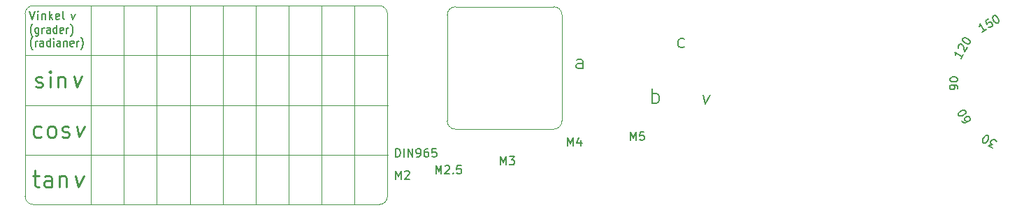
<source format=gto>
G04 #@! TF.GenerationSoftware,KiCad,Pcbnew,7.0.9*
G04 #@! TF.CreationDate,2024-01-03T20:38:31+01:00*
G04 #@! TF.ProjectId,pcb_ruler,7063625f-7275-46c6-9572-2e6b69636164,rev?*
G04 #@! TF.SameCoordinates,Original*
G04 #@! TF.FileFunction,Legend,Top*
G04 #@! TF.FilePolarity,Positive*
%FSLAX46Y46*%
G04 Gerber Fmt 4.6, Leading zero omitted, Abs format (unit mm)*
G04 Created by KiCad (PCBNEW 7.0.9) date 2024-01-03 20:38:31*
%MOMM*%
%LPD*%
G01*
G04 APERTURE LIST*
%ADD10C,0.120000*%
%ADD11C,0.150000*%
%ADD12C,0.200000*%
%ADD13C,0.250000*%
%ADD14C,0.240000*%
%ADD15C,1.000000*%
%ADD16C,0.220000*%
%ADD17C,0.300000*%
%ADD18C,0.125000*%
%ADD19C,0.275000*%
%ADD20C,0.100000*%
%ADD21C,0.336833*%
%ADD22C,0.194159*%
%ADD23C,0.194156*%
%ADD24C,0.194157*%
%ADD25O,7.102000X17.102000*%
%ADD26C,3.902000*%
%ADD27C,5.702000*%
%ADD28C,7.602000*%
%ADD29C,4.802000*%
%ADD30C,9.302000*%
G04 APERTURE END LIST*
D10*
X183116500Y-110601000D02*
G75*
G03*
X182116532Y-109601000I-1000000J0D01*
G01*
X140208000Y-109601000D02*
G75*
G03*
X139208000Y-110601000I0J-1000000D01*
G01*
X179124977Y-109601000D02*
X179124977Y-133731000D01*
X140208000Y-109601000D02*
X182116532Y-109601000D01*
X204254900Y-110728000D02*
G75*
G03*
X203254895Y-109728000I-1000000J0D01*
G01*
X139192000Y-115633500D02*
X183134000Y-115633500D01*
X203238890Y-124586990D02*
G75*
G03*
X204238890Y-123587000I10J999990D01*
G01*
X204254895Y-110728000D02*
X204238890Y-123587000D01*
X190339600Y-123587000D02*
G75*
G03*
X191339597Y-124587000I999900J-100D01*
G01*
X171141873Y-109601000D02*
X171141873Y-133731000D01*
X163158769Y-109601000D02*
X163158769Y-133731000D01*
X175133425Y-109601000D02*
X175133425Y-133731000D01*
X203238890Y-124587000D02*
X191339597Y-124587000D01*
X190339597Y-123587000D02*
X190355602Y-110728000D01*
X155175665Y-109601000D02*
X155175665Y-133731000D01*
X182117989Y-133730989D02*
G75*
G03*
X183117989Y-132731000I11J999989D01*
G01*
X167150321Y-109601000D02*
X167150321Y-133731000D01*
X182117989Y-133731000D02*
X140209457Y-133731000D01*
X139192000Y-121666000D02*
X183134000Y-121666000D01*
X139192000Y-127698500D02*
X183134000Y-127698500D01*
X191355602Y-109728002D02*
G75*
G03*
X190355602Y-110728000I-2J-999998D01*
G01*
X183116531Y-110601000D02*
X183117988Y-132731000D01*
X159167217Y-109601000D02*
X159167217Y-133731000D01*
X147192561Y-109601000D02*
X147192561Y-133731000D01*
X139209500Y-132731000D02*
G75*
G03*
X140209457Y-133731000I999900J-100D01*
G01*
X191355602Y-109728000D02*
X203254895Y-109728000D01*
X151184113Y-109601000D02*
X151184113Y-133731000D01*
X139209457Y-132731000D02*
X139208000Y-110601000D01*
D11*
X204954666Y-126602819D02*
X204954666Y-125602819D01*
X204954666Y-125602819D02*
X205287999Y-126317104D01*
X205287999Y-126317104D02*
X205621332Y-125602819D01*
X205621332Y-125602819D02*
X205621332Y-126602819D01*
X206526094Y-125936152D02*
X206526094Y-126602819D01*
X206287999Y-125555200D02*
X206049904Y-126269485D01*
X206049904Y-126269485D02*
X206668951Y-126269485D01*
X184110619Y-127962819D02*
X184110619Y-126962819D01*
X184110619Y-126962819D02*
X184348714Y-126962819D01*
X184348714Y-126962819D02*
X184491571Y-127010438D01*
X184491571Y-127010438D02*
X184586809Y-127105676D01*
X184586809Y-127105676D02*
X184634428Y-127200914D01*
X184634428Y-127200914D02*
X184682047Y-127391390D01*
X184682047Y-127391390D02*
X184682047Y-127534247D01*
X184682047Y-127534247D02*
X184634428Y-127724723D01*
X184634428Y-127724723D02*
X184586809Y-127819961D01*
X184586809Y-127819961D02*
X184491571Y-127915200D01*
X184491571Y-127915200D02*
X184348714Y-127962819D01*
X184348714Y-127962819D02*
X184110619Y-127962819D01*
X185110619Y-127962819D02*
X185110619Y-126962819D01*
X185586809Y-127962819D02*
X185586809Y-126962819D01*
X185586809Y-126962819D02*
X186158237Y-127962819D01*
X186158237Y-127962819D02*
X186158237Y-126962819D01*
X186682047Y-127962819D02*
X186872523Y-127962819D01*
X186872523Y-127962819D02*
X186967761Y-127915200D01*
X186967761Y-127915200D02*
X187015380Y-127867580D01*
X187015380Y-127867580D02*
X187110618Y-127724723D01*
X187110618Y-127724723D02*
X187158237Y-127534247D01*
X187158237Y-127534247D02*
X187158237Y-127153295D01*
X187158237Y-127153295D02*
X187110618Y-127058057D01*
X187110618Y-127058057D02*
X187062999Y-127010438D01*
X187062999Y-127010438D02*
X186967761Y-126962819D01*
X186967761Y-126962819D02*
X186777285Y-126962819D01*
X186777285Y-126962819D02*
X186682047Y-127010438D01*
X186682047Y-127010438D02*
X186634428Y-127058057D01*
X186634428Y-127058057D02*
X186586809Y-127153295D01*
X186586809Y-127153295D02*
X186586809Y-127391390D01*
X186586809Y-127391390D02*
X186634428Y-127486628D01*
X186634428Y-127486628D02*
X186682047Y-127534247D01*
X186682047Y-127534247D02*
X186777285Y-127581866D01*
X186777285Y-127581866D02*
X186967761Y-127581866D01*
X186967761Y-127581866D02*
X187062999Y-127534247D01*
X187062999Y-127534247D02*
X187110618Y-127486628D01*
X187110618Y-127486628D02*
X187158237Y-127391390D01*
X188015380Y-126962819D02*
X187824904Y-126962819D01*
X187824904Y-126962819D02*
X187729666Y-127010438D01*
X187729666Y-127010438D02*
X187682047Y-127058057D01*
X187682047Y-127058057D02*
X187586809Y-127200914D01*
X187586809Y-127200914D02*
X187539190Y-127391390D01*
X187539190Y-127391390D02*
X187539190Y-127772342D01*
X187539190Y-127772342D02*
X187586809Y-127867580D01*
X187586809Y-127867580D02*
X187634428Y-127915200D01*
X187634428Y-127915200D02*
X187729666Y-127962819D01*
X187729666Y-127962819D02*
X187920142Y-127962819D01*
X187920142Y-127962819D02*
X188015380Y-127915200D01*
X188015380Y-127915200D02*
X188062999Y-127867580D01*
X188062999Y-127867580D02*
X188110618Y-127772342D01*
X188110618Y-127772342D02*
X188110618Y-127534247D01*
X188110618Y-127534247D02*
X188062999Y-127439009D01*
X188062999Y-127439009D02*
X188015380Y-127391390D01*
X188015380Y-127391390D02*
X187920142Y-127343771D01*
X187920142Y-127343771D02*
X187729666Y-127343771D01*
X187729666Y-127343771D02*
X187634428Y-127391390D01*
X187634428Y-127391390D02*
X187586809Y-127439009D01*
X187586809Y-127439009D02*
X187539190Y-127534247D01*
X189015380Y-126962819D02*
X188539190Y-126962819D01*
X188539190Y-126962819D02*
X188491571Y-127439009D01*
X188491571Y-127439009D02*
X188539190Y-127391390D01*
X188539190Y-127391390D02*
X188634428Y-127343771D01*
X188634428Y-127343771D02*
X188872523Y-127343771D01*
X188872523Y-127343771D02*
X188967761Y-127391390D01*
X188967761Y-127391390D02*
X189015380Y-127439009D01*
X189015380Y-127439009D02*
X189062999Y-127534247D01*
X189062999Y-127534247D02*
X189062999Y-127772342D01*
X189062999Y-127772342D02*
X189015380Y-127867580D01*
X189015380Y-127867580D02*
X188967761Y-127915200D01*
X188967761Y-127915200D02*
X188872523Y-127962819D01*
X188872523Y-127962819D02*
X188634428Y-127962819D01*
X188634428Y-127962819D02*
X188539190Y-127915200D01*
X188539190Y-127915200D02*
X188491571Y-127867580D01*
X196826666Y-128918819D02*
X196826666Y-127918819D01*
X196826666Y-127918819D02*
X197159999Y-128633104D01*
X197159999Y-128633104D02*
X197493332Y-127918819D01*
X197493332Y-127918819D02*
X197493332Y-128918819D01*
X197874285Y-127918819D02*
X198493332Y-127918819D01*
X198493332Y-127918819D02*
X198159999Y-128299771D01*
X198159999Y-128299771D02*
X198302856Y-128299771D01*
X198302856Y-128299771D02*
X198398094Y-128347390D01*
X198398094Y-128347390D02*
X198445713Y-128395009D01*
X198445713Y-128395009D02*
X198493332Y-128490247D01*
X198493332Y-128490247D02*
X198493332Y-128728342D01*
X198493332Y-128728342D02*
X198445713Y-128823580D01*
X198445713Y-128823580D02*
X198398094Y-128871200D01*
X198398094Y-128871200D02*
X198302856Y-128918819D01*
X198302856Y-128918819D02*
X198017142Y-128918819D01*
X198017142Y-128918819D02*
X197921904Y-128871200D01*
X197921904Y-128871200D02*
X197874285Y-128823580D01*
X184126666Y-130634819D02*
X184126666Y-129634819D01*
X184126666Y-129634819D02*
X184459999Y-130349104D01*
X184459999Y-130349104D02*
X184793332Y-129634819D01*
X184793332Y-129634819D02*
X184793332Y-130634819D01*
X185221904Y-129730057D02*
X185269523Y-129682438D01*
X185269523Y-129682438D02*
X185364761Y-129634819D01*
X185364761Y-129634819D02*
X185602856Y-129634819D01*
X185602856Y-129634819D02*
X185698094Y-129682438D01*
X185698094Y-129682438D02*
X185745713Y-129730057D01*
X185745713Y-129730057D02*
X185793332Y-129825295D01*
X185793332Y-129825295D02*
X185793332Y-129920533D01*
X185793332Y-129920533D02*
X185745713Y-130063390D01*
X185745713Y-130063390D02*
X185174285Y-130634819D01*
X185174285Y-130634819D02*
X185793332Y-130634819D01*
D12*
X215178244Y-121441434D02*
X215178244Y-119691434D01*
X215178244Y-120358101D02*
X215344911Y-120274767D01*
X215344911Y-120274767D02*
X215678244Y-120274767D01*
X215678244Y-120274767D02*
X215844911Y-120358101D01*
X215844911Y-120358101D02*
X215928244Y-120441434D01*
X215928244Y-120441434D02*
X216011578Y-120608101D01*
X216011578Y-120608101D02*
X216011578Y-121108101D01*
X216011578Y-121108101D02*
X215928244Y-121274767D01*
X215928244Y-121274767D02*
X215844911Y-121358101D01*
X215844911Y-121358101D02*
X215678244Y-121441434D01*
X215678244Y-121441434D02*
X215344911Y-121441434D01*
X215344911Y-121441434D02*
X215178244Y-121358101D01*
D13*
X145155053Y-118169904D02*
X145464577Y-119503238D01*
X145464577Y-119503238D02*
X146107434Y-118169904D01*
D12*
X221369994Y-120401767D02*
X221640828Y-121568434D01*
X221640828Y-121568434D02*
X222203328Y-120401767D01*
D11*
X212550476Y-125930819D02*
X212550476Y-124930819D01*
X212550476Y-124930819D02*
X212883809Y-125645104D01*
X212883809Y-125645104D02*
X213217142Y-124930819D01*
X213217142Y-124930819D02*
X213217142Y-125930819D01*
X214169523Y-124930819D02*
X213693333Y-124930819D01*
X213693333Y-124930819D02*
X213645714Y-125407009D01*
X213645714Y-125407009D02*
X213693333Y-125359390D01*
X213693333Y-125359390D02*
X213788571Y-125311771D01*
X213788571Y-125311771D02*
X214026666Y-125311771D01*
X214026666Y-125311771D02*
X214121904Y-125359390D01*
X214121904Y-125359390D02*
X214169523Y-125407009D01*
X214169523Y-125407009D02*
X214217142Y-125502247D01*
X214217142Y-125502247D02*
X214217142Y-125740342D01*
X214217142Y-125740342D02*
X214169523Y-125835580D01*
X214169523Y-125835580D02*
X214121904Y-125883200D01*
X214121904Y-125883200D02*
X214026666Y-125930819D01*
X214026666Y-125930819D02*
X213788571Y-125930819D01*
X213788571Y-125930819D02*
X213693333Y-125883200D01*
X213693333Y-125883200D02*
X213645714Y-125835580D01*
X139766922Y-110248819D02*
X140100255Y-111248819D01*
X140100255Y-111248819D02*
X140433588Y-110248819D01*
X140766922Y-111248819D02*
X140766922Y-110582152D01*
X140766922Y-110248819D02*
X140719303Y-110296438D01*
X140719303Y-110296438D02*
X140766922Y-110344057D01*
X140766922Y-110344057D02*
X140814541Y-110296438D01*
X140814541Y-110296438D02*
X140766922Y-110248819D01*
X140766922Y-110248819D02*
X140766922Y-110344057D01*
X141243112Y-110582152D02*
X141243112Y-111248819D01*
X141243112Y-110677390D02*
X141290731Y-110629771D01*
X141290731Y-110629771D02*
X141385969Y-110582152D01*
X141385969Y-110582152D02*
X141528826Y-110582152D01*
X141528826Y-110582152D02*
X141624064Y-110629771D01*
X141624064Y-110629771D02*
X141671683Y-110725009D01*
X141671683Y-110725009D02*
X141671683Y-111248819D01*
X142147874Y-111248819D02*
X142147874Y-110248819D01*
X142243112Y-110867866D02*
X142528826Y-111248819D01*
X142528826Y-110582152D02*
X142147874Y-110963104D01*
X143338350Y-111201200D02*
X143243112Y-111248819D01*
X143243112Y-111248819D02*
X143052636Y-111248819D01*
X143052636Y-111248819D02*
X142957398Y-111201200D01*
X142957398Y-111201200D02*
X142909779Y-111105961D01*
X142909779Y-111105961D02*
X142909779Y-110725009D01*
X142909779Y-110725009D02*
X142957398Y-110629771D01*
X142957398Y-110629771D02*
X143052636Y-110582152D01*
X143052636Y-110582152D02*
X143243112Y-110582152D01*
X143243112Y-110582152D02*
X143338350Y-110629771D01*
X143338350Y-110629771D02*
X143385969Y-110725009D01*
X143385969Y-110725009D02*
X143385969Y-110820247D01*
X143385969Y-110820247D02*
X142909779Y-110915485D01*
X143957398Y-111248819D02*
X143862160Y-111201200D01*
X143862160Y-111201200D02*
X143814541Y-111105961D01*
X143814541Y-111105961D02*
X143814541Y-110248819D01*
D12*
X206784244Y-117250434D02*
X206784244Y-116333767D01*
X206784244Y-116333767D02*
X206700911Y-116167101D01*
X206700911Y-116167101D02*
X206534244Y-116083767D01*
X206534244Y-116083767D02*
X206200911Y-116083767D01*
X206200911Y-116083767D02*
X206034244Y-116167101D01*
X206784244Y-117167101D02*
X206617578Y-117250434D01*
X206617578Y-117250434D02*
X206200911Y-117250434D01*
X206200911Y-117250434D02*
X206034244Y-117167101D01*
X206034244Y-117167101D02*
X205950911Y-117000434D01*
X205950911Y-117000434D02*
X205950911Y-116833767D01*
X205950911Y-116833767D02*
X206034244Y-116667101D01*
X206034244Y-116667101D02*
X206200911Y-116583767D01*
X206200911Y-116583767D02*
X206617578Y-116583767D01*
X206617578Y-116583767D02*
X206784244Y-116500434D01*
D11*
X144844922Y-110582152D02*
X144999684Y-111248819D01*
X144999684Y-111248819D02*
X145321112Y-110582152D01*
D13*
X145472553Y-124209904D02*
X145782077Y-125543238D01*
X145782077Y-125543238D02*
X146424934Y-124209904D01*
X140523529Y-119438000D02*
X140714005Y-119533238D01*
X140714005Y-119533238D02*
X141094957Y-119533238D01*
X141094957Y-119533238D02*
X141285434Y-119438000D01*
X141285434Y-119438000D02*
X141380672Y-119247523D01*
X141380672Y-119247523D02*
X141380672Y-119152285D01*
X141380672Y-119152285D02*
X141285434Y-118961809D01*
X141285434Y-118961809D02*
X141094957Y-118866571D01*
X141094957Y-118866571D02*
X140809243Y-118866571D01*
X140809243Y-118866571D02*
X140618767Y-118771333D01*
X140618767Y-118771333D02*
X140523529Y-118580857D01*
X140523529Y-118580857D02*
X140523529Y-118485619D01*
X140523529Y-118485619D02*
X140618767Y-118295142D01*
X140618767Y-118295142D02*
X140809243Y-118199904D01*
X140809243Y-118199904D02*
X141094957Y-118199904D01*
X141094957Y-118199904D02*
X141285434Y-118295142D01*
X142237815Y-119533238D02*
X142237815Y-118199904D01*
X142237815Y-117533238D02*
X142142577Y-117628476D01*
X142142577Y-117628476D02*
X142237815Y-117723714D01*
X142237815Y-117723714D02*
X142333053Y-117628476D01*
X142333053Y-117628476D02*
X142237815Y-117533238D01*
X142237815Y-117533238D02*
X142237815Y-117723714D01*
X143190196Y-118199904D02*
X143190196Y-119533238D01*
X143190196Y-118390380D02*
X143285434Y-118295142D01*
X143285434Y-118295142D02*
X143475910Y-118199904D01*
X143475910Y-118199904D02*
X143761625Y-118199904D01*
X143761625Y-118199904D02*
X143952101Y-118295142D01*
X143952101Y-118295142D02*
X144047339Y-118485619D01*
X144047339Y-118485619D02*
X144047339Y-119533238D01*
D12*
X219103244Y-114627101D02*
X218936578Y-114710434D01*
X218936578Y-114710434D02*
X218603244Y-114710434D01*
X218603244Y-114710434D02*
X218436578Y-114627101D01*
X218436578Y-114627101D02*
X218353244Y-114543767D01*
X218353244Y-114543767D02*
X218269911Y-114377101D01*
X218269911Y-114377101D02*
X218269911Y-113877101D01*
X218269911Y-113877101D02*
X218353244Y-113710434D01*
X218353244Y-113710434D02*
X218436578Y-113627101D01*
X218436578Y-113627101D02*
X218603244Y-113543767D01*
X218603244Y-113543767D02*
X218936578Y-113543767D01*
X218936578Y-113543767D02*
X219103244Y-113627101D01*
D11*
X140143112Y-113321771D02*
X140100255Y-113274152D01*
X140100255Y-113274152D02*
X140014541Y-113131295D01*
X140014541Y-113131295D02*
X139971684Y-113036057D01*
X139971684Y-113036057D02*
X139928826Y-112893200D01*
X139928826Y-112893200D02*
X139885969Y-112655104D01*
X139885969Y-112655104D02*
X139885969Y-112464628D01*
X139885969Y-112464628D02*
X139928826Y-112226533D01*
X139928826Y-112226533D02*
X139971684Y-112083676D01*
X139971684Y-112083676D02*
X140014541Y-111988438D01*
X140014541Y-111988438D02*
X140100255Y-111845580D01*
X140100255Y-111845580D02*
X140143112Y-111797961D01*
X140871684Y-112274152D02*
X140871684Y-113083676D01*
X140871684Y-113083676D02*
X140828826Y-113178914D01*
X140828826Y-113178914D02*
X140785969Y-113226533D01*
X140785969Y-113226533D02*
X140700255Y-113274152D01*
X140700255Y-113274152D02*
X140571684Y-113274152D01*
X140571684Y-113274152D02*
X140485969Y-113226533D01*
X140871684Y-112893200D02*
X140785969Y-112940819D01*
X140785969Y-112940819D02*
X140614541Y-112940819D01*
X140614541Y-112940819D02*
X140528826Y-112893200D01*
X140528826Y-112893200D02*
X140485969Y-112845580D01*
X140485969Y-112845580D02*
X140443112Y-112750342D01*
X140443112Y-112750342D02*
X140443112Y-112464628D01*
X140443112Y-112464628D02*
X140485969Y-112369390D01*
X140485969Y-112369390D02*
X140528826Y-112321771D01*
X140528826Y-112321771D02*
X140614541Y-112274152D01*
X140614541Y-112274152D02*
X140785969Y-112274152D01*
X140785969Y-112274152D02*
X140871684Y-112321771D01*
X141300255Y-112940819D02*
X141300255Y-112274152D01*
X141300255Y-112464628D02*
X141343112Y-112369390D01*
X141343112Y-112369390D02*
X141385970Y-112321771D01*
X141385970Y-112321771D02*
X141471684Y-112274152D01*
X141471684Y-112274152D02*
X141557398Y-112274152D01*
X142243113Y-112940819D02*
X142243113Y-112417009D01*
X142243113Y-112417009D02*
X142200255Y-112321771D01*
X142200255Y-112321771D02*
X142114541Y-112274152D01*
X142114541Y-112274152D02*
X141943113Y-112274152D01*
X141943113Y-112274152D02*
X141857398Y-112321771D01*
X142243113Y-112893200D02*
X142157398Y-112940819D01*
X142157398Y-112940819D02*
X141943113Y-112940819D01*
X141943113Y-112940819D02*
X141857398Y-112893200D01*
X141857398Y-112893200D02*
X141814541Y-112797961D01*
X141814541Y-112797961D02*
X141814541Y-112702723D01*
X141814541Y-112702723D02*
X141857398Y-112607485D01*
X141857398Y-112607485D02*
X141943113Y-112559866D01*
X141943113Y-112559866D02*
X142157398Y-112559866D01*
X142157398Y-112559866D02*
X142243113Y-112512247D01*
X143057399Y-112940819D02*
X143057399Y-111940819D01*
X143057399Y-112893200D02*
X142971684Y-112940819D01*
X142971684Y-112940819D02*
X142800256Y-112940819D01*
X142800256Y-112940819D02*
X142714541Y-112893200D01*
X142714541Y-112893200D02*
X142671684Y-112845580D01*
X142671684Y-112845580D02*
X142628827Y-112750342D01*
X142628827Y-112750342D02*
X142628827Y-112464628D01*
X142628827Y-112464628D02*
X142671684Y-112369390D01*
X142671684Y-112369390D02*
X142714541Y-112321771D01*
X142714541Y-112321771D02*
X142800256Y-112274152D01*
X142800256Y-112274152D02*
X142971684Y-112274152D01*
X142971684Y-112274152D02*
X143057399Y-112321771D01*
X143828827Y-112893200D02*
X143743113Y-112940819D01*
X143743113Y-112940819D02*
X143571685Y-112940819D01*
X143571685Y-112940819D02*
X143485970Y-112893200D01*
X143485970Y-112893200D02*
X143443113Y-112797961D01*
X143443113Y-112797961D02*
X143443113Y-112417009D01*
X143443113Y-112417009D02*
X143485970Y-112321771D01*
X143485970Y-112321771D02*
X143571685Y-112274152D01*
X143571685Y-112274152D02*
X143743113Y-112274152D01*
X143743113Y-112274152D02*
X143828827Y-112321771D01*
X143828827Y-112321771D02*
X143871685Y-112417009D01*
X143871685Y-112417009D02*
X143871685Y-112512247D01*
X143871685Y-112512247D02*
X143443113Y-112607485D01*
X144257399Y-112940819D02*
X144257399Y-112274152D01*
X144257399Y-112464628D02*
X144300256Y-112369390D01*
X144300256Y-112369390D02*
X144343114Y-112321771D01*
X144343114Y-112321771D02*
X144428828Y-112274152D01*
X144428828Y-112274152D02*
X144514542Y-112274152D01*
X144728828Y-113321771D02*
X144771685Y-113274152D01*
X144771685Y-113274152D02*
X144857399Y-113131295D01*
X144857399Y-113131295D02*
X144900257Y-113036057D01*
X144900257Y-113036057D02*
X144943114Y-112893200D01*
X144943114Y-112893200D02*
X144985971Y-112655104D01*
X144985971Y-112655104D02*
X144985971Y-112464628D01*
X144985971Y-112464628D02*
X144943114Y-112226533D01*
X144943114Y-112226533D02*
X144900257Y-112083676D01*
X144900257Y-112083676D02*
X144857399Y-111988438D01*
X144857399Y-111988438D02*
X144771685Y-111845580D01*
X144771685Y-111845580D02*
X144728828Y-111797961D01*
X140143112Y-114931771D02*
X140100255Y-114884152D01*
X140100255Y-114884152D02*
X140014541Y-114741295D01*
X140014541Y-114741295D02*
X139971684Y-114646057D01*
X139971684Y-114646057D02*
X139928826Y-114503200D01*
X139928826Y-114503200D02*
X139885969Y-114265104D01*
X139885969Y-114265104D02*
X139885969Y-114074628D01*
X139885969Y-114074628D02*
X139928826Y-113836533D01*
X139928826Y-113836533D02*
X139971684Y-113693676D01*
X139971684Y-113693676D02*
X140014541Y-113598438D01*
X140014541Y-113598438D02*
X140100255Y-113455580D01*
X140100255Y-113455580D02*
X140143112Y-113407961D01*
X140485969Y-114550819D02*
X140485969Y-113884152D01*
X140485969Y-114074628D02*
X140528826Y-113979390D01*
X140528826Y-113979390D02*
X140571684Y-113931771D01*
X140571684Y-113931771D02*
X140657398Y-113884152D01*
X140657398Y-113884152D02*
X140743112Y-113884152D01*
X141428827Y-114550819D02*
X141428827Y-114027009D01*
X141428827Y-114027009D02*
X141385969Y-113931771D01*
X141385969Y-113931771D02*
X141300255Y-113884152D01*
X141300255Y-113884152D02*
X141128827Y-113884152D01*
X141128827Y-113884152D02*
X141043112Y-113931771D01*
X141428827Y-114503200D02*
X141343112Y-114550819D01*
X141343112Y-114550819D02*
X141128827Y-114550819D01*
X141128827Y-114550819D02*
X141043112Y-114503200D01*
X141043112Y-114503200D02*
X141000255Y-114407961D01*
X141000255Y-114407961D02*
X141000255Y-114312723D01*
X141000255Y-114312723D02*
X141043112Y-114217485D01*
X141043112Y-114217485D02*
X141128827Y-114169866D01*
X141128827Y-114169866D02*
X141343112Y-114169866D01*
X141343112Y-114169866D02*
X141428827Y-114122247D01*
X142243113Y-114550819D02*
X142243113Y-113550819D01*
X142243113Y-114503200D02*
X142157398Y-114550819D01*
X142157398Y-114550819D02*
X141985970Y-114550819D01*
X141985970Y-114550819D02*
X141900255Y-114503200D01*
X141900255Y-114503200D02*
X141857398Y-114455580D01*
X141857398Y-114455580D02*
X141814541Y-114360342D01*
X141814541Y-114360342D02*
X141814541Y-114074628D01*
X141814541Y-114074628D02*
X141857398Y-113979390D01*
X141857398Y-113979390D02*
X141900255Y-113931771D01*
X141900255Y-113931771D02*
X141985970Y-113884152D01*
X141985970Y-113884152D02*
X142157398Y-113884152D01*
X142157398Y-113884152D02*
X142243113Y-113931771D01*
X142671684Y-114550819D02*
X142671684Y-113884152D01*
X142671684Y-113550819D02*
X142628827Y-113598438D01*
X142628827Y-113598438D02*
X142671684Y-113646057D01*
X142671684Y-113646057D02*
X142714541Y-113598438D01*
X142714541Y-113598438D02*
X142671684Y-113550819D01*
X142671684Y-113550819D02*
X142671684Y-113646057D01*
X143485970Y-114550819D02*
X143485970Y-114027009D01*
X143485970Y-114027009D02*
X143443112Y-113931771D01*
X143443112Y-113931771D02*
X143357398Y-113884152D01*
X143357398Y-113884152D02*
X143185970Y-113884152D01*
X143185970Y-113884152D02*
X143100255Y-113931771D01*
X143485970Y-114503200D02*
X143400255Y-114550819D01*
X143400255Y-114550819D02*
X143185970Y-114550819D01*
X143185970Y-114550819D02*
X143100255Y-114503200D01*
X143100255Y-114503200D02*
X143057398Y-114407961D01*
X143057398Y-114407961D02*
X143057398Y-114312723D01*
X143057398Y-114312723D02*
X143100255Y-114217485D01*
X143100255Y-114217485D02*
X143185970Y-114169866D01*
X143185970Y-114169866D02*
X143400255Y-114169866D01*
X143400255Y-114169866D02*
X143485970Y-114122247D01*
X143914541Y-113884152D02*
X143914541Y-114550819D01*
X143914541Y-113979390D02*
X143957398Y-113931771D01*
X143957398Y-113931771D02*
X144043113Y-113884152D01*
X144043113Y-113884152D02*
X144171684Y-113884152D01*
X144171684Y-113884152D02*
X144257398Y-113931771D01*
X144257398Y-113931771D02*
X144300256Y-114027009D01*
X144300256Y-114027009D02*
X144300256Y-114550819D01*
X145071684Y-114503200D02*
X144985970Y-114550819D01*
X144985970Y-114550819D02*
X144814542Y-114550819D01*
X144814542Y-114550819D02*
X144728827Y-114503200D01*
X144728827Y-114503200D02*
X144685970Y-114407961D01*
X144685970Y-114407961D02*
X144685970Y-114027009D01*
X144685970Y-114027009D02*
X144728827Y-113931771D01*
X144728827Y-113931771D02*
X144814542Y-113884152D01*
X144814542Y-113884152D02*
X144985970Y-113884152D01*
X144985970Y-113884152D02*
X145071684Y-113931771D01*
X145071684Y-113931771D02*
X145114542Y-114027009D01*
X145114542Y-114027009D02*
X145114542Y-114122247D01*
X145114542Y-114122247D02*
X144685970Y-114217485D01*
X145500256Y-114550819D02*
X145500256Y-113884152D01*
X145500256Y-114074628D02*
X145543113Y-113979390D01*
X145543113Y-113979390D02*
X145585971Y-113931771D01*
X145585971Y-113931771D02*
X145671685Y-113884152D01*
X145671685Y-113884152D02*
X145757399Y-113884152D01*
X145971685Y-114931771D02*
X146014542Y-114884152D01*
X146014542Y-114884152D02*
X146100256Y-114741295D01*
X146100256Y-114741295D02*
X146143114Y-114646057D01*
X146143114Y-114646057D02*
X146185971Y-114503200D01*
X146185971Y-114503200D02*
X146228828Y-114265104D01*
X146228828Y-114265104D02*
X146228828Y-114074628D01*
X146228828Y-114074628D02*
X146185971Y-113836533D01*
X146185971Y-113836533D02*
X146143114Y-113693676D01*
X146143114Y-113693676D02*
X146100256Y-113598438D01*
X146100256Y-113598438D02*
X146014542Y-113455580D01*
X146014542Y-113455580D02*
X145971685Y-113407961D01*
D13*
X145345553Y-130249904D02*
X145655077Y-131583238D01*
X145655077Y-131583238D02*
X146297934Y-130249904D01*
X140142553Y-130279904D02*
X140904457Y-130279904D01*
X140428267Y-129613238D02*
X140428267Y-131327523D01*
X140428267Y-131327523D02*
X140523505Y-131518000D01*
X140523505Y-131518000D02*
X140713981Y-131613238D01*
X140713981Y-131613238D02*
X140904457Y-131613238D01*
X142428267Y-131613238D02*
X142428267Y-130565619D01*
X142428267Y-130565619D02*
X142333029Y-130375142D01*
X142333029Y-130375142D02*
X142142553Y-130279904D01*
X142142553Y-130279904D02*
X141761600Y-130279904D01*
X141761600Y-130279904D02*
X141571124Y-130375142D01*
X142428267Y-131518000D02*
X142237791Y-131613238D01*
X142237791Y-131613238D02*
X141761600Y-131613238D01*
X141761600Y-131613238D02*
X141571124Y-131518000D01*
X141571124Y-131518000D02*
X141475886Y-131327523D01*
X141475886Y-131327523D02*
X141475886Y-131137047D01*
X141475886Y-131137047D02*
X141571124Y-130946571D01*
X141571124Y-130946571D02*
X141761600Y-130851333D01*
X141761600Y-130851333D02*
X142237791Y-130851333D01*
X142237791Y-130851333D02*
X142428267Y-130756095D01*
X143380648Y-130279904D02*
X143380648Y-131613238D01*
X143380648Y-130470380D02*
X143475886Y-130375142D01*
X143475886Y-130375142D02*
X143666362Y-130279904D01*
X143666362Y-130279904D02*
X143952077Y-130279904D01*
X143952077Y-130279904D02*
X144142553Y-130375142D01*
X144142553Y-130375142D02*
X144237791Y-130565619D01*
X144237791Y-130565619D02*
X144237791Y-131613238D01*
D11*
X188976191Y-129994819D02*
X188976191Y-128994819D01*
X188976191Y-128994819D02*
X189309524Y-129709104D01*
X189309524Y-129709104D02*
X189642857Y-128994819D01*
X189642857Y-128994819D02*
X189642857Y-129994819D01*
X190071429Y-129090057D02*
X190119048Y-129042438D01*
X190119048Y-129042438D02*
X190214286Y-128994819D01*
X190214286Y-128994819D02*
X190452381Y-128994819D01*
X190452381Y-128994819D02*
X190547619Y-129042438D01*
X190547619Y-129042438D02*
X190595238Y-129090057D01*
X190595238Y-129090057D02*
X190642857Y-129185295D01*
X190642857Y-129185295D02*
X190642857Y-129280533D01*
X190642857Y-129280533D02*
X190595238Y-129423390D01*
X190595238Y-129423390D02*
X190023810Y-129994819D01*
X190023810Y-129994819D02*
X190642857Y-129994819D01*
X191071429Y-129899580D02*
X191119048Y-129947200D01*
X191119048Y-129947200D02*
X191071429Y-129994819D01*
X191071429Y-129994819D02*
X191023810Y-129947200D01*
X191023810Y-129947200D02*
X191071429Y-129899580D01*
X191071429Y-129899580D02*
X191071429Y-129994819D01*
X192023809Y-128994819D02*
X191547619Y-128994819D01*
X191547619Y-128994819D02*
X191500000Y-129471009D01*
X191500000Y-129471009D02*
X191547619Y-129423390D01*
X191547619Y-129423390D02*
X191642857Y-129375771D01*
X191642857Y-129375771D02*
X191880952Y-129375771D01*
X191880952Y-129375771D02*
X191976190Y-129423390D01*
X191976190Y-129423390D02*
X192023809Y-129471009D01*
X192023809Y-129471009D02*
X192071428Y-129566247D01*
X192071428Y-129566247D02*
X192071428Y-129804342D01*
X192071428Y-129804342D02*
X192023809Y-129899580D01*
X192023809Y-129899580D02*
X191976190Y-129947200D01*
X191976190Y-129947200D02*
X191880952Y-129994819D01*
X191880952Y-129994819D02*
X191642857Y-129994819D01*
X191642857Y-129994819D02*
X191547619Y-129947200D01*
X191547619Y-129947200D02*
X191500000Y-129899580D01*
D13*
X141158410Y-125478000D02*
X140967934Y-125573238D01*
X140967934Y-125573238D02*
X140586981Y-125573238D01*
X140586981Y-125573238D02*
X140396505Y-125478000D01*
X140396505Y-125478000D02*
X140301267Y-125382761D01*
X140301267Y-125382761D02*
X140206029Y-125192285D01*
X140206029Y-125192285D02*
X140206029Y-124620857D01*
X140206029Y-124620857D02*
X140301267Y-124430380D01*
X140301267Y-124430380D02*
X140396505Y-124335142D01*
X140396505Y-124335142D02*
X140586981Y-124239904D01*
X140586981Y-124239904D02*
X140967934Y-124239904D01*
X140967934Y-124239904D02*
X141158410Y-124335142D01*
X142301267Y-125573238D02*
X142110791Y-125478000D01*
X142110791Y-125478000D02*
X142015553Y-125382761D01*
X142015553Y-125382761D02*
X141920315Y-125192285D01*
X141920315Y-125192285D02*
X141920315Y-124620857D01*
X141920315Y-124620857D02*
X142015553Y-124430380D01*
X142015553Y-124430380D02*
X142110791Y-124335142D01*
X142110791Y-124335142D02*
X142301267Y-124239904D01*
X142301267Y-124239904D02*
X142586982Y-124239904D01*
X142586982Y-124239904D02*
X142777458Y-124335142D01*
X142777458Y-124335142D02*
X142872696Y-124430380D01*
X142872696Y-124430380D02*
X142967934Y-124620857D01*
X142967934Y-124620857D02*
X142967934Y-125192285D01*
X142967934Y-125192285D02*
X142872696Y-125382761D01*
X142872696Y-125382761D02*
X142777458Y-125478000D01*
X142777458Y-125478000D02*
X142586982Y-125573238D01*
X142586982Y-125573238D02*
X142301267Y-125573238D01*
X143729839Y-125478000D02*
X143920315Y-125573238D01*
X143920315Y-125573238D02*
X144301267Y-125573238D01*
X144301267Y-125573238D02*
X144491744Y-125478000D01*
X144491744Y-125478000D02*
X144586982Y-125287523D01*
X144586982Y-125287523D02*
X144586982Y-125192285D01*
X144586982Y-125192285D02*
X144491744Y-125001809D01*
X144491744Y-125001809D02*
X144301267Y-124906571D01*
X144301267Y-124906571D02*
X144015553Y-124906571D01*
X144015553Y-124906571D02*
X143825077Y-124811333D01*
X143825077Y-124811333D02*
X143729839Y-124620857D01*
X143729839Y-124620857D02*
X143729839Y-124525619D01*
X143729839Y-124525619D02*
X143825077Y-124335142D01*
X143825077Y-124335142D02*
X144015553Y-124239904D01*
X144015553Y-124239904D02*
X144301267Y-124239904D01*
X144301267Y-124239904D02*
X144491744Y-124335142D01*
D11*
X255650059Y-112502217D02*
X255155187Y-112787932D01*
X255402623Y-112645075D02*
X254902623Y-111779049D01*
X254902623Y-111779049D02*
X254891573Y-111950386D01*
X254891573Y-111950386D02*
X254856714Y-112080484D01*
X254856714Y-112080484D02*
X254798045Y-112169342D01*
X255933606Y-111183811D02*
X255521213Y-111421906D01*
X255521213Y-111421906D02*
X255718069Y-111858109D01*
X255718069Y-111858109D02*
X255735499Y-111793060D01*
X255735499Y-111793060D02*
X255794168Y-111704202D01*
X255794168Y-111704202D02*
X256000364Y-111585154D01*
X256000364Y-111585154D02*
X256106652Y-111578774D01*
X256106652Y-111578774D02*
X256171701Y-111596204D01*
X256171701Y-111596204D02*
X256260560Y-111654873D01*
X256260560Y-111654873D02*
X256379607Y-111861070D01*
X256379607Y-111861070D02*
X256385987Y-111967358D01*
X256385987Y-111967358D02*
X256368557Y-112032407D01*
X256368557Y-112032407D02*
X256309888Y-112121265D01*
X256309888Y-112121265D02*
X256103692Y-112240313D01*
X256103692Y-112240313D02*
X255997403Y-112246692D01*
X255997403Y-112246692D02*
X255932355Y-112229263D01*
X256510956Y-110850478D02*
X256593435Y-110802859D01*
X256593435Y-110802859D02*
X256699723Y-110796479D01*
X256699723Y-110796479D02*
X256764772Y-110813909D01*
X256764772Y-110813909D02*
X256853630Y-110872578D01*
X256853630Y-110872578D02*
X256990108Y-111013726D01*
X256990108Y-111013726D02*
X257109155Y-111219922D01*
X257109155Y-111219922D02*
X257163154Y-111408689D01*
X257163154Y-111408689D02*
X257169534Y-111514977D01*
X257169534Y-111514977D02*
X257152104Y-111580026D01*
X257152104Y-111580026D02*
X257093435Y-111668884D01*
X257093435Y-111668884D02*
X257010956Y-111716503D01*
X257010956Y-111716503D02*
X256904668Y-111722883D01*
X256904668Y-111722883D02*
X256839619Y-111705453D01*
X256839619Y-111705453D02*
X256750761Y-111646784D01*
X256750761Y-111646784D02*
X256614284Y-111505636D01*
X256614284Y-111505636D02*
X256495236Y-111299440D01*
X256495236Y-111299440D02*
X256441237Y-111110673D01*
X256441237Y-111110673D02*
X256434857Y-111004385D01*
X256434857Y-111004385D02*
X256452287Y-110939336D01*
X256452287Y-110939336D02*
X256510956Y-110850478D01*
X256428477Y-126901902D02*
X255892366Y-126592378D01*
X255892366Y-126592378D02*
X256371518Y-126429130D01*
X256371518Y-126429130D02*
X256247800Y-126357702D01*
X256247800Y-126357702D02*
X256189131Y-126268843D01*
X256189131Y-126268843D02*
X256171701Y-126203795D01*
X256171701Y-126203795D02*
X256178081Y-126097507D01*
X256178081Y-126097507D02*
X256297128Y-125891310D01*
X256297128Y-125891310D02*
X256385987Y-125832641D01*
X256385987Y-125832641D02*
X256451035Y-125815211D01*
X256451035Y-125815211D02*
X256557324Y-125821591D01*
X256557324Y-125821591D02*
X256804759Y-125964448D01*
X256804759Y-125964448D02*
X256863428Y-126053306D01*
X256863428Y-126053306D02*
X256880858Y-126118355D01*
X255356255Y-126282854D02*
X255273777Y-126235235D01*
X255273777Y-126235235D02*
X255215108Y-126146377D01*
X255215108Y-126146377D02*
X255197678Y-126081328D01*
X255197678Y-126081328D02*
X255204058Y-125975040D01*
X255204058Y-125975040D02*
X255258056Y-125786273D01*
X255258056Y-125786273D02*
X255377104Y-125580077D01*
X255377104Y-125580077D02*
X255513581Y-125438929D01*
X255513581Y-125438929D02*
X255602440Y-125380260D01*
X255602440Y-125380260D02*
X255667489Y-125362830D01*
X255667489Y-125362830D02*
X255773777Y-125369210D01*
X255773777Y-125369210D02*
X255856255Y-125416829D01*
X255856255Y-125416829D02*
X255914924Y-125505687D01*
X255914924Y-125505687D02*
X255932354Y-125570736D01*
X255932354Y-125570736D02*
X255925974Y-125677024D01*
X255925974Y-125677024D02*
X255871976Y-125865791D01*
X255871976Y-125865791D02*
X255752928Y-126071988D01*
X255752928Y-126071988D02*
X255616451Y-126213135D01*
X255616451Y-126213135D02*
X255527592Y-126271804D01*
X255527592Y-126271804D02*
X255462543Y-126289234D01*
X255462543Y-126289234D02*
X255356255Y-126282854D01*
X252204819Y-119691666D02*
X252204819Y-119501190D01*
X252204819Y-119501190D02*
X252157200Y-119405952D01*
X252157200Y-119405952D02*
X252109580Y-119358333D01*
X252109580Y-119358333D02*
X251966723Y-119263095D01*
X251966723Y-119263095D02*
X251776247Y-119215476D01*
X251776247Y-119215476D02*
X251395295Y-119215476D01*
X251395295Y-119215476D02*
X251300057Y-119263095D01*
X251300057Y-119263095D02*
X251252438Y-119310714D01*
X251252438Y-119310714D02*
X251204819Y-119405952D01*
X251204819Y-119405952D02*
X251204819Y-119596428D01*
X251204819Y-119596428D02*
X251252438Y-119691666D01*
X251252438Y-119691666D02*
X251300057Y-119739285D01*
X251300057Y-119739285D02*
X251395295Y-119786904D01*
X251395295Y-119786904D02*
X251633390Y-119786904D01*
X251633390Y-119786904D02*
X251728628Y-119739285D01*
X251728628Y-119739285D02*
X251776247Y-119691666D01*
X251776247Y-119691666D02*
X251823866Y-119596428D01*
X251823866Y-119596428D02*
X251823866Y-119405952D01*
X251823866Y-119405952D02*
X251776247Y-119310714D01*
X251776247Y-119310714D02*
X251728628Y-119263095D01*
X251728628Y-119263095D02*
X251633390Y-119215476D01*
X251204819Y-118596428D02*
X251204819Y-118501190D01*
X251204819Y-118501190D02*
X251252438Y-118405952D01*
X251252438Y-118405952D02*
X251300057Y-118358333D01*
X251300057Y-118358333D02*
X251395295Y-118310714D01*
X251395295Y-118310714D02*
X251585771Y-118263095D01*
X251585771Y-118263095D02*
X251823866Y-118263095D01*
X251823866Y-118263095D02*
X252014342Y-118310714D01*
X252014342Y-118310714D02*
X252109580Y-118358333D01*
X252109580Y-118358333D02*
X252157200Y-118405952D01*
X252157200Y-118405952D02*
X252204819Y-118501190D01*
X252204819Y-118501190D02*
X252204819Y-118596428D01*
X252204819Y-118596428D02*
X252157200Y-118691666D01*
X252157200Y-118691666D02*
X252109580Y-118739285D01*
X252109580Y-118739285D02*
X252014342Y-118786904D01*
X252014342Y-118786904D02*
X251823866Y-118834523D01*
X251823866Y-118834523D02*
X251585771Y-118834523D01*
X251585771Y-118834523D02*
X251395295Y-118786904D01*
X251395295Y-118786904D02*
X251300057Y-118739285D01*
X251300057Y-118739285D02*
X251252438Y-118691666D01*
X251252438Y-118691666D02*
X251204819Y-118596428D01*
X252670716Y-123545026D02*
X252765954Y-123709983D01*
X252765954Y-123709983D02*
X252854813Y-123768652D01*
X252854813Y-123768652D02*
X252919861Y-123786082D01*
X252919861Y-123786082D02*
X253091198Y-123797132D01*
X253091198Y-123797132D02*
X253279965Y-123743133D01*
X253279965Y-123743133D02*
X253609880Y-123552657D01*
X253609880Y-123552657D02*
X253668549Y-123463799D01*
X253668549Y-123463799D02*
X253685978Y-123398750D01*
X253685978Y-123398750D02*
X253679599Y-123292462D01*
X253679599Y-123292462D02*
X253584361Y-123127504D01*
X253584361Y-123127504D02*
X253495502Y-123068835D01*
X253495502Y-123068835D02*
X253430453Y-123051406D01*
X253430453Y-123051406D02*
X253324165Y-123057785D01*
X253324165Y-123057785D02*
X253117969Y-123176833D01*
X253117969Y-123176833D02*
X253059300Y-123265691D01*
X253059300Y-123265691D02*
X253041870Y-123330740D01*
X253041870Y-123330740D02*
X253048250Y-123437028D01*
X253048250Y-123437028D02*
X253143488Y-123601985D01*
X253143488Y-123601985D02*
X253232346Y-123660655D01*
X253232346Y-123660655D02*
X253297395Y-123678084D01*
X253297395Y-123678084D02*
X253403683Y-123671705D01*
X252313573Y-122926436D02*
X252265954Y-122843958D01*
X252265954Y-122843958D02*
X252259574Y-122737669D01*
X252259574Y-122737669D02*
X252277004Y-122672621D01*
X252277004Y-122672621D02*
X252335673Y-122583762D01*
X252335673Y-122583762D02*
X252476821Y-122447285D01*
X252476821Y-122447285D02*
X252683018Y-122328237D01*
X252683018Y-122328237D02*
X252871784Y-122274238D01*
X252871784Y-122274238D02*
X252978072Y-122267859D01*
X252978072Y-122267859D02*
X253043121Y-122285289D01*
X253043121Y-122285289D02*
X253131980Y-122343958D01*
X253131980Y-122343958D02*
X253179599Y-122426436D01*
X253179599Y-122426436D02*
X253185978Y-122532724D01*
X253185978Y-122532724D02*
X253168549Y-122597773D01*
X253168549Y-122597773D02*
X253109880Y-122686632D01*
X253109880Y-122686632D02*
X252968732Y-122823109D01*
X252968732Y-122823109D02*
X252762535Y-122942157D01*
X252762535Y-122942157D02*
X252573769Y-122996155D01*
X252573769Y-122996155D02*
X252467480Y-123002535D01*
X252467480Y-123002535D02*
X252402432Y-122985105D01*
X252402432Y-122985105D02*
X252313573Y-122926436D01*
X252860551Y-115504759D02*
X252574837Y-115999631D01*
X252717694Y-115752195D02*
X251851669Y-115252195D01*
X251851669Y-115252195D02*
X251927768Y-115406102D01*
X251927768Y-115406102D02*
X251962627Y-115536200D01*
X251962627Y-115536200D02*
X251956247Y-115642488D01*
X252267481Y-114722463D02*
X252250051Y-114657415D01*
X252250051Y-114657415D02*
X252256431Y-114551127D01*
X252256431Y-114551127D02*
X252375478Y-114344930D01*
X252375478Y-114344930D02*
X252464337Y-114286261D01*
X252464337Y-114286261D02*
X252529385Y-114268831D01*
X252529385Y-114268831D02*
X252635674Y-114275211D01*
X252635674Y-114275211D02*
X252718152Y-114322830D01*
X252718152Y-114322830D02*
X252818061Y-114435498D01*
X252818061Y-114435498D02*
X253027218Y-115216084D01*
X253027218Y-115216084D02*
X253336742Y-114679973D01*
X252780240Y-113643862D02*
X252827859Y-113561383D01*
X252827859Y-113561383D02*
X252916718Y-113502714D01*
X252916718Y-113502714D02*
X252981766Y-113485284D01*
X252981766Y-113485284D02*
X253088055Y-113491664D01*
X253088055Y-113491664D02*
X253276821Y-113545663D01*
X253276821Y-113545663D02*
X253483018Y-113664710D01*
X253483018Y-113664710D02*
X253624165Y-113801188D01*
X253624165Y-113801188D02*
X253682835Y-113890046D01*
X253682835Y-113890046D02*
X253700264Y-113955095D01*
X253700264Y-113955095D02*
X253693885Y-114061383D01*
X253693885Y-114061383D02*
X253646266Y-114143862D01*
X253646266Y-114143862D02*
X253557407Y-114202531D01*
X253557407Y-114202531D02*
X253492358Y-114219961D01*
X253492358Y-114219961D02*
X253386070Y-114213581D01*
X253386070Y-114213581D02*
X253197304Y-114159582D01*
X253197304Y-114159582D02*
X252991107Y-114040534D01*
X252991107Y-114040534D02*
X252849959Y-113904057D01*
X252849959Y-113904057D02*
X252791290Y-113815199D01*
X252791290Y-113815199D02*
X252773860Y-113750150D01*
X252773860Y-113750150D02*
X252780240Y-113643862D01*
%LPC*%
X110160000Y-136290000D02*
X110160000Y-137560000D01*
X112700000Y-135600000D02*
X112700000Y-137560000D01*
X191440000Y-136290000D02*
X191440000Y-137560000D01*
X193980000Y-136290000D02*
X193980000Y-137560000D01*
X199060000Y-136290000D02*
X199060000Y-137560000D01*
X201600000Y-135020000D02*
X201600000Y-137560000D01*
X196520000Y-136290000D02*
X196520000Y-137560000D01*
X188900000Y-135600000D02*
X188900000Y-137560000D01*
X113200000Y-109700000D02*
X113200000Y-110700000D01*
X113200000Y-133700000D02*
X137200000Y-133700000D01*
X137200000Y-133700000D02*
X137200000Y-109700000D01*
X113200000Y-110700000D02*
X113200000Y-133700000D01*
X102000000Y-100500000D02*
X102000000Y-102750000D01*
X109000000Y-100250000D02*
X109000000Y-102750000D01*
X117000000Y-100250000D02*
X117000000Y-102750000D01*
X118000000Y-100250000D02*
X118000000Y-102750000D01*
X113000000Y-100250000D02*
X113000000Y-102750000D01*
X119000000Y-100250000D02*
X119000000Y-102750000D01*
X108000000Y-100250000D02*
X108000000Y-102750000D01*
X114000000Y-100250000D02*
X114000000Y-102750000D01*
X120000000Y-100250000D02*
X120000000Y-105250000D01*
X105000000Y-100250000D02*
X105000000Y-103750000D01*
X124000000Y-100250000D02*
X124000000Y-102750000D01*
X125000000Y-100250000D02*
X125000000Y-103750000D01*
X123000000Y-100250000D02*
X123000000Y-102750000D01*
X115000000Y-100250000D02*
X115000000Y-103750000D01*
X116000000Y-100250000D02*
X116000000Y-102750000D01*
X107000000Y-100250000D02*
X107000000Y-102750000D01*
X111000000Y-100250000D02*
X111000000Y-102750000D01*
X112000000Y-100250000D02*
X112000000Y-102750000D01*
X104000000Y-100250000D02*
X104000000Y-102750000D01*
X106000000Y-100250000D02*
X106000000Y-102750000D01*
X122000000Y-100250000D02*
X122000000Y-102750000D01*
X128000000Y-100250000D02*
X128000000Y-102750000D01*
X121000000Y-100250000D02*
X121000000Y-102750000D01*
X110000000Y-100250000D02*
X110000000Y-105250000D01*
X101000000Y-101000000D02*
X101000000Y-102750000D01*
X103000000Y-100250000D02*
X103000000Y-102750000D01*
X145000000Y-100250000D02*
X145000000Y-103750000D01*
X129000000Y-100250000D02*
X129000000Y-102750000D01*
X126000000Y-100250000D02*
X126000000Y-102750000D01*
X178000000Y-100250000D02*
X178000000Y-102750000D01*
X168000000Y-100250000D02*
X168000000Y-102750000D01*
X127000000Y-100250000D02*
X127000000Y-102750000D01*
X136000000Y-100250000D02*
X136000000Y-102750000D01*
X153000000Y-100250000D02*
X153000000Y-102750000D01*
X158000000Y-100250000D02*
X158000000Y-102750000D01*
X130000000Y-100250000D02*
X130000000Y-105250000D01*
X143000000Y-100250000D02*
X143000000Y-102750000D01*
X171000000Y-100250000D02*
X171000000Y-102750000D01*
X155000000Y-100250000D02*
X155000000Y-103750000D01*
X161000000Y-100250000D02*
X161000000Y-102750000D01*
X152000000Y-100250000D02*
X152000000Y-102750000D01*
X154000000Y-100250000D02*
X154000000Y-102750000D01*
X159000000Y-100250000D02*
X159000000Y-102750000D01*
X160000000Y-100250000D02*
X160000000Y-105250000D01*
X156000000Y-100250000D02*
X156000000Y-102750000D01*
X131000000Y-100250000D02*
X131000000Y-102750000D01*
X138000000Y-100250000D02*
X138000000Y-102750000D01*
X132000000Y-100250000D02*
X132000000Y-102750000D01*
X133000000Y-100250000D02*
X133000000Y-102750000D01*
X134000000Y-100250000D02*
X134000000Y-102750000D01*
X140000000Y-100250000D02*
X140000000Y-105250000D01*
X135000000Y-100250000D02*
X135000000Y-103750000D01*
X137000000Y-100250000D02*
X137000000Y-102750000D01*
X151000000Y-100250000D02*
X151000000Y-102750000D01*
X150000000Y-100250000D02*
X150000000Y-105250000D01*
X165000000Y-100250000D02*
X165000000Y-103750000D01*
X141000000Y-100250000D02*
X141000000Y-102750000D01*
X148000000Y-100250000D02*
X148000000Y-102750000D01*
X147000000Y-100250000D02*
X147000000Y-102750000D01*
X139000000Y-100250000D02*
X139000000Y-102750000D01*
X162000000Y-100250000D02*
X162000000Y-102750000D01*
X142000000Y-100250000D02*
X142000000Y-102750000D01*
X144000000Y-100250000D02*
X144000000Y-102750000D01*
X149000000Y-100250000D02*
X149000000Y-102750000D01*
X157000000Y-100250000D02*
X157000000Y-102750000D01*
X163000000Y-100250000D02*
X163000000Y-102750000D01*
X170000000Y-100250000D02*
X170000000Y-105250000D01*
X164000000Y-100250000D02*
X164000000Y-102750000D01*
X169000000Y-100250000D02*
X169000000Y-102750000D01*
X166000000Y-100250000D02*
X166000000Y-102750000D01*
X167000000Y-100250000D02*
X167000000Y-102750000D01*
X146000000Y-100250000D02*
X146000000Y-102750000D01*
X183000000Y-100250000D02*
X183000000Y-102750000D01*
X198000000Y-100250000D02*
X198000000Y-102750000D01*
X190000000Y-100250000D02*
X190000000Y-105250000D01*
X189000000Y-100250000D02*
X189000000Y-102750000D01*
X184000000Y-100250000D02*
X184000000Y-102750000D01*
X191000000Y-100250000D02*
X191000000Y-102750000D01*
X185000000Y-100250000D02*
X185000000Y-103750000D01*
X186000000Y-100250000D02*
X186000000Y-102750000D01*
X194000000Y-100250000D02*
X194000000Y-102750000D01*
X192000000Y-100250000D02*
X192000000Y-102750000D01*
X172000000Y-100250000D02*
X172000000Y-102750000D01*
X173000000Y-100250000D02*
X173000000Y-102750000D01*
X187000000Y-100250000D02*
X187000000Y-102750000D01*
X193000000Y-100250000D02*
X193000000Y-102750000D01*
X174000000Y-100250000D02*
X174000000Y-102750000D01*
X175000000Y-100250000D02*
X175000000Y-103750000D01*
X177000000Y-100250000D02*
X177000000Y-102750000D01*
X179000000Y-100250000D02*
X179000000Y-102750000D01*
X176000000Y-100250000D02*
X176000000Y-102750000D01*
X180000000Y-100250000D02*
X180000000Y-105250000D01*
X181000000Y-100250000D02*
X181000000Y-102750000D01*
X182000000Y-100250000D02*
X182000000Y-102750000D01*
X188000000Y-100250000D02*
X188000000Y-102750000D01*
X197000000Y-100250000D02*
X197000000Y-102750000D01*
X200000000Y-100250000D02*
X200000000Y-105250000D01*
X203000000Y-100250000D02*
X203000000Y-102750000D01*
X205000000Y-100250000D02*
X205000000Y-103750000D01*
X206000000Y-100250000D02*
X206000000Y-102750000D01*
X213000000Y-100250000D02*
X213000000Y-102750000D01*
X216000000Y-100250000D02*
X216000000Y-102750000D01*
X214000000Y-100250000D02*
X214000000Y-102750000D01*
X219000000Y-100250000D02*
X219000000Y-102750000D01*
X207000000Y-100250000D02*
X207000000Y-102750000D01*
X218000000Y-100250000D02*
X218000000Y-102750000D01*
X201000000Y-100250000D02*
X201000000Y-102750000D01*
X202000000Y-100250000D02*
X202000000Y-102750000D01*
X212000000Y-100250000D02*
X212000000Y-102750000D01*
X215000000Y-100250000D02*
X215000000Y-103750000D01*
X211000000Y-100250000D02*
X211000000Y-102750000D01*
X209000000Y-100250000D02*
X209000000Y-102750000D01*
X210000000Y-100250000D02*
X210000000Y-105250000D01*
X195000000Y-100250000D02*
X195000000Y-103750000D01*
X199000000Y-100250000D02*
X199000000Y-102750000D01*
X196000000Y-100250000D02*
X196000000Y-102750000D01*
X208000000Y-100250000D02*
X208000000Y-102750000D01*
X204000000Y-100250000D02*
X204000000Y-102750000D01*
X238000000Y-100250000D02*
X238000000Y-102750000D01*
X229000000Y-100250000D02*
X229000000Y-102750000D01*
X223000000Y-100250000D02*
X223000000Y-102750000D01*
X227000000Y-100250000D02*
X227000000Y-102750000D01*
X231000000Y-100250000D02*
X231000000Y-102750000D01*
X233000000Y-100250000D02*
X233000000Y-102750000D01*
X224000000Y-100250000D02*
X224000000Y-102750000D01*
X225000000Y-100250000D02*
X225000000Y-103750000D01*
X226000000Y-100250000D02*
X226000000Y-102750000D01*
X232000000Y-100250000D02*
X232000000Y-102750000D01*
X234000000Y-100250000D02*
X234000000Y-102750000D01*
X235000000Y-100250000D02*
X235000000Y-103750000D01*
X240000000Y-100250000D02*
X240000000Y-105250000D01*
X239000000Y-100250000D02*
X239000000Y-102750000D01*
X241000000Y-100250000D02*
X241000000Y-102750000D01*
X217000000Y-100250000D02*
X217000000Y-102750000D01*
X236000000Y-100250000D02*
X236000000Y-102750000D01*
X220000000Y-100250000D02*
X220000000Y-105250000D01*
X237000000Y-100250000D02*
X237000000Y-102750000D01*
X221000000Y-100250000D02*
X221000000Y-102750000D01*
X228000000Y-100250000D02*
X228000000Y-102750000D01*
X222000000Y-100250000D02*
X222000000Y-102750000D01*
X230000000Y-100250000D02*
X230000000Y-105250000D01*
X244000000Y-100250000D02*
X244000000Y-102750000D01*
X245000000Y-100250000D02*
X245000000Y-103750000D01*
X246000000Y-100250000D02*
X246000000Y-102750000D01*
X249000000Y-100250000D02*
X249000000Y-102750000D01*
X250000000Y-100250000D02*
X250000000Y-105250000D01*
X248000000Y-100250000D02*
X248000000Y-102750000D01*
X247000000Y-100250000D02*
X247000000Y-102750000D01*
X242000000Y-100250000D02*
X242000000Y-102750000D01*
X243000000Y-100250000D02*
X243000000Y-102750000D01*
X137200000Y-109700000D02*
X113200000Y-109700000D01*
X153340000Y-136290000D02*
X153340000Y-137560000D01*
X105080000Y-136290000D02*
X105080000Y-137560000D01*
X140640000Y-136290000D02*
X140640000Y-137560000D01*
D14*
X168895597Y-124420750D02*
X170927597Y-124420750D01*
D11*
X130480000Y-136290000D02*
X130480000Y-137560000D01*
X148260000Y-136290000D02*
X148260000Y-137560000D01*
X168580000Y-136290000D02*
X168580000Y-137560000D01*
D14*
X176568130Y-130460750D02*
X178600130Y-130460750D01*
D11*
X120320000Y-136290000D02*
X120320000Y-137560000D01*
X158420000Y-136290000D02*
X158420000Y-137560000D01*
X127940000Y-136290000D02*
X127940000Y-137560000D01*
D14*
X152181776Y-118380750D02*
X154213776Y-118380750D01*
D12*
X208280000Y-119507000D02*
X210820000Y-119507000D01*
D14*
X200990200Y-117309900D02*
X203022200Y-117309900D01*
D11*
X122860000Y-136290000D02*
X122860000Y-137560000D01*
D14*
X160146992Y-124420750D02*
X162178992Y-124420750D01*
D11*
X173660000Y-136290000D02*
X173660000Y-137560000D01*
X138100000Y-135600000D02*
X138100000Y-137560000D01*
X143180000Y-136290000D02*
X143180000Y-137560000D01*
X166040000Y-136290000D02*
X166040000Y-137560000D01*
D14*
X200761600Y-112395000D02*
X202793600Y-112395000D01*
X172248649Y-118380750D02*
X174280649Y-118380750D01*
X176504630Y-124420750D02*
X178536630Y-124420750D01*
D11*
X163500000Y-135600000D02*
X163500000Y-137560000D01*
D12*
X223301389Y-120076993D02*
G75*
G03*
X222758000Y-122174000I3774611J-2097007D01*
G01*
D11*
X102540000Y-136300000D02*
X102540000Y-137560000D01*
X186360000Y-136290000D02*
X186360000Y-137560000D01*
X181280000Y-136290000D02*
X181280000Y-137560000D01*
D14*
X160146992Y-118380750D02*
X162178992Y-118380750D01*
D10*
X172502649Y-113538000D02*
X173772649Y-113538000D01*
D11*
X117780000Y-136290000D02*
X117780000Y-137560000D01*
X135560000Y-136290000D02*
X135560000Y-137560000D01*
X115240000Y-136290000D02*
X115240000Y-137560000D01*
D14*
X176113201Y-118380750D02*
X178145201Y-118380750D01*
X156282440Y-118380750D02*
X158314440Y-118380750D01*
D12*
X210820000Y-119507000D02*
X210820000Y-122174000D01*
D14*
X172576578Y-124420750D02*
X174608578Y-124420750D01*
D10*
X168511097Y-113538000D02*
X169781097Y-113538000D01*
D11*
X176200000Y-135020000D02*
X176200000Y-137560000D01*
D15*
X228854000Y-122682000D02*
X207772000Y-122682000D01*
X207772000Y-110463681D01*
X228854000Y-122682000D01*
D14*
X168130097Y-118380750D02*
X170162097Y-118380750D01*
X152181776Y-130460750D02*
X154213776Y-130460750D01*
D10*
X156319367Y-113538000D02*
X157589367Y-113538000D01*
X176494201Y-113538000D02*
X177764201Y-113538000D01*
D11*
X145720000Y-136290000D02*
X145720000Y-137560000D01*
D14*
X152054776Y-124420750D02*
X154086776Y-124420750D01*
D11*
X171120000Y-136290000D02*
X171120000Y-137560000D01*
X107620000Y-136290000D02*
X107620000Y-137560000D01*
X125400000Y-135020000D02*
X125400000Y-137560000D01*
X150800000Y-135020000D02*
X150800000Y-137560000D01*
D10*
X152544888Y-113538000D02*
X153814888Y-113538000D01*
D14*
X200761600Y-122224800D02*
X202793600Y-122224800D01*
D10*
X160419455Y-113538000D02*
X161689455Y-113538000D01*
D11*
X183820000Y-136290000D02*
X183820000Y-137560000D01*
X155880000Y-136290000D02*
X155880000Y-137560000D01*
X160960000Y-136290000D02*
X160960000Y-137560000D01*
X133020000Y-136290000D02*
X133020000Y-137560000D01*
D10*
X164519545Y-113538000D02*
X165789545Y-113538000D01*
D11*
X178740000Y-136290000D02*
X178740000Y-137560000D01*
D14*
X156282440Y-124420750D02*
X158314440Y-124420750D01*
D16*
G36*
X224433227Y-136056500D02*
G01*
X224190084Y-136056500D01*
X224093364Y-135798579D01*
X223650331Y-135798579D01*
X223558985Y-136056500D01*
X223321752Y-136056500D01*
X223494344Y-135609437D01*
X223719110Y-135609437D01*
X224021361Y-135609437D01*
X223868758Y-135213959D01*
X223719110Y-135609437D01*
X223494344Y-135609437D01*
X223753231Y-134938844D01*
X223989658Y-134938844D01*
X224433227Y-136056500D01*
G37*
G36*
X224543918Y-134938844D02*
G01*
X224767718Y-134938844D01*
X224767718Y-135545495D01*
X224767751Y-135563132D01*
X224767848Y-135579976D01*
X224768011Y-135596027D01*
X224768239Y-135611284D01*
X224768531Y-135625748D01*
X224768889Y-135639419D01*
X224769312Y-135652296D01*
X224769800Y-135664380D01*
X224770353Y-135675670D01*
X224771305Y-135691118D01*
X224772403Y-135704781D01*
X224773647Y-135716658D01*
X224775534Y-135729718D01*
X224776047Y-135732487D01*
X224779066Y-135745144D01*
X224782784Y-135757325D01*
X224787202Y-135769029D01*
X224792318Y-135780255D01*
X224798133Y-135791005D01*
X224804647Y-135801277D01*
X224811860Y-135811073D01*
X224819772Y-135820391D01*
X224828383Y-135829233D01*
X224837693Y-135837598D01*
X224844288Y-135842909D01*
X224854809Y-135850351D01*
X224866019Y-135857061D01*
X224877918Y-135863039D01*
X224890507Y-135868286D01*
X224903786Y-135872800D01*
X224917754Y-135876582D01*
X224932411Y-135879632D01*
X224947759Y-135881950D01*
X224963795Y-135883536D01*
X224974869Y-135884187D01*
X224986250Y-135884512D01*
X224992055Y-135884553D01*
X225003794Y-135884399D01*
X225015165Y-135883940D01*
X225026168Y-135883174D01*
X225041985Y-135881450D01*
X225056976Y-135879036D01*
X225071140Y-135875934D01*
X225084478Y-135872141D01*
X225096989Y-135867660D01*
X225108673Y-135862488D01*
X225119532Y-135856627D01*
X225129563Y-135850077D01*
X225135792Y-135845327D01*
X225144519Y-135837766D01*
X225152567Y-135829893D01*
X225159934Y-135821709D01*
X225166622Y-135813213D01*
X225174480Y-135801400D01*
X225181130Y-135789033D01*
X225186570Y-135776112D01*
X225190802Y-135762636D01*
X225193824Y-135748607D01*
X225195601Y-135737211D01*
X225197202Y-135724484D01*
X225198629Y-135710424D01*
X225199882Y-135695033D01*
X225200619Y-135684032D01*
X225201280Y-135672440D01*
X225201862Y-135660255D01*
X225202367Y-135647479D01*
X225202794Y-135634111D01*
X225203143Y-135620150D01*
X225203415Y-135605598D01*
X225203609Y-135590454D01*
X225203726Y-135574718D01*
X225203765Y-135558391D01*
X225203765Y-134938844D01*
X225427296Y-134938844D01*
X225427296Y-135524807D01*
X225427278Y-135537252D01*
X225427224Y-135549467D01*
X225427135Y-135561451D01*
X225427010Y-135573205D01*
X225426850Y-135584729D01*
X225426654Y-135596022D01*
X225426422Y-135607085D01*
X225426154Y-135617917D01*
X225425512Y-135638891D01*
X225424727Y-135658944D01*
X225423799Y-135678074D01*
X225422728Y-135696284D01*
X225421515Y-135713572D01*
X225420159Y-135729939D01*
X225418661Y-135745384D01*
X225417019Y-135759908D01*
X225415235Y-135773510D01*
X225413308Y-135786191D01*
X225411239Y-135797950D01*
X225409026Y-135808788D01*
X225405380Y-135824128D01*
X225401190Y-135839013D01*
X225396457Y-135853446D01*
X225391181Y-135867425D01*
X225385362Y-135880951D01*
X225379000Y-135894023D01*
X225372094Y-135906642D01*
X225364646Y-135918808D01*
X225356654Y-135930520D01*
X225348120Y-135941779D01*
X225342128Y-135949033D01*
X225332720Y-135959509D01*
X225322731Y-135969579D01*
X225312161Y-135979244D01*
X225301010Y-135988502D01*
X225289278Y-135997353D01*
X225276965Y-136005799D01*
X225264071Y-136013839D01*
X225250597Y-136021472D01*
X225236541Y-136028699D01*
X225221905Y-136035520D01*
X225211825Y-136039842D01*
X225201453Y-136043941D01*
X225190688Y-136047776D01*
X225179531Y-136051347D01*
X225167982Y-136054652D01*
X225156040Y-136057694D01*
X225143705Y-136060471D01*
X225130978Y-136062983D01*
X225117858Y-136065231D01*
X225104346Y-136067215D01*
X225090442Y-136068934D01*
X225076145Y-136070388D01*
X225061455Y-136071578D01*
X225046373Y-136072504D01*
X225030898Y-136073165D01*
X225015031Y-136073562D01*
X224998772Y-136073694D01*
X224979256Y-136073550D01*
X224960336Y-136073119D01*
X224942012Y-136072400D01*
X224924284Y-136071394D01*
X224907152Y-136070100D01*
X224890616Y-136068518D01*
X224874677Y-136066649D01*
X224859333Y-136064492D01*
X224844586Y-136062048D01*
X224830435Y-136059316D01*
X224816880Y-136056297D01*
X224803921Y-136052990D01*
X224791558Y-136049396D01*
X224779791Y-136045514D01*
X224768621Y-136041344D01*
X224758046Y-136036887D01*
X224747937Y-136032167D01*
X224738097Y-136027278D01*
X224728526Y-136022218D01*
X224714673Y-136014310D01*
X224701424Y-136006019D01*
X224688780Y-135997346D01*
X224676741Y-135988291D01*
X224665305Y-135978852D01*
X224654475Y-135969032D01*
X224644249Y-135958828D01*
X224634627Y-135948242D01*
X224628548Y-135940973D01*
X224619918Y-135929841D01*
X224611859Y-135918609D01*
X224604371Y-135907279D01*
X224597454Y-135895849D01*
X224591110Y-135884320D01*
X224585336Y-135872692D01*
X224580134Y-135860965D01*
X224575503Y-135849139D01*
X224571444Y-135837213D01*
X224567957Y-135825189D01*
X224565949Y-135817117D01*
X224563281Y-135804771D01*
X224560786Y-135791711D01*
X224558462Y-135777938D01*
X224556311Y-135763451D01*
X224554331Y-135748250D01*
X224552524Y-135732336D01*
X224550889Y-135715708D01*
X224549426Y-135698366D01*
X224548135Y-135680311D01*
X224547016Y-135661542D01*
X224546070Y-135642059D01*
X224545295Y-135621863D01*
X224544693Y-135600953D01*
X224544263Y-135579330D01*
X224544112Y-135568251D01*
X224544004Y-135556993D01*
X224543940Y-135545557D01*
X224543918Y-135533942D01*
X224543918Y-134938844D01*
G37*
G36*
X225906061Y-136056500D02*
G01*
X225906061Y-135127986D01*
X225577481Y-135127986D01*
X225577481Y-134938844D01*
X226457634Y-134938844D01*
X226457634Y-135127986D01*
X226129860Y-135127986D01*
X226129860Y-136056500D01*
X225906061Y-136056500D01*
G37*
G36*
X227074667Y-134921799D02*
G01*
X227089694Y-134922247D01*
X227104529Y-134922993D01*
X227119173Y-134924038D01*
X227133625Y-134925382D01*
X227147885Y-134927024D01*
X227161954Y-134928965D01*
X227175832Y-134931204D01*
X227189518Y-134933742D01*
X227203012Y-134936578D01*
X227216315Y-134939713D01*
X227229427Y-134943147D01*
X227242347Y-134946879D01*
X227255075Y-134950910D01*
X227267612Y-134955239D01*
X227279957Y-134959867D01*
X227292111Y-134964794D01*
X227304073Y-134970019D01*
X227315844Y-134975543D01*
X227327423Y-134981365D01*
X227338811Y-134987486D01*
X227350007Y-134993905D01*
X227361011Y-135000623D01*
X227371825Y-135007640D01*
X227382446Y-135014955D01*
X227392876Y-135022569D01*
X227403115Y-135030481D01*
X227413162Y-135038692D01*
X227423017Y-135047201D01*
X227432681Y-135056009D01*
X227442153Y-135065116D01*
X227451434Y-135074521D01*
X227460476Y-135084176D01*
X227469230Y-135094064D01*
X227477698Y-135104185D01*
X227485878Y-135114540D01*
X227493771Y-135125128D01*
X227501378Y-135135950D01*
X227508697Y-135147006D01*
X227515729Y-135158295D01*
X227522475Y-135169817D01*
X227528933Y-135181573D01*
X227535104Y-135193563D01*
X227540988Y-135205786D01*
X227546585Y-135218243D01*
X227551896Y-135230933D01*
X227556919Y-135243856D01*
X227561655Y-135257013D01*
X227566104Y-135270404D01*
X227570266Y-135284028D01*
X227574141Y-135297886D01*
X227577729Y-135311977D01*
X227581029Y-135326301D01*
X227584043Y-135340859D01*
X227586770Y-135355651D01*
X227589210Y-135370676D01*
X227591363Y-135385935D01*
X227593228Y-135401427D01*
X227594807Y-135417153D01*
X227596099Y-135433112D01*
X227597103Y-135449305D01*
X227597821Y-135465731D01*
X227598251Y-135482391D01*
X227598395Y-135499284D01*
X227598252Y-135516028D01*
X227597825Y-135532543D01*
X227597113Y-135548829D01*
X227596115Y-135564885D01*
X227594833Y-135580712D01*
X227593266Y-135596309D01*
X227591414Y-135611678D01*
X227589277Y-135626817D01*
X227586855Y-135641727D01*
X227584148Y-135656407D01*
X227581156Y-135670858D01*
X227577880Y-135685080D01*
X227574318Y-135699072D01*
X227570471Y-135712835D01*
X227566340Y-135726369D01*
X227561923Y-135739674D01*
X227557222Y-135752749D01*
X227552236Y-135765595D01*
X227546964Y-135778212D01*
X227541408Y-135790599D01*
X227535567Y-135802757D01*
X227529441Y-135814685D01*
X227523030Y-135826385D01*
X227516334Y-135837855D01*
X227509353Y-135849096D01*
X227502087Y-135860107D01*
X227494536Y-135870889D01*
X227486701Y-135881442D01*
X227478580Y-135891765D01*
X227470175Y-135901860D01*
X227461484Y-135911724D01*
X227452509Y-135921360D01*
X227443295Y-135930732D01*
X227433890Y-135939807D01*
X227424293Y-135948584D01*
X227414505Y-135957063D01*
X227404525Y-135965245D01*
X227394354Y-135973130D01*
X227383991Y-135980717D01*
X227373437Y-135988006D01*
X227362691Y-135994998D01*
X227351753Y-136001692D01*
X227340624Y-136008089D01*
X227329304Y-136014189D01*
X227317792Y-136019990D01*
X227306088Y-136025495D01*
X227294193Y-136030701D01*
X227282107Y-136035611D01*
X227269828Y-136040222D01*
X227257359Y-136044536D01*
X227244698Y-136048553D01*
X227231845Y-136052272D01*
X227218801Y-136055694D01*
X227205565Y-136058818D01*
X227192137Y-136061644D01*
X227178519Y-136064173D01*
X227164708Y-136066405D01*
X227150706Y-136068339D01*
X227136513Y-136069975D01*
X227122128Y-136071314D01*
X227107551Y-136072355D01*
X227092783Y-136073099D01*
X227077824Y-136073545D01*
X227062673Y-136073694D01*
X227047323Y-136073546D01*
X227032172Y-136073102D01*
X227017218Y-136072362D01*
X227002462Y-136071327D01*
X226987904Y-136069995D01*
X226973543Y-136068367D01*
X226959381Y-136066443D01*
X226945416Y-136064224D01*
X226931649Y-136061708D01*
X226918080Y-136058897D01*
X226904709Y-136055789D01*
X226891536Y-136052386D01*
X226878560Y-136048686D01*
X226865783Y-136044691D01*
X226853203Y-136040399D01*
X226840821Y-136035812D01*
X226828637Y-136030929D01*
X226816650Y-136025750D01*
X226804862Y-136020275D01*
X226793271Y-136014503D01*
X226781878Y-136008436D01*
X226770683Y-136002073D01*
X226759686Y-135995414D01*
X226748886Y-135988460D01*
X226738285Y-135981209D01*
X226727881Y-135973662D01*
X226717675Y-135965819D01*
X226707667Y-135957680D01*
X226697857Y-135949246D01*
X226688244Y-135940515D01*
X226678829Y-135931488D01*
X226669613Y-135922166D01*
X226660637Y-135912567D01*
X226651947Y-135902745D01*
X226643541Y-135892700D01*
X226635421Y-135882433D01*
X226627585Y-135871942D01*
X226620034Y-135861228D01*
X226612768Y-135850291D01*
X226605787Y-135839131D01*
X226599091Y-135827748D01*
X226592680Y-135816142D01*
X226586554Y-135804313D01*
X226580713Y-135792261D01*
X226575157Y-135779986D01*
X226569886Y-135767488D01*
X226564899Y-135754767D01*
X226560198Y-135741823D01*
X226555781Y-135728656D01*
X226551650Y-135715266D01*
X226547803Y-135701653D01*
X226544242Y-135687817D01*
X226540965Y-135673758D01*
X226537973Y-135659476D01*
X226535266Y-135644970D01*
X226532844Y-135630242D01*
X226530707Y-135615291D01*
X226528855Y-135600117D01*
X226527288Y-135584720D01*
X226526006Y-135569100D01*
X226525009Y-135553256D01*
X226524296Y-135537190D01*
X226523869Y-135520901D01*
X226523726Y-135504389D01*
X226523797Y-135496866D01*
X226754243Y-135496866D01*
X226754328Y-135508698D01*
X226754582Y-135520350D01*
X226755005Y-135531822D01*
X226755599Y-135543114D01*
X226756361Y-135554227D01*
X226757294Y-135565159D01*
X226758395Y-135575911D01*
X226761107Y-135596875D01*
X226764497Y-135617120D01*
X226768565Y-135636644D01*
X226773311Y-135655449D01*
X226778734Y-135673534D01*
X226784836Y-135690898D01*
X226791616Y-135707543D01*
X226799073Y-135723468D01*
X226807209Y-135738673D01*
X226816022Y-135753158D01*
X226825514Y-135766923D01*
X226835683Y-135779968D01*
X226841022Y-135786220D01*
X226852086Y-135798128D01*
X226863515Y-135809267D01*
X226875309Y-135819638D01*
X226887468Y-135829241D01*
X226899993Y-135838075D01*
X226912882Y-135846142D01*
X226926137Y-135853440D01*
X226939757Y-135859969D01*
X226953743Y-135865731D01*
X226968093Y-135870725D01*
X226982809Y-135874950D01*
X226997890Y-135878407D01*
X227013337Y-135881096D01*
X227029148Y-135883016D01*
X227045325Y-135884168D01*
X227061867Y-135884553D01*
X227078403Y-135884172D01*
X227094564Y-135883029D01*
X227110350Y-135881124D01*
X227125759Y-135878457D01*
X227140793Y-135875028D01*
X227155451Y-135870838D01*
X227169733Y-135865885D01*
X227183640Y-135860171D01*
X227197171Y-135853695D01*
X227210326Y-135846456D01*
X227223106Y-135838456D01*
X227235510Y-135829694D01*
X227247538Y-135820170D01*
X227259190Y-135809884D01*
X227270467Y-135798836D01*
X227281368Y-135787026D01*
X227291746Y-135774421D01*
X227301455Y-135761054D01*
X227310494Y-135746925D01*
X227318864Y-135732034D01*
X227326564Y-135716381D01*
X227333594Y-135699966D01*
X227339955Y-135682789D01*
X227345646Y-135664850D01*
X227350668Y-135646149D01*
X227355020Y-135626687D01*
X227358703Y-135606462D01*
X227361716Y-135585476D01*
X227362971Y-135574697D01*
X227364059Y-135563727D01*
X227364980Y-135552567D01*
X227365733Y-135541217D01*
X227366319Y-135529676D01*
X227366738Y-135517945D01*
X227366989Y-135506023D01*
X227367073Y-135493911D01*
X227366991Y-135481933D01*
X227366746Y-135470148D01*
X227366338Y-135458555D01*
X227365767Y-135447154D01*
X227365033Y-135435945D01*
X227364135Y-135424928D01*
X227363074Y-135414103D01*
X227360463Y-135393030D01*
X227357199Y-135372724D01*
X227353283Y-135353187D01*
X227348713Y-135334418D01*
X227343491Y-135316418D01*
X227337616Y-135299185D01*
X227331088Y-135282721D01*
X227323908Y-135267025D01*
X227316074Y-135252097D01*
X227307588Y-135237937D01*
X227298449Y-135224546D01*
X227288658Y-135211923D01*
X227283517Y-135205899D01*
X227272860Y-135194382D01*
X227261776Y-135183608D01*
X227250266Y-135173577D01*
X227238331Y-135164290D01*
X227225969Y-135155745D01*
X227213181Y-135147943D01*
X227199967Y-135140884D01*
X227186327Y-135134568D01*
X227172260Y-135128995D01*
X227157768Y-135124166D01*
X227142850Y-135120079D01*
X227127505Y-135116735D01*
X227111735Y-135114135D01*
X227095538Y-135112277D01*
X227078915Y-135111163D01*
X227061867Y-135110791D01*
X227044781Y-135111167D01*
X227028115Y-135112294D01*
X227011869Y-135114173D01*
X226996043Y-135116803D01*
X226980637Y-135120184D01*
X226965650Y-135124317D01*
X226951083Y-135129201D01*
X226936936Y-135134837D01*
X226923209Y-135141224D01*
X226909902Y-135148363D01*
X226897014Y-135156253D01*
X226884546Y-135164894D01*
X226872498Y-135174287D01*
X226860870Y-135184431D01*
X226849662Y-135195327D01*
X226838873Y-135206974D01*
X226828625Y-135219378D01*
X226819038Y-135232544D01*
X226810112Y-135246471D01*
X226801847Y-135261161D01*
X226794244Y-135276612D01*
X226787301Y-135292826D01*
X226781020Y-135309801D01*
X226775400Y-135327538D01*
X226770442Y-135346038D01*
X226766144Y-135365299D01*
X226762507Y-135385322D01*
X226759532Y-135406107D01*
X226758292Y-135416785D01*
X226757218Y-135427654D01*
X226756309Y-135438713D01*
X226755565Y-135449962D01*
X226754987Y-135461403D01*
X226754573Y-135473033D01*
X226754325Y-135484854D01*
X226754243Y-135496866D01*
X226523797Y-135496866D01*
X226523924Y-135483343D01*
X226524516Y-135462724D01*
X226525502Y-135442531D01*
X226526883Y-135422764D01*
X226528659Y-135403423D01*
X226530829Y-135384508D01*
X226533394Y-135366020D01*
X226536354Y-135347957D01*
X226539708Y-135330321D01*
X226543457Y-135313110D01*
X226547600Y-135296326D01*
X226552138Y-135279968D01*
X226557070Y-135264035D01*
X226562398Y-135248529D01*
X226568119Y-135233449D01*
X226574236Y-135218795D01*
X226579078Y-135208219D01*
X226584135Y-135197781D01*
X226589405Y-135187481D01*
X226594890Y-135177320D01*
X226600588Y-135167297D01*
X226606501Y-135157413D01*
X226612628Y-135147668D01*
X226618969Y-135138061D01*
X226625524Y-135128592D01*
X226632293Y-135119263D01*
X226639276Y-135110071D01*
X226646474Y-135101018D01*
X226653885Y-135092104D01*
X226661511Y-135083328D01*
X226669350Y-135074691D01*
X226677404Y-135066192D01*
X226685646Y-135057866D01*
X226693982Y-135049812D01*
X226702412Y-135042031D01*
X226710937Y-135034523D01*
X226719556Y-135027288D01*
X226728270Y-135020326D01*
X226737079Y-135013637D01*
X226745981Y-135007220D01*
X226754978Y-135001076D01*
X226764070Y-134995206D01*
X226773256Y-134989608D01*
X226787212Y-134981722D01*
X226801381Y-134974451D01*
X226815763Y-134967794D01*
X226820604Y-134965711D01*
X226833690Y-134960375D01*
X226847021Y-134955384D01*
X226860598Y-134950737D01*
X226874421Y-134946434D01*
X226888489Y-134942475D01*
X226902803Y-134938861D01*
X226917363Y-134935591D01*
X226932168Y-134932665D01*
X226947218Y-134930083D01*
X226962514Y-134927846D01*
X226978056Y-134925952D01*
X226993843Y-134924403D01*
X227009876Y-134923199D01*
X227026155Y-134922338D01*
X227042679Y-134921822D01*
X227059449Y-134921650D01*
X227074667Y-134921799D01*
G37*
G36*
X227763357Y-136056500D02*
G01*
X227763357Y-134938844D01*
X228098116Y-134938844D01*
X228299079Y-135701322D01*
X228497892Y-134938844D01*
X228833189Y-134938844D01*
X228833189Y-136056500D01*
X228625509Y-136056500D01*
X228625509Y-135176615D01*
X228405471Y-136056500D01*
X228190269Y-136056500D01*
X227971036Y-135176615D01*
X227971036Y-136056500D01*
X227763357Y-136056500D01*
G37*
G36*
X230047296Y-136056500D02*
G01*
X229804152Y-136056500D01*
X229707432Y-135798579D01*
X229264400Y-135798579D01*
X229173053Y-136056500D01*
X228935820Y-136056500D01*
X229108412Y-135609437D01*
X229333179Y-135609437D01*
X229635429Y-135609437D01*
X229482826Y-135213959D01*
X229333179Y-135609437D01*
X229108412Y-135609437D01*
X229367299Y-134938844D01*
X229603726Y-134938844D01*
X230047296Y-136056500D01*
G37*
G36*
X230295007Y-136056500D02*
G01*
X230295007Y-135127986D01*
X229966427Y-135127986D01*
X229966427Y-134938844D01*
X230846581Y-134938844D01*
X230846581Y-135127986D01*
X230518807Y-135127986D01*
X230518807Y-136056500D01*
X230295007Y-136056500D01*
G37*
G36*
X230979302Y-136056500D02*
G01*
X230979302Y-134938844D01*
X231202833Y-134938844D01*
X231202833Y-136056500D01*
X230979302Y-136056500D01*
G37*
G36*
X231919273Y-134921799D02*
G01*
X231934299Y-134922247D01*
X231949135Y-134922993D01*
X231963778Y-134924038D01*
X231978230Y-134925382D01*
X231992491Y-134927024D01*
X232006560Y-134928965D01*
X232020438Y-134931204D01*
X232034124Y-134933742D01*
X232047618Y-134936578D01*
X232060921Y-134939713D01*
X232074032Y-134943147D01*
X232086952Y-134946879D01*
X232099681Y-134950910D01*
X232112218Y-134955239D01*
X232124563Y-134959867D01*
X232136717Y-134964794D01*
X232148679Y-134970019D01*
X232160450Y-134975543D01*
X232172029Y-134981365D01*
X232183416Y-134987486D01*
X232194613Y-134993905D01*
X232205617Y-135000623D01*
X232216430Y-135007640D01*
X232227052Y-135014955D01*
X232237482Y-135022569D01*
X232247720Y-135030481D01*
X232257767Y-135038692D01*
X232267623Y-135047201D01*
X232277287Y-135056009D01*
X232286759Y-135065116D01*
X232296040Y-135074521D01*
X232305081Y-135084176D01*
X232313836Y-135094064D01*
X232322303Y-135104185D01*
X232330484Y-135114540D01*
X232338377Y-135125128D01*
X232345983Y-135135950D01*
X232353303Y-135147006D01*
X232360335Y-135158295D01*
X232367080Y-135169817D01*
X232373539Y-135181573D01*
X232379710Y-135193563D01*
X232385594Y-135205786D01*
X232391191Y-135218243D01*
X232396501Y-135230933D01*
X232401524Y-135243856D01*
X232406260Y-135257013D01*
X232410709Y-135270404D01*
X232414871Y-135284028D01*
X232418746Y-135297886D01*
X232422334Y-135311977D01*
X232425635Y-135326301D01*
X232428649Y-135340859D01*
X232431376Y-135355651D01*
X232433816Y-135370676D01*
X232435968Y-135385935D01*
X232437834Y-135401427D01*
X232439413Y-135417153D01*
X232440704Y-135433112D01*
X232441709Y-135449305D01*
X232442427Y-135465731D01*
X232442857Y-135482391D01*
X232443001Y-135499284D01*
X232442858Y-135516028D01*
X232442431Y-135532543D01*
X232441718Y-135548829D01*
X232440721Y-135564885D01*
X232439439Y-135580712D01*
X232437872Y-135596309D01*
X232436020Y-135611678D01*
X232433883Y-135626817D01*
X232431461Y-135641727D01*
X232428754Y-135656407D01*
X232425762Y-135670858D01*
X232422485Y-135685080D01*
X232418924Y-135699072D01*
X232415077Y-135712835D01*
X232410946Y-135726369D01*
X232406529Y-135739674D01*
X232401828Y-135752749D01*
X232396841Y-135765595D01*
X232391570Y-135778212D01*
X232386014Y-135790599D01*
X232380173Y-135802757D01*
X232374047Y-135814685D01*
X232367636Y-135826385D01*
X232360940Y-135837855D01*
X232353959Y-135849096D01*
X232346693Y-135860107D01*
X232339142Y-135870889D01*
X232331306Y-135881442D01*
X232323186Y-135891765D01*
X232314780Y-135901860D01*
X232306090Y-135911724D01*
X232297114Y-135921360D01*
X232287901Y-135930732D01*
X232278496Y-135939807D01*
X232268899Y-135948584D01*
X232259111Y-135957063D01*
X232249131Y-135965245D01*
X232238959Y-135973130D01*
X232228597Y-135980717D01*
X232218042Y-135988006D01*
X232207296Y-135994998D01*
X232196359Y-136001692D01*
X232185230Y-136008089D01*
X232173910Y-136014189D01*
X232162397Y-136019990D01*
X232150694Y-136025495D01*
X232138799Y-136030701D01*
X232126712Y-136035611D01*
X232114434Y-136040222D01*
X232101964Y-136044536D01*
X232089303Y-136048553D01*
X232076451Y-136052272D01*
X232063406Y-136055694D01*
X232050170Y-136058818D01*
X232036743Y-136061644D01*
X232023124Y-136064173D01*
X232009314Y-136066405D01*
X231995312Y-136068339D01*
X231981119Y-136069975D01*
X231966734Y-136071314D01*
X231952157Y-136072355D01*
X231937389Y-136073099D01*
X231922429Y-136073545D01*
X231907278Y-136073694D01*
X231891929Y-136073546D01*
X231876777Y-136073102D01*
X231861824Y-136072362D01*
X231847068Y-136071327D01*
X231832509Y-136069995D01*
X231818149Y-136068367D01*
X231803987Y-136066443D01*
X231790022Y-136064224D01*
X231776255Y-136061708D01*
X231762686Y-136058897D01*
X231749315Y-136055789D01*
X231736142Y-136052386D01*
X231723166Y-136048686D01*
X231710388Y-136044691D01*
X231697809Y-136040399D01*
X231685426Y-136035812D01*
X231673242Y-136030929D01*
X231661256Y-136025750D01*
X231649467Y-136020275D01*
X231637877Y-136014503D01*
X231626484Y-136008436D01*
X231615289Y-136002073D01*
X231604291Y-135995414D01*
X231593492Y-135988460D01*
X231582890Y-135981209D01*
X231572487Y-135973662D01*
X231562281Y-135965819D01*
X231552273Y-135957680D01*
X231542462Y-135949246D01*
X231532850Y-135940515D01*
X231523435Y-135931488D01*
X231514218Y-135922166D01*
X231505243Y-135912567D01*
X231496552Y-135902745D01*
X231488147Y-135892700D01*
X231480026Y-135882433D01*
X231472191Y-135871942D01*
X231464640Y-135861228D01*
X231457374Y-135850291D01*
X231450393Y-135839131D01*
X231443697Y-135827748D01*
X231437286Y-135816142D01*
X231431160Y-135804313D01*
X231425319Y-135792261D01*
X231419763Y-135779986D01*
X231414491Y-135767488D01*
X231409505Y-135754767D01*
X231404804Y-135741823D01*
X231400387Y-135728656D01*
X231396256Y-135715266D01*
X231392409Y-135701653D01*
X231388847Y-135687817D01*
X231385571Y-135673758D01*
X231382579Y-135659476D01*
X231379872Y-135644970D01*
X231377450Y-135630242D01*
X231375313Y-135615291D01*
X231373461Y-135600117D01*
X231371894Y-135584720D01*
X231370612Y-135569100D01*
X231369614Y-135553256D01*
X231368902Y-135537190D01*
X231368475Y-135520901D01*
X231368332Y-135504389D01*
X231368402Y-135496866D01*
X231598848Y-135496866D01*
X231598933Y-135508698D01*
X231599187Y-135520350D01*
X231599611Y-135531822D01*
X231600204Y-135543114D01*
X231600967Y-135554227D01*
X231601899Y-135565159D01*
X231603001Y-135575911D01*
X231605713Y-135596875D01*
X231609103Y-135617120D01*
X231613171Y-135636644D01*
X231617916Y-135655449D01*
X231623340Y-135673534D01*
X231629442Y-135690898D01*
X231636221Y-135707543D01*
X231643679Y-135723468D01*
X231651814Y-135738673D01*
X231660628Y-135753158D01*
X231670120Y-135766923D01*
X231680289Y-135779968D01*
X231685628Y-135786220D01*
X231696692Y-135798128D01*
X231708120Y-135809267D01*
X231719915Y-135819638D01*
X231732074Y-135829241D01*
X231744598Y-135838075D01*
X231757488Y-135846142D01*
X231770743Y-135853440D01*
X231784363Y-135859969D01*
X231798349Y-135865731D01*
X231812699Y-135870725D01*
X231827415Y-135874950D01*
X231842496Y-135878407D01*
X231857942Y-135881096D01*
X231873754Y-135883016D01*
X231889930Y-135884168D01*
X231906472Y-135884553D01*
X231923009Y-135884172D01*
X231939170Y-135883029D01*
X231954955Y-135881124D01*
X231970365Y-135878457D01*
X231985399Y-135875028D01*
X232000057Y-135870838D01*
X232014339Y-135865885D01*
X232028246Y-135860171D01*
X232041777Y-135853695D01*
X232054932Y-135846456D01*
X232067711Y-135838456D01*
X232080115Y-135829694D01*
X232092143Y-135820170D01*
X232103796Y-135809884D01*
X232115072Y-135798836D01*
X232125973Y-135787026D01*
X232136352Y-135774421D01*
X232146060Y-135761054D01*
X232155100Y-135746925D01*
X232163469Y-135732034D01*
X232171169Y-135716381D01*
X232178200Y-135699966D01*
X232184561Y-135682789D01*
X232190252Y-135664850D01*
X232195274Y-135646149D01*
X232199626Y-135626687D01*
X232203309Y-135606462D01*
X232206322Y-135585476D01*
X232207577Y-135574697D01*
X232208665Y-135563727D01*
X232209586Y-135552567D01*
X232210339Y-135541217D01*
X232210925Y-135529676D01*
X232211343Y-135517945D01*
X232211595Y-135506023D01*
X232211678Y-135493911D01*
X232211597Y-135481933D01*
X232211352Y-135470148D01*
X232210944Y-135458555D01*
X232210373Y-135447154D01*
X232209638Y-135435945D01*
X232208741Y-135424928D01*
X232207680Y-135414103D01*
X232205069Y-135393030D01*
X232201805Y-135372724D01*
X232197888Y-135353187D01*
X232193319Y-135334418D01*
X232188097Y-135316418D01*
X232182222Y-135299185D01*
X232175694Y-135282721D01*
X232168513Y-135267025D01*
X232160680Y-135252097D01*
X232152194Y-135237937D01*
X232143055Y-135224546D01*
X232133263Y-135211923D01*
X232128123Y-135205899D01*
X232117465Y-135194382D01*
X232106382Y-135183608D01*
X232094872Y-135173577D01*
X232082936Y-135164290D01*
X232070574Y-135155745D01*
X232057787Y-135147943D01*
X232044573Y-135140884D01*
X232030932Y-135134568D01*
X232016866Y-135128995D01*
X232002374Y-135124166D01*
X231987456Y-135120079D01*
X231972111Y-135116735D01*
X231956341Y-135114135D01*
X231940144Y-135112277D01*
X231923521Y-135111163D01*
X231906472Y-135110791D01*
X231889387Y-135111167D01*
X231872721Y-135112294D01*
X231856475Y-135114173D01*
X231840649Y-135116803D01*
X231825243Y-135120184D01*
X231810256Y-135124317D01*
X231795689Y-135129201D01*
X231781542Y-135134837D01*
X231767815Y-135141224D01*
X231754508Y-135148363D01*
X231741620Y-135156253D01*
X231729152Y-135164894D01*
X231717104Y-135174287D01*
X231705476Y-135184431D01*
X231694267Y-135195327D01*
X231683479Y-135206974D01*
X231673230Y-135219378D01*
X231663643Y-135232544D01*
X231654718Y-135246471D01*
X231646453Y-135261161D01*
X231638849Y-135276612D01*
X231631907Y-135292826D01*
X231625626Y-135309801D01*
X231620006Y-135327538D01*
X231615047Y-135346038D01*
X231610750Y-135365299D01*
X231607113Y-135385322D01*
X231604138Y-135406107D01*
X231602898Y-135416785D01*
X231601824Y-135427654D01*
X231600915Y-135438713D01*
X231600171Y-135449962D01*
X231599592Y-135461403D01*
X231599179Y-135473033D01*
X231598931Y-135484854D01*
X231598848Y-135496866D01*
X231368402Y-135496866D01*
X231368529Y-135483343D01*
X231369121Y-135462724D01*
X231370108Y-135442531D01*
X231371489Y-135422764D01*
X231373265Y-135403423D01*
X231375435Y-135384508D01*
X231378000Y-135366020D01*
X231380959Y-135347957D01*
X231384314Y-135330321D01*
X231388062Y-135313110D01*
X231392206Y-135296326D01*
X231396744Y-135279968D01*
X231401676Y-135264035D01*
X231407003Y-135248529D01*
X231412725Y-135233449D01*
X231418842Y-135218795D01*
X231423684Y-135208219D01*
X231428740Y-135197781D01*
X231434011Y-135187481D01*
X231439495Y-135177320D01*
X231445194Y-135167297D01*
X231451107Y-135157413D01*
X231457234Y-135147668D01*
X231463575Y-135138061D01*
X231470130Y-135128592D01*
X231476899Y-135119263D01*
X231483882Y-135110071D01*
X231491079Y-135101018D01*
X231498491Y-135092104D01*
X231506116Y-135083328D01*
X231513956Y-135074691D01*
X231522010Y-135066192D01*
X231530251Y-135057866D01*
X231538587Y-135049812D01*
X231547018Y-135042031D01*
X231555543Y-135034523D01*
X231564162Y-135027288D01*
X231572876Y-135020326D01*
X231581684Y-135013637D01*
X231590587Y-135007220D01*
X231599584Y-135001076D01*
X231608676Y-134995206D01*
X231617862Y-134989608D01*
X231631818Y-134981722D01*
X231645987Y-134974451D01*
X231660368Y-134967794D01*
X231665209Y-134965711D01*
X231678295Y-134960375D01*
X231691627Y-134955384D01*
X231705204Y-134950737D01*
X231719027Y-134946434D01*
X231733095Y-134942475D01*
X231747409Y-134938861D01*
X231761968Y-134935591D01*
X231776773Y-134932665D01*
X231791824Y-134930083D01*
X231807120Y-134927846D01*
X231822662Y-134925952D01*
X231838449Y-134924403D01*
X231854482Y-134923199D01*
X231870761Y-134922338D01*
X231887285Y-134921822D01*
X231904054Y-134921650D01*
X231919273Y-134921799D01*
G37*
G36*
X232613336Y-136056500D02*
G01*
X232613336Y-134938844D01*
X232830956Y-134938844D01*
X233284197Y-135694068D01*
X233284197Y-134938844D01*
X233491877Y-134938844D01*
X233491877Y-136056500D01*
X233267540Y-136056500D01*
X232821015Y-135312560D01*
X232821015Y-136056500D01*
X232613336Y-136056500D01*
G37*
G36*
X234655379Y-134921799D02*
G01*
X234670405Y-134922247D01*
X234685241Y-134922993D01*
X234699884Y-134924038D01*
X234714336Y-134925382D01*
X234728597Y-134927024D01*
X234742666Y-134928965D01*
X234756544Y-134931204D01*
X234770230Y-134933742D01*
X234783724Y-134936578D01*
X234797027Y-134939713D01*
X234810139Y-134943147D01*
X234823058Y-134946879D01*
X234835787Y-134950910D01*
X234848324Y-134955239D01*
X234860669Y-134959867D01*
X234872823Y-134964794D01*
X234884785Y-134970019D01*
X234896556Y-134975543D01*
X234908135Y-134981365D01*
X234919523Y-134987486D01*
X234930719Y-134993905D01*
X234941723Y-135000623D01*
X234952536Y-135007640D01*
X234963158Y-135014955D01*
X234973588Y-135022569D01*
X234983826Y-135030481D01*
X234993873Y-135038692D01*
X235003729Y-135047201D01*
X235013393Y-135056009D01*
X235022865Y-135065116D01*
X235032146Y-135074521D01*
X235041187Y-135084176D01*
X235049942Y-135094064D01*
X235058409Y-135104185D01*
X235066590Y-135114540D01*
X235074483Y-135125128D01*
X235082090Y-135135950D01*
X235089409Y-135147006D01*
X235096441Y-135158295D01*
X235103186Y-135169817D01*
X235109645Y-135181573D01*
X235115816Y-135193563D01*
X235121700Y-135205786D01*
X235127297Y-135218243D01*
X235132607Y-135230933D01*
X235137630Y-135243856D01*
X235142366Y-135257013D01*
X235146815Y-135270404D01*
X235150977Y-135284028D01*
X235154852Y-135297886D01*
X235158440Y-135311977D01*
X235161741Y-135326301D01*
X235164755Y-135340859D01*
X235167482Y-135355651D01*
X235169922Y-135370676D01*
X235172074Y-135385935D01*
X235173940Y-135401427D01*
X235175519Y-135417153D01*
X235176810Y-135433112D01*
X235177815Y-135449305D01*
X235178533Y-135465731D01*
X235178963Y-135482391D01*
X235179107Y-135499284D01*
X235178964Y-135516028D01*
X235178537Y-135532543D01*
X235177824Y-135548829D01*
X235176827Y-135564885D01*
X235175545Y-135580712D01*
X235173978Y-135596309D01*
X235172126Y-135611678D01*
X235169989Y-135626817D01*
X235167567Y-135641727D01*
X235164860Y-135656407D01*
X235161868Y-135670858D01*
X235158591Y-135685080D01*
X235155030Y-135699072D01*
X235151183Y-135712835D01*
X235147052Y-135726369D01*
X235142635Y-135739674D01*
X235137934Y-135752749D01*
X235132947Y-135765595D01*
X235127676Y-135778212D01*
X235122120Y-135790599D01*
X235116279Y-135802757D01*
X235110153Y-135814685D01*
X235103742Y-135826385D01*
X235097046Y-135837855D01*
X235090065Y-135849096D01*
X235082799Y-135860107D01*
X235075248Y-135870889D01*
X235067413Y-135881442D01*
X235059292Y-135891765D01*
X235050886Y-135901860D01*
X235042196Y-135911724D01*
X235033220Y-135921360D01*
X235024007Y-135930732D01*
X235014602Y-135939807D01*
X235005005Y-135948584D01*
X234995217Y-135957063D01*
X234985237Y-135965245D01*
X234975066Y-135973130D01*
X234964703Y-135980717D01*
X234954148Y-135988006D01*
X234943402Y-135994998D01*
X234932465Y-136001692D01*
X234921336Y-136008089D01*
X234910016Y-136014189D01*
X234898504Y-136019990D01*
X234886800Y-136025495D01*
X234874905Y-136030701D01*
X234862818Y-136035611D01*
X234850540Y-136040222D01*
X234838071Y-136044536D01*
X234825409Y-136048553D01*
X234812557Y-136052272D01*
X234799512Y-136055694D01*
X234786277Y-136058818D01*
X234772849Y-136061644D01*
X234759230Y-136064173D01*
X234745420Y-136066405D01*
X234731418Y-136068339D01*
X234717225Y-136069975D01*
X234702840Y-136071314D01*
X234688263Y-136072355D01*
X234673495Y-136073099D01*
X234658536Y-136073545D01*
X234643384Y-136073694D01*
X234628035Y-136073546D01*
X234612883Y-136073102D01*
X234597930Y-136072362D01*
X234583174Y-136071327D01*
X234568615Y-136069995D01*
X234554255Y-136068367D01*
X234540093Y-136066443D01*
X234526128Y-136064224D01*
X234512361Y-136061708D01*
X234498792Y-136058897D01*
X234485421Y-136055789D01*
X234472248Y-136052386D01*
X234459272Y-136048686D01*
X234446494Y-136044691D01*
X234433915Y-136040399D01*
X234421533Y-136035812D01*
X234409348Y-136030929D01*
X234397362Y-136025750D01*
X234385573Y-136020275D01*
X234373983Y-136014503D01*
X234362590Y-136008436D01*
X234351395Y-136002073D01*
X234340397Y-135995414D01*
X234329598Y-135988460D01*
X234318996Y-135981209D01*
X234308593Y-135973662D01*
X234298387Y-135965819D01*
X234288379Y-135957680D01*
X234278568Y-135949246D01*
X234268956Y-135940515D01*
X234259541Y-135931488D01*
X234250324Y-135922166D01*
X234241349Y-135912567D01*
X234232659Y-135902745D01*
X234224253Y-135892700D01*
X234216132Y-135882433D01*
X234208297Y-135871942D01*
X234200746Y-135861228D01*
X234193480Y-135850291D01*
X234186499Y-135839131D01*
X234179803Y-135827748D01*
X234173392Y-135816142D01*
X234167266Y-135804313D01*
X234161425Y-135792261D01*
X234155869Y-135779986D01*
X234150597Y-135767488D01*
X234145611Y-135754767D01*
X234140910Y-135741823D01*
X234136493Y-135728656D01*
X234132362Y-135715266D01*
X234128515Y-135701653D01*
X234124953Y-135687817D01*
X234121677Y-135673758D01*
X234118685Y-135659476D01*
X234115978Y-135644970D01*
X234113556Y-135630242D01*
X234111419Y-135615291D01*
X234109567Y-135600117D01*
X234108000Y-135584720D01*
X234106718Y-135569100D01*
X234105720Y-135553256D01*
X234105008Y-135537190D01*
X234104581Y-135520901D01*
X234104438Y-135504389D01*
X234104508Y-135496866D01*
X234334955Y-135496866D01*
X234335039Y-135508698D01*
X234335294Y-135520350D01*
X234335717Y-135531822D01*
X234336310Y-135543114D01*
X234337073Y-135554227D01*
X234338005Y-135565159D01*
X234339107Y-135575911D01*
X234341819Y-135596875D01*
X234345209Y-135617120D01*
X234349277Y-135636644D01*
X234354022Y-135655449D01*
X234359446Y-135673534D01*
X234365548Y-135690898D01*
X234372327Y-135707543D01*
X234379785Y-135723468D01*
X234387921Y-135738673D01*
X234396734Y-135753158D01*
X234406226Y-135766923D01*
X234416395Y-135779968D01*
X234421734Y-135786220D01*
X234432798Y-135798128D01*
X234444227Y-135809267D01*
X234456021Y-135819638D01*
X234468180Y-135829241D01*
X234480704Y-135838075D01*
X234493594Y-135846142D01*
X234506849Y-135853440D01*
X234520469Y-135859969D01*
X234534455Y-135865731D01*
X234548805Y-135870725D01*
X234563521Y-135874950D01*
X234578602Y-135878407D01*
X234594048Y-135881096D01*
X234609860Y-135883016D01*
X234626037Y-135884168D01*
X234642578Y-135884553D01*
X234659115Y-135884172D01*
X234675276Y-135883029D01*
X234691061Y-135881124D01*
X234706471Y-135878457D01*
X234721505Y-135875028D01*
X234736163Y-135870838D01*
X234750445Y-135865885D01*
X234764352Y-135860171D01*
X234777883Y-135853695D01*
X234791038Y-135846456D01*
X234803818Y-135838456D01*
X234816221Y-135829694D01*
X234828249Y-135820170D01*
X234839902Y-135809884D01*
X234851179Y-135798836D01*
X234862079Y-135787026D01*
X234872458Y-135774421D01*
X234882167Y-135761054D01*
X234891206Y-135746925D01*
X234899575Y-135732034D01*
X234907275Y-135716381D01*
X234914306Y-135699966D01*
X234920667Y-135682789D01*
X234926358Y-135664850D01*
X234931380Y-135646149D01*
X234935732Y-135626687D01*
X234939415Y-135606462D01*
X234942428Y-135585476D01*
X234943683Y-135574697D01*
X234944771Y-135563727D01*
X234945692Y-135552567D01*
X234946445Y-135541217D01*
X234947031Y-135529676D01*
X234947450Y-135517945D01*
X234947701Y-135506023D01*
X234947784Y-135493911D01*
X234947703Y-135481933D01*
X234947458Y-135470148D01*
X234947050Y-135458555D01*
X234946479Y-135447154D01*
X234945744Y-135435945D01*
X234944847Y-135424928D01*
X234943786Y-135414103D01*
X234941175Y-135393030D01*
X234937911Y-135372724D01*
X234933994Y-135353187D01*
X234929425Y-135334418D01*
X234924203Y-135316418D01*
X234918328Y-135299185D01*
X234911800Y-135282721D01*
X234904619Y-135267025D01*
X234896786Y-135252097D01*
X234888300Y-135237937D01*
X234879161Y-135224546D01*
X234869369Y-135211923D01*
X234864229Y-135205899D01*
X234853571Y-135194382D01*
X234842488Y-135183608D01*
X234830978Y-135173577D01*
X234819042Y-135164290D01*
X234806681Y-135155745D01*
X234793893Y-135147943D01*
X234780679Y-135140884D01*
X234767038Y-135134568D01*
X234752972Y-135128995D01*
X234738480Y-135124166D01*
X234723562Y-135120079D01*
X234708217Y-135116735D01*
X234692447Y-135114135D01*
X234676250Y-135112277D01*
X234659627Y-135111163D01*
X234642578Y-135110791D01*
X234625493Y-135111167D01*
X234608827Y-135112294D01*
X234592581Y-135114173D01*
X234576755Y-135116803D01*
X234561349Y-135120184D01*
X234546362Y-135124317D01*
X234531795Y-135129201D01*
X234517648Y-135134837D01*
X234503921Y-135141224D01*
X234490614Y-135148363D01*
X234477726Y-135156253D01*
X234465258Y-135164894D01*
X234453210Y-135174287D01*
X234441582Y-135184431D01*
X234430373Y-135195327D01*
X234419585Y-135206974D01*
X234409337Y-135219378D01*
X234399750Y-135232544D01*
X234390824Y-135246471D01*
X234382559Y-135261161D01*
X234374956Y-135276612D01*
X234368013Y-135292826D01*
X234361732Y-135309801D01*
X234356112Y-135327538D01*
X234351153Y-135346038D01*
X234346856Y-135365299D01*
X234343219Y-135385322D01*
X234340244Y-135406107D01*
X234339004Y-135416785D01*
X234337930Y-135427654D01*
X234337021Y-135438713D01*
X234336277Y-135449962D01*
X234335698Y-135461403D01*
X234335285Y-135473033D01*
X234335037Y-135484854D01*
X234334955Y-135496866D01*
X234104508Y-135496866D01*
X234104635Y-135483343D01*
X234105227Y-135462724D01*
X234106214Y-135442531D01*
X234107595Y-135422764D01*
X234109371Y-135403423D01*
X234111541Y-135384508D01*
X234114106Y-135366020D01*
X234117066Y-135347957D01*
X234120420Y-135330321D01*
X234124168Y-135313110D01*
X234128312Y-135296326D01*
X234132850Y-135279968D01*
X234137782Y-135264035D01*
X234143109Y-135248529D01*
X234148831Y-135233449D01*
X234154948Y-135218795D01*
X234159790Y-135208219D01*
X234164846Y-135197781D01*
X234170117Y-135187481D01*
X234175601Y-135177320D01*
X234181300Y-135167297D01*
X234187213Y-135157413D01*
X234193340Y-135147668D01*
X234199681Y-135138061D01*
X234206236Y-135128592D01*
X234213005Y-135119263D01*
X234219988Y-135110071D01*
X234227185Y-135101018D01*
X234234597Y-135092104D01*
X234242222Y-135083328D01*
X234250062Y-135074691D01*
X234258116Y-135066192D01*
X234266357Y-135057866D01*
X234274693Y-135049812D01*
X234283124Y-135042031D01*
X234291649Y-135034523D01*
X234300268Y-135027288D01*
X234308982Y-135020326D01*
X234317790Y-135013637D01*
X234326693Y-135007220D01*
X234335690Y-135001076D01*
X234344782Y-134995206D01*
X234353968Y-134989608D01*
X234367924Y-134981722D01*
X234382093Y-134974451D01*
X234396474Y-134967794D01*
X234401315Y-134965711D01*
X234414401Y-134960375D01*
X234427733Y-134955384D01*
X234441310Y-134950737D01*
X234455133Y-134946434D01*
X234469201Y-134942475D01*
X234483515Y-134938861D01*
X234498074Y-134935591D01*
X234512879Y-134932665D01*
X234527930Y-134930083D01*
X234543226Y-134927846D01*
X234558768Y-134925952D01*
X234574555Y-134924403D01*
X234590588Y-134923199D01*
X234606867Y-134922338D01*
X234623391Y-134921822D01*
X234640160Y-134921650D01*
X234655379Y-134921799D01*
G37*
G36*
X236055768Y-135626632D02*
G01*
X236272582Y-135695411D01*
X236269394Y-135706771D01*
X236266077Y-135717946D01*
X236262631Y-135728938D01*
X236259056Y-135739745D01*
X236255352Y-135750368D01*
X236251519Y-135760807D01*
X236247557Y-135771062D01*
X236243465Y-135781132D01*
X236239245Y-135791019D01*
X236230416Y-135810239D01*
X236221072Y-135828723D01*
X236211211Y-135846469D01*
X236200834Y-135863479D01*
X236189940Y-135879752D01*
X236178530Y-135895289D01*
X236166604Y-135910089D01*
X236154161Y-135924152D01*
X236141202Y-135937478D01*
X236127727Y-135950068D01*
X236113735Y-135961921D01*
X236106546Y-135967571D01*
X236091827Y-135978339D01*
X236076619Y-135988413D01*
X236060922Y-135997793D01*
X236044735Y-136006477D01*
X236028060Y-136014467D01*
X236010896Y-136021762D01*
X235993243Y-136028362D01*
X235975100Y-136034267D01*
X235956469Y-136039478D01*
X235937348Y-136043994D01*
X235917739Y-136047815D01*
X235897640Y-136050941D01*
X235877052Y-136053373D01*
X235855976Y-136055110D01*
X235834410Y-136056152D01*
X235823444Y-136056413D01*
X235812355Y-136056500D01*
X235798646Y-136056354D01*
X235785090Y-136055916D01*
X235771687Y-136055187D01*
X235758437Y-136054165D01*
X235745341Y-136052853D01*
X235732397Y-136051248D01*
X235719607Y-136049351D01*
X235706970Y-136047163D01*
X235694487Y-136044683D01*
X235682157Y-136041912D01*
X235669979Y-136038848D01*
X235657955Y-136035493D01*
X235646085Y-136031846D01*
X235634367Y-136027907D01*
X235622803Y-136023677D01*
X235611392Y-136019155D01*
X235600134Y-136014341D01*
X235589030Y-136009235D01*
X235578078Y-136003838D01*
X235567280Y-135998148D01*
X235556635Y-135992167D01*
X235546144Y-135985895D01*
X235535805Y-135979330D01*
X235525620Y-135972474D01*
X235515588Y-135965326D01*
X235505709Y-135957886D01*
X235495984Y-135950155D01*
X235486412Y-135942131D01*
X235476992Y-135933816D01*
X235467727Y-135925209D01*
X235458614Y-135916311D01*
X235449655Y-135907121D01*
X235440927Y-135897677D01*
X235432477Y-135888020D01*
X235424303Y-135878149D01*
X235416407Y-135868063D01*
X235408788Y-135857763D01*
X235401446Y-135847250D01*
X235394380Y-135836522D01*
X235387592Y-135825580D01*
X235381081Y-135814424D01*
X235374847Y-135803054D01*
X235368891Y-135791470D01*
X235363211Y-135779672D01*
X235357808Y-135767659D01*
X235352682Y-135755433D01*
X235347834Y-135742992D01*
X235343262Y-135730338D01*
X235338968Y-135717469D01*
X235334950Y-135704386D01*
X235331210Y-135691089D01*
X235327747Y-135677578D01*
X235324561Y-135663853D01*
X235321651Y-135649914D01*
X235319019Y-135635760D01*
X235316664Y-135621393D01*
X235314586Y-135606812D01*
X235312785Y-135592016D01*
X235311262Y-135577006D01*
X235310015Y-135561783D01*
X235309045Y-135546345D01*
X235308352Y-135530693D01*
X235307937Y-135514827D01*
X235307798Y-135498747D01*
X235307938Y-135481739D01*
X235308356Y-135464970D01*
X235309052Y-135448441D01*
X235310027Y-135432151D01*
X235311281Y-135416100D01*
X235312814Y-135400288D01*
X235314625Y-135384716D01*
X235316715Y-135369383D01*
X235319083Y-135354290D01*
X235321730Y-135339435D01*
X235324656Y-135324820D01*
X235327860Y-135310444D01*
X235331343Y-135296308D01*
X235335105Y-135282411D01*
X235339145Y-135268753D01*
X235343464Y-135255334D01*
X235348061Y-135242155D01*
X235352937Y-135229215D01*
X235358092Y-135216514D01*
X235363526Y-135204052D01*
X235369238Y-135191830D01*
X235375228Y-135179847D01*
X235381498Y-135168103D01*
X235388046Y-135156599D01*
X235394872Y-135145334D01*
X235401978Y-135134308D01*
X235409362Y-135123521D01*
X235417024Y-135112974D01*
X235424965Y-135102666D01*
X235433185Y-135092597D01*
X235441683Y-135082768D01*
X235450461Y-135073178D01*
X235459481Y-135063855D01*
X235468677Y-135054829D01*
X235478049Y-135046098D01*
X235487595Y-135037663D01*
X235497317Y-135029525D01*
X235507214Y-135021682D01*
X235517287Y-135014135D01*
X235527534Y-135006884D01*
X235537957Y-134999929D01*
X235548555Y-134993270D01*
X235559329Y-134986907D01*
X235570278Y-134980840D01*
X235581402Y-134975069D01*
X235592701Y-134969594D01*
X235604175Y-134964415D01*
X235615825Y-134959532D01*
X235627650Y-134954944D01*
X235639650Y-134950653D01*
X235651826Y-134946658D01*
X235664177Y-134942958D01*
X235676703Y-134939555D01*
X235689404Y-134936447D01*
X235702281Y-134933636D01*
X235715333Y-134931120D01*
X235728560Y-134928900D01*
X235741962Y-134926977D01*
X235755540Y-134925349D01*
X235769293Y-134924017D01*
X235783221Y-134922981D01*
X235797324Y-134922241D01*
X235811603Y-134921798D01*
X235826057Y-134921650D01*
X235838694Y-134921774D01*
X235851181Y-134922147D01*
X235863518Y-134922769D01*
X235875706Y-134923639D01*
X235887744Y-134924759D01*
X235899633Y-134926127D01*
X235911372Y-134927743D01*
X235922962Y-134929609D01*
X235934402Y-134931723D01*
X235945693Y-134934086D01*
X235956834Y-134936698D01*
X235967825Y-134939558D01*
X235978667Y-134942667D01*
X235989360Y-134946025D01*
X235999902Y-134949631D01*
X236010296Y-134953487D01*
X236020539Y-134957591D01*
X236030634Y-134961943D01*
X236040578Y-134966545D01*
X236050373Y-134971395D01*
X236060019Y-134976494D01*
X236069515Y-134981841D01*
X236078861Y-134987438D01*
X236088058Y-134993283D01*
X236097105Y-134999377D01*
X236106003Y-135005719D01*
X236114751Y-135012311D01*
X236123350Y-135019151D01*
X236131799Y-135026239D01*
X236140099Y-135033577D01*
X236148249Y-135041163D01*
X236156249Y-135048998D01*
X236165539Y-135058691D01*
X236174535Y-135068896D01*
X236183238Y-135079613D01*
X236191646Y-135090843D01*
X236199761Y-135102584D01*
X236207581Y-135114838D01*
X236215108Y-135127604D01*
X236222341Y-135140882D01*
X236229280Y-135154672D01*
X236235926Y-135168974D01*
X236242277Y-135183789D01*
X236248335Y-135199116D01*
X236254098Y-135214954D01*
X236259568Y-135231305D01*
X236264744Y-135248168D01*
X236269627Y-135265543D01*
X236048245Y-135299933D01*
X236045626Y-135289128D01*
X236042674Y-135278612D01*
X236037620Y-135263375D01*
X236031815Y-135248786D01*
X236025259Y-135234844D01*
X236017953Y-135221549D01*
X236009895Y-135208901D01*
X236001086Y-135196900D01*
X235991527Y-135185546D01*
X235981217Y-135174839D01*
X235970155Y-135164779D01*
X235966301Y-135161569D01*
X235954378Y-135152495D01*
X235941983Y-135144313D01*
X235929115Y-135137023D01*
X235915775Y-135130626D01*
X235901963Y-135125122D01*
X235887678Y-135120510D01*
X235872922Y-135116791D01*
X235857693Y-135113965D01*
X235841991Y-135112031D01*
X235831262Y-135111237D01*
X235820322Y-135110841D01*
X235814773Y-135110791D01*
X235799572Y-135111133D01*
X235784733Y-135112160D01*
X235770254Y-135113870D01*
X235756137Y-135116265D01*
X235742380Y-135119344D01*
X235728984Y-135123108D01*
X235715950Y-135127556D01*
X235703276Y-135132688D01*
X235690964Y-135138504D01*
X235679012Y-135145004D01*
X235667422Y-135152189D01*
X235656192Y-135160058D01*
X235645324Y-135168611D01*
X235634817Y-135177849D01*
X235624670Y-135187771D01*
X235614885Y-135198377D01*
X235605613Y-135209750D01*
X235596939Y-135221973D01*
X235588863Y-135235047D01*
X235581385Y-135248970D01*
X235574506Y-135263744D01*
X235568225Y-135279367D01*
X235562542Y-135295841D01*
X235557457Y-135313165D01*
X235552971Y-135331339D01*
X235549082Y-135350363D01*
X235545792Y-135370237D01*
X235543100Y-135390961D01*
X235541007Y-135412535D01*
X235540184Y-135423641D01*
X235539511Y-135434959D01*
X235538988Y-135446490D01*
X235538614Y-135458233D01*
X235538389Y-135470189D01*
X235538315Y-135482358D01*
X235538388Y-135495254D01*
X235538610Y-135507917D01*
X235538978Y-135520345D01*
X235539494Y-135532540D01*
X235540158Y-135544500D01*
X235540969Y-135556227D01*
X235541927Y-135567719D01*
X235543033Y-135578977D01*
X235544286Y-135590002D01*
X235545687Y-135600792D01*
X235548931Y-135621670D01*
X235552765Y-135641612D01*
X235557189Y-135660618D01*
X235562202Y-135678688D01*
X235567805Y-135695822D01*
X235573998Y-135712020D01*
X235580781Y-135727282D01*
X235588153Y-135741607D01*
X235596116Y-135754996D01*
X235604668Y-135767449D01*
X235613810Y-135778966D01*
X235623424Y-135789670D01*
X235633393Y-135799683D01*
X235643717Y-135809006D01*
X235654396Y-135817638D01*
X235665429Y-135825579D01*
X235676817Y-135832830D01*
X235688559Y-135839390D01*
X235700657Y-135845260D01*
X235713109Y-135850439D01*
X235725916Y-135854928D01*
X235739077Y-135858726D01*
X235752593Y-135861833D01*
X235766464Y-135864250D01*
X235780690Y-135865977D01*
X235795271Y-135867013D01*
X235810206Y-135867358D01*
X235821258Y-135867131D01*
X235832115Y-135866451D01*
X235848034Y-135864581D01*
X235863514Y-135861691D01*
X235878555Y-135857780D01*
X235893157Y-135852850D01*
X235907319Y-135846899D01*
X235921043Y-135839929D01*
X235934327Y-135831938D01*
X235947171Y-135822927D01*
X235959577Y-135812896D01*
X235963615Y-135809326D01*
X235971499Y-135801811D01*
X235979101Y-135793777D01*
X235986419Y-135785221D01*
X235993454Y-135776145D01*
X236000205Y-135766549D01*
X236006673Y-135756432D01*
X236012857Y-135745794D01*
X236018759Y-135734636D01*
X236024377Y-135722958D01*
X236029711Y-135710758D01*
X236034762Y-135698039D01*
X236039530Y-135684799D01*
X236044014Y-135671038D01*
X236048215Y-135656756D01*
X236052133Y-135641955D01*
X236055768Y-135626632D01*
G37*
G36*
X236459037Y-136056500D02*
G01*
X236459037Y-134938844D01*
X236682568Y-134938844D01*
X236682568Y-135385906D01*
X237121033Y-135385906D01*
X237121033Y-134938844D01*
X237344564Y-134938844D01*
X237344564Y-136056500D01*
X237121033Y-136056500D01*
X237121033Y-135575048D01*
X236682568Y-135575048D01*
X236682568Y-136056500D01*
X236459037Y-136056500D01*
G37*
G36*
X237994201Y-136056500D02*
G01*
X237994201Y-134938844D01*
X238328960Y-134938844D01*
X238529923Y-135701322D01*
X238728737Y-134938844D01*
X239064033Y-134938844D01*
X239064033Y-136056500D01*
X238856354Y-136056500D01*
X238856354Y-135176615D01*
X238636315Y-136056500D01*
X238421113Y-136056500D01*
X238201881Y-135176615D01*
X238201881Y-136056500D01*
X237994201Y-136056500D01*
G37*
G36*
X239279236Y-136056500D02*
G01*
X239279236Y-134938844D01*
X240100551Y-134938844D01*
X240100551Y-135127986D01*
X239503036Y-135127986D01*
X239503036Y-135368712D01*
X240059176Y-135368712D01*
X240059176Y-135557853D01*
X239503036Y-135557853D01*
X239503036Y-135867358D01*
X240121776Y-135867358D01*
X240121776Y-136056500D01*
X239279236Y-136056500D01*
G37*
G36*
X240308500Y-136056500D02*
G01*
X240308500Y-134938844D01*
X240532299Y-134938844D01*
X240532299Y-135432923D01*
X240984197Y-134938844D01*
X241284836Y-134938844D01*
X240867865Y-135374085D01*
X241307404Y-136056500D01*
X241018049Y-136056500D01*
X240713650Y-135536091D01*
X240532299Y-135720397D01*
X240532299Y-136056500D01*
X240308500Y-136056500D01*
G37*
G36*
X242415656Y-136056500D02*
G01*
X242172512Y-136056500D01*
X242075792Y-135798579D01*
X241632760Y-135798579D01*
X241541413Y-136056500D01*
X241304180Y-136056500D01*
X241476772Y-135609437D01*
X241701539Y-135609437D01*
X242003789Y-135609437D01*
X241851186Y-135213959D01*
X241701539Y-135609437D01*
X241476772Y-135609437D01*
X241735659Y-134938844D01*
X241972086Y-134938844D01*
X242415656Y-136056500D01*
G37*
G36*
X242663367Y-136056500D02*
G01*
X242663367Y-135127986D01*
X242334787Y-135127986D01*
X242334787Y-134938844D01*
X243214941Y-134938844D01*
X243214941Y-135127986D01*
X242887167Y-135127986D01*
X242887167Y-136056500D01*
X242663367Y-136056500D01*
G37*
G36*
X243836894Y-134938874D02*
G01*
X243847708Y-134938962D01*
X243868767Y-134939314D01*
X243889066Y-134939902D01*
X243908606Y-134940725D01*
X243927385Y-134941783D01*
X243945405Y-134943076D01*
X243962664Y-134944604D01*
X243979164Y-134946367D01*
X243994904Y-134948365D01*
X244009885Y-134950598D01*
X244024105Y-134953067D01*
X244037566Y-134955770D01*
X244050267Y-134958709D01*
X244062208Y-134961882D01*
X244073389Y-134965291D01*
X244083810Y-134968935D01*
X244098639Y-134974990D01*
X244112902Y-134981872D01*
X244126597Y-134989580D01*
X244139726Y-134998115D01*
X244152289Y-135007476D01*
X244164284Y-135017663D01*
X244175713Y-135028677D01*
X244186575Y-135040518D01*
X244193502Y-135048871D01*
X244200177Y-135057591D01*
X244206599Y-135066678D01*
X244212770Y-135076133D01*
X244218626Y-135085859D01*
X244224105Y-135095758D01*
X244229205Y-135105832D01*
X244233928Y-135116081D01*
X244238273Y-135126503D01*
X244242240Y-135137100D01*
X244245829Y-135147870D01*
X244249040Y-135158815D01*
X244251874Y-135169935D01*
X244254330Y-135181228D01*
X244256408Y-135192696D01*
X244258108Y-135204338D01*
X244259430Y-135216154D01*
X244260375Y-135228144D01*
X244260942Y-135240309D01*
X244261130Y-135252647D01*
X244260844Y-135268226D01*
X244259984Y-135283460D01*
X244258552Y-135298350D01*
X244256546Y-135312896D01*
X244253968Y-135327098D01*
X244250816Y-135340955D01*
X244247092Y-135354468D01*
X244242794Y-135367637D01*
X244237923Y-135380462D01*
X244232480Y-135392942D01*
X244226463Y-135405078D01*
X244219873Y-135416870D01*
X244212711Y-135428318D01*
X244204975Y-135439421D01*
X244196666Y-135450181D01*
X244187784Y-135460596D01*
X244178365Y-135470603D01*
X244168377Y-135480137D01*
X244157821Y-135489199D01*
X244146695Y-135497789D01*
X244135001Y-135505907D01*
X244122737Y-135513553D01*
X244109905Y-135520726D01*
X244096505Y-135527427D01*
X244082535Y-135533655D01*
X244067997Y-135539412D01*
X244052889Y-135544696D01*
X244037213Y-135549508D01*
X244020968Y-135553847D01*
X244004155Y-135557715D01*
X243986772Y-135561110D01*
X243968821Y-135564033D01*
X243982198Y-135572115D01*
X243995126Y-135580345D01*
X244007605Y-135588720D01*
X244019636Y-135597242D01*
X244031219Y-135605911D01*
X244042352Y-135614726D01*
X244053037Y-135623687D01*
X244063274Y-135632795D01*
X244073062Y-135642049D01*
X244082401Y-135651449D01*
X244088377Y-135657797D01*
X244097532Y-135668017D01*
X244107262Y-135679635D01*
X244114069Y-135688157D01*
X244121132Y-135697300D01*
X244128451Y-135707064D01*
X244136026Y-135717450D01*
X244143857Y-135728457D01*
X244151945Y-135740085D01*
X244160288Y-135752335D01*
X244168887Y-135765206D01*
X244177743Y-135778698D01*
X244186854Y-135792811D01*
X244196222Y-135807546D01*
X244205846Y-135822902D01*
X244215726Y-135838879D01*
X244351134Y-136056500D01*
X244083541Y-136056500D01*
X243921804Y-135810669D01*
X243911237Y-135795119D01*
X243901095Y-135780305D01*
X243891380Y-135766229D01*
X243882091Y-135752889D01*
X243873229Y-135740286D01*
X243864792Y-135728419D01*
X243856781Y-135717289D01*
X243849197Y-135706896D01*
X243842038Y-135697240D01*
X243835306Y-135688321D01*
X243826006Y-135676323D01*
X243817665Y-135665982D01*
X243810283Y-135657300D01*
X243803859Y-135650275D01*
X243795875Y-135642274D01*
X243787773Y-135634927D01*
X243777480Y-135626665D01*
X243767003Y-135619426D01*
X243756343Y-135613211D01*
X243745499Y-135608018D01*
X243736692Y-135604601D01*
X243724593Y-135601041D01*
X243713450Y-135598627D01*
X243701005Y-135596600D01*
X243687259Y-135594958D01*
X243676095Y-135593981D01*
X243664200Y-135593220D01*
X243651572Y-135592677D01*
X243638212Y-135592351D01*
X243624121Y-135592243D01*
X243578716Y-135592243D01*
X243578716Y-136056500D01*
X243355185Y-136056500D01*
X243355185Y-135127986D01*
X243578716Y-135127986D01*
X243578716Y-135403101D01*
X243744215Y-135403101D01*
X243763859Y-135403050D01*
X243782559Y-135402895D01*
X243800314Y-135402638D01*
X243817124Y-135402278D01*
X243832990Y-135401815D01*
X243847912Y-135401250D01*
X243861889Y-135400581D01*
X243874921Y-135399810D01*
X243887009Y-135398936D01*
X243898153Y-135397959D01*
X243913097Y-135396300D01*
X243925916Y-135394410D01*
X243936609Y-135392289D01*
X243945178Y-135389936D01*
X243957261Y-135385273D01*
X243968492Y-135379678D01*
X243978870Y-135373151D01*
X243988396Y-135365693D01*
X243997068Y-135357304D01*
X244004888Y-135347983D01*
X244007777Y-135343994D01*
X244014356Y-135333435D01*
X244019820Y-135322076D01*
X244024169Y-135309916D01*
X244027403Y-135296957D01*
X244029187Y-135286013D01*
X244030257Y-135274556D01*
X244030614Y-135262588D01*
X244030148Y-135249218D01*
X244028750Y-135236511D01*
X244026420Y-135224467D01*
X244023159Y-135213086D01*
X244018965Y-135202369D01*
X244013839Y-135192315D01*
X244007782Y-135182924D01*
X244000792Y-135174197D01*
X243992950Y-135166187D01*
X243984336Y-135158950D01*
X243974950Y-135152485D01*
X243964791Y-135146793D01*
X243953859Y-135141873D01*
X243942155Y-135137725D01*
X243929679Y-135134350D01*
X243916430Y-135131747D01*
X243905294Y-135130664D01*
X243892560Y-135129929D01*
X243880778Y-135129455D01*
X243867083Y-135129047D01*
X243851475Y-135128706D01*
X243840007Y-135128515D01*
X243827690Y-135128353D01*
X243814522Y-135128221D01*
X243800504Y-135128118D01*
X243785636Y-135128045D01*
X243769918Y-135128001D01*
X243753350Y-135127986D01*
X243578716Y-135127986D01*
X243355185Y-135127986D01*
X243355185Y-134938844D01*
X243825890Y-134938844D01*
X243836894Y-134938874D01*
G37*
G36*
X244971122Y-134921799D02*
G01*
X244986149Y-134922247D01*
X245000984Y-134922993D01*
X245015627Y-134924038D01*
X245030080Y-134925382D01*
X245044340Y-134927024D01*
X245058409Y-134928965D01*
X245072287Y-134931204D01*
X245085973Y-134933742D01*
X245099467Y-134936578D01*
X245112770Y-134939713D01*
X245125882Y-134943147D01*
X245138802Y-134946879D01*
X245151530Y-134950910D01*
X245164067Y-134955239D01*
X245176412Y-134959867D01*
X245188566Y-134964794D01*
X245200528Y-134970019D01*
X245212299Y-134975543D01*
X245223878Y-134981365D01*
X245235266Y-134987486D01*
X245246462Y-134993905D01*
X245257466Y-135000623D01*
X245268280Y-135007640D01*
X245278901Y-135014955D01*
X245289331Y-135022569D01*
X245299570Y-135030481D01*
X245309617Y-135038692D01*
X245319472Y-135047201D01*
X245329136Y-135056009D01*
X245338608Y-135065116D01*
X245347889Y-135074521D01*
X245356931Y-135084176D01*
X245365685Y-135094064D01*
X245374152Y-135104185D01*
X245382333Y-135114540D01*
X245390226Y-135125128D01*
X245397833Y-135135950D01*
X245405152Y-135147006D01*
X245412184Y-135158295D01*
X245418930Y-135169817D01*
X245425388Y-135181573D01*
X245431559Y-135193563D01*
X245437443Y-135205786D01*
X245443040Y-135218243D01*
X245448351Y-135230933D01*
X245453374Y-135243856D01*
X245458110Y-135257013D01*
X245462559Y-135270404D01*
X245466721Y-135284028D01*
X245470596Y-135297886D01*
X245474184Y-135311977D01*
X245477484Y-135326301D01*
X245480498Y-135340859D01*
X245483225Y-135355651D01*
X245485665Y-135370676D01*
X245487818Y-135385935D01*
X245489683Y-135401427D01*
X245491262Y-135417153D01*
X245492554Y-135433112D01*
X245493558Y-135449305D01*
X245494276Y-135465731D01*
X245494706Y-135482391D01*
X245494850Y-135499284D01*
X245494707Y-135516028D01*
X245494280Y-135532543D01*
X245493568Y-135548829D01*
X245492570Y-135564885D01*
X245491288Y-135580712D01*
X245489721Y-135596309D01*
X245487869Y-135611678D01*
X245485732Y-135626817D01*
X245483310Y-135641727D01*
X245480603Y-135656407D01*
X245477611Y-135670858D01*
X245474335Y-135685080D01*
X245470773Y-135699072D01*
X245466926Y-135712835D01*
X245462795Y-135726369D01*
X245458378Y-135739674D01*
X245453677Y-135752749D01*
X245448691Y-135765595D01*
X245443419Y-135778212D01*
X245437863Y-135790599D01*
X245432022Y-135802757D01*
X245425896Y-135814685D01*
X245419485Y-135826385D01*
X245412789Y-135837855D01*
X245405808Y-135849096D01*
X245398542Y-135860107D01*
X245390991Y-135870889D01*
X245383156Y-135881442D01*
X245375035Y-135891765D01*
X245366630Y-135901860D01*
X245357939Y-135911724D01*
X245348964Y-135921360D01*
X245339750Y-135930732D01*
X245330345Y-135939807D01*
X245320748Y-135948584D01*
X245310960Y-135957063D01*
X245300980Y-135965245D01*
X245290809Y-135973130D01*
X245280446Y-135980717D01*
X245269892Y-135988006D01*
X245259146Y-135994998D01*
X245248208Y-136001692D01*
X245237079Y-136008089D01*
X245225759Y-136014189D01*
X245214247Y-136019990D01*
X245202543Y-136025495D01*
X245190648Y-136030701D01*
X245178562Y-136035611D01*
X245166283Y-136040222D01*
X245153814Y-136044536D01*
X245141153Y-136048553D01*
X245128300Y-136052272D01*
X245115256Y-136055694D01*
X245102020Y-136058818D01*
X245088592Y-136061644D01*
X245074974Y-136064173D01*
X245061163Y-136066405D01*
X245047161Y-136068339D01*
X245032968Y-136069975D01*
X245018583Y-136071314D01*
X245004006Y-136072355D01*
X244989238Y-136073099D01*
X244974279Y-136073545D01*
X244959128Y-136073694D01*
X244943778Y-136073546D01*
X244928627Y-136073102D01*
X244913673Y-136072362D01*
X244898917Y-136071327D01*
X244884359Y-136069995D01*
X244869998Y-136068367D01*
X244855836Y-136066443D01*
X244841871Y-136064224D01*
X244828104Y-136061708D01*
X244814535Y-136058897D01*
X244801164Y-136055789D01*
X244787991Y-136052386D01*
X244775015Y-136048686D01*
X244762238Y-136044691D01*
X244749658Y-136040399D01*
X244737276Y-136035812D01*
X244725092Y-136030929D01*
X244713105Y-136025750D01*
X244701317Y-136020275D01*
X244689726Y-136014503D01*
X244678333Y-136008436D01*
X244667138Y-136002073D01*
X244656141Y-135995414D01*
X244645341Y-135988460D01*
X244634740Y-135981209D01*
X244624336Y-135973662D01*
X244614130Y-135965819D01*
X244604122Y-135957680D01*
X244594312Y-135949246D01*
X244584699Y-135940515D01*
X244575284Y-135931488D01*
X244566068Y-135922166D01*
X244557092Y-135912567D01*
X244548402Y-135902745D01*
X244539996Y-135892700D01*
X244531876Y-135882433D01*
X244524040Y-135871942D01*
X244516489Y-135861228D01*
X244509223Y-135850291D01*
X244502242Y-135839131D01*
X244495546Y-135827748D01*
X244489135Y-135816142D01*
X244483009Y-135804313D01*
X244477168Y-135792261D01*
X244471612Y-135779986D01*
X244466341Y-135767488D01*
X244461354Y-135754767D01*
X244456653Y-135741823D01*
X244452236Y-135728656D01*
X244448105Y-135715266D01*
X244444258Y-135701653D01*
X244440697Y-135687817D01*
X244437420Y-135673758D01*
X244434428Y-135659476D01*
X244431721Y-135644970D01*
X244429299Y-135630242D01*
X244427162Y-135615291D01*
X244425310Y-135600117D01*
X244423743Y-135584720D01*
X244422461Y-135569100D01*
X244421464Y-135553256D01*
X244420751Y-135537190D01*
X244420324Y-135520901D01*
X244420181Y-135504389D01*
X244420252Y-135496866D01*
X244650698Y-135496866D01*
X244650783Y-135508698D01*
X244651037Y-135520350D01*
X244651460Y-135531822D01*
X244652054Y-135543114D01*
X244652816Y-135554227D01*
X244653749Y-135565159D01*
X244654850Y-135575911D01*
X244657562Y-135596875D01*
X244660952Y-135617120D01*
X244665020Y-135636644D01*
X244669766Y-135655449D01*
X244675189Y-135673534D01*
X244681291Y-135690898D01*
X244688071Y-135707543D01*
X244695528Y-135723468D01*
X244703664Y-135738673D01*
X244712477Y-135753158D01*
X244721969Y-135766923D01*
X244732138Y-135779968D01*
X244737477Y-135786220D01*
X244748541Y-135798128D01*
X244759970Y-135809267D01*
X244771764Y-135819638D01*
X244783923Y-135829241D01*
X244796448Y-135838075D01*
X244809337Y-135846142D01*
X244822592Y-135853440D01*
X244836212Y-135859969D01*
X244850198Y-135865731D01*
X244864548Y-135870725D01*
X244879264Y-135874950D01*
X244894345Y-135878407D01*
X244909792Y-135881096D01*
X244925603Y-135883016D01*
X244941780Y-135884168D01*
X244958322Y-135884553D01*
X244974858Y-135884172D01*
X244991019Y-135883029D01*
X245006805Y-135881124D01*
X245022214Y-135878457D01*
X245037248Y-135875028D01*
X245051906Y-135870838D01*
X245066188Y-135865885D01*
X245080095Y-135860171D01*
X245093626Y-135853695D01*
X245106781Y-135846456D01*
X245119561Y-135838456D01*
X245131965Y-135829694D01*
X245143993Y-135820170D01*
X245155645Y-135809884D01*
X245166922Y-135798836D01*
X245177823Y-135787026D01*
X245188201Y-135774421D01*
X245197910Y-135761054D01*
X245206949Y-135746925D01*
X245215319Y-135732034D01*
X245223019Y-135716381D01*
X245230049Y-135699966D01*
X245236410Y-135682789D01*
X245242101Y-135664850D01*
X245247123Y-135646149D01*
X245251475Y-135626687D01*
X245255158Y-135606462D01*
X245258171Y-135585476D01*
X245259426Y-135574697D01*
X245260514Y-135563727D01*
X245261435Y-135552567D01*
X245262188Y-135541217D01*
X245262774Y-135529676D01*
X245263193Y-135517945D01*
X245263444Y-135506023D01*
X245263527Y-135493911D01*
X245263446Y-135481933D01*
X245263201Y-135470148D01*
X245262793Y-135458555D01*
X245262222Y-135447154D01*
X245261488Y-135435945D01*
X245260590Y-135424928D01*
X245259529Y-135414103D01*
X245256918Y-135393030D01*
X245253654Y-135372724D01*
X245249738Y-135353187D01*
X245245168Y-135334418D01*
X245239946Y-135316418D01*
X245234071Y-135299185D01*
X245227543Y-135282721D01*
X245220363Y-135267025D01*
X245212529Y-135252097D01*
X245204043Y-135237937D01*
X245194904Y-135224546D01*
X245185113Y-135211923D01*
X245179972Y-135205899D01*
X245169315Y-135194382D01*
X245158231Y-135183608D01*
X245146721Y-135173577D01*
X245134786Y-135164290D01*
X245122424Y-135155745D01*
X245109636Y-135147943D01*
X245096422Y-135140884D01*
X245082782Y-135134568D01*
X245068715Y-135128995D01*
X245054223Y-135124166D01*
X245039305Y-135120079D01*
X245023960Y-135116735D01*
X245008190Y-135114135D01*
X244991993Y-135112277D01*
X244975370Y-135111163D01*
X244958322Y-135110791D01*
X244941236Y-135111167D01*
X244924570Y-135112294D01*
X244908324Y-135114173D01*
X244892498Y-135116803D01*
X244877092Y-135120184D01*
X244862105Y-135124317D01*
X244847538Y-135129201D01*
X244833391Y-135134837D01*
X244819664Y-135141224D01*
X244806357Y-135148363D01*
X244793469Y-135156253D01*
X244781001Y-135164894D01*
X244768953Y-135174287D01*
X244757325Y-135184431D01*
X244746117Y-135195327D01*
X244735328Y-135206974D01*
X244725080Y-135219378D01*
X244715493Y-135232544D01*
X244706567Y-135246471D01*
X244698302Y-135261161D01*
X244690699Y-135276612D01*
X244683756Y-135292826D01*
X244677475Y-135309801D01*
X244671855Y-135327538D01*
X244666897Y-135346038D01*
X244662599Y-135365299D01*
X244658962Y-135385322D01*
X244655987Y-135406107D01*
X244654747Y-135416785D01*
X244653673Y-135427654D01*
X244652764Y-135438713D01*
X244652020Y-135449962D01*
X244651442Y-135461403D01*
X244651028Y-135473033D01*
X244650780Y-135484854D01*
X244650698Y-135496866D01*
X244420252Y-135496866D01*
X244420379Y-135483343D01*
X244420971Y-135462724D01*
X244421957Y-135442531D01*
X244423338Y-135422764D01*
X244425114Y-135403423D01*
X244427284Y-135384508D01*
X244429849Y-135366020D01*
X244432809Y-135347957D01*
X244436163Y-135330321D01*
X244439912Y-135313110D01*
X244444055Y-135296326D01*
X244448593Y-135279968D01*
X244453525Y-135264035D01*
X244458853Y-135248529D01*
X244464574Y-135233449D01*
X244470691Y-135218795D01*
X244475533Y-135208219D01*
X244480589Y-135197781D01*
X244485860Y-135187481D01*
X244491345Y-135177320D01*
X244497043Y-135167297D01*
X244502956Y-135157413D01*
X244509083Y-135147668D01*
X244515424Y-135138061D01*
X244521979Y-135128592D01*
X244528748Y-135119263D01*
X244535731Y-135110071D01*
X244542929Y-135101018D01*
X244550340Y-135092104D01*
X244557966Y-135083328D01*
X244565805Y-135074691D01*
X244573859Y-135066192D01*
X244582101Y-135057866D01*
X244590437Y-135049812D01*
X244598867Y-135042031D01*
X244607392Y-135034523D01*
X244616011Y-135027288D01*
X244624725Y-135020326D01*
X244633534Y-135013637D01*
X244642436Y-135007220D01*
X244651433Y-135001076D01*
X244660525Y-134995206D01*
X244669711Y-134989608D01*
X244683667Y-134981722D01*
X244697836Y-134974451D01*
X244712218Y-134967794D01*
X244717059Y-134965711D01*
X244730145Y-134960375D01*
X244743476Y-134955384D01*
X244757053Y-134950737D01*
X244770876Y-134946434D01*
X244784944Y-134942475D01*
X244799258Y-134938861D01*
X244813818Y-134935591D01*
X244828623Y-134932665D01*
X244843673Y-134930083D01*
X244858969Y-134927846D01*
X244874511Y-134925952D01*
X244890298Y-134924403D01*
X244906331Y-134923199D01*
X244922610Y-134922338D01*
X244939134Y-134921822D01*
X244955904Y-134921650D01*
X244971122Y-134921799D01*
G37*
G36*
X245665185Y-136056500D02*
G01*
X245665185Y-134938844D01*
X245882805Y-134938844D01*
X246336047Y-135694068D01*
X246336047Y-134938844D01*
X246543726Y-134938844D01*
X246543726Y-136056500D01*
X246319389Y-136056500D01*
X245872865Y-135312560D01*
X245872865Y-136056500D01*
X245665185Y-136056500D01*
G37*
G36*
X246767257Y-136056500D02*
G01*
X246767257Y-134938844D01*
X246990788Y-134938844D01*
X246990788Y-136056500D01*
X246767257Y-136056500D01*
G37*
G36*
X247204648Y-136056500D02*
G01*
X247204648Y-134938844D01*
X247428447Y-134938844D01*
X247428447Y-135432923D01*
X247880345Y-134938844D01*
X248180984Y-134938844D01*
X247764012Y-135374085D01*
X248203552Y-136056500D01*
X247914197Y-136056500D01*
X247609798Y-135536091D01*
X247428447Y-135720397D01*
X247428447Y-136056500D01*
X247204648Y-136056500D01*
G37*
G36*
X248686347Y-135739204D02*
G01*
X248891877Y-135712606D01*
X248894031Y-135727927D01*
X248896767Y-135742560D01*
X248900083Y-135756503D01*
X248903980Y-135769756D01*
X248908458Y-135782320D01*
X248913516Y-135794194D01*
X248919156Y-135805379D01*
X248925377Y-135815875D01*
X248932178Y-135825680D01*
X248939560Y-135834797D01*
X248944805Y-135840491D01*
X248953025Y-135848365D01*
X248961567Y-135855465D01*
X248970430Y-135861790D01*
X248982746Y-135869019D01*
X248995634Y-135874871D01*
X249009093Y-135879346D01*
X249019561Y-135881799D01*
X249030351Y-135883477D01*
X249041462Y-135884380D01*
X249049047Y-135884553D01*
X249061157Y-135884111D01*
X249072903Y-135882786D01*
X249084286Y-135880578D01*
X249095304Y-135877487D01*
X249105959Y-135873513D01*
X249116251Y-135868656D01*
X249126179Y-135862916D01*
X249135743Y-135856292D01*
X249144943Y-135848785D01*
X249153780Y-135840396D01*
X249159470Y-135834312D01*
X249167536Y-135824582D01*
X249174809Y-135814234D01*
X249181288Y-135803267D01*
X249186974Y-135791682D01*
X249191867Y-135779478D01*
X249195966Y-135766655D01*
X249199272Y-135753213D01*
X249201785Y-135739153D01*
X249203504Y-135724474D01*
X249204429Y-135709177D01*
X249204606Y-135698635D01*
X249204225Y-135683815D01*
X249203085Y-135669581D01*
X249201184Y-135655933D01*
X249198523Y-135642870D01*
X249195101Y-135630392D01*
X249190919Y-135618501D01*
X249185977Y-135607195D01*
X249180274Y-135596474D01*
X249173812Y-135586339D01*
X249166588Y-135576790D01*
X249161350Y-135570749D01*
X249153125Y-135562299D01*
X249144569Y-135554680D01*
X249135683Y-135547892D01*
X249126465Y-135541935D01*
X249116918Y-135536809D01*
X249107040Y-135532515D01*
X249096831Y-135529051D01*
X249086291Y-135526419D01*
X249075421Y-135524618D01*
X249064221Y-135523649D01*
X249056570Y-135523464D01*
X249043421Y-135523851D01*
X249032345Y-135524718D01*
X249020774Y-135526080D01*
X249008707Y-135527938D01*
X248996144Y-135530291D01*
X248983087Y-135533139D01*
X248969534Y-135536482D01*
X248959044Y-135539315D01*
X248982418Y-135368712D01*
X248998227Y-135368779D01*
X249013314Y-135368176D01*
X249027678Y-135366903D01*
X249041319Y-135364959D01*
X249054238Y-135362344D01*
X249066434Y-135359059D01*
X249077908Y-135355102D01*
X249088659Y-135350476D01*
X249098688Y-135345179D01*
X249107994Y-135339211D01*
X249113796Y-135334860D01*
X249124438Y-135325490D01*
X249133661Y-135315381D01*
X249141465Y-135304534D01*
X249147850Y-135292948D01*
X249152816Y-135280622D01*
X249156363Y-135267558D01*
X249158491Y-135253756D01*
X249159157Y-135242919D01*
X249159201Y-135239214D01*
X249158680Y-135226843D01*
X249157119Y-135215118D01*
X249154516Y-135204040D01*
X249150872Y-135193608D01*
X249146187Y-135183822D01*
X249140461Y-135174684D01*
X249133694Y-135166191D01*
X249125886Y-135158345D01*
X249117276Y-135151230D01*
X249107969Y-135145063D01*
X249097966Y-135139845D01*
X249087265Y-135135576D01*
X249075868Y-135132255D01*
X249063774Y-135129883D01*
X249050983Y-135128460D01*
X249037495Y-135127986D01*
X249024170Y-135128536D01*
X249011333Y-135130186D01*
X248998983Y-135132935D01*
X248987120Y-135136785D01*
X248975743Y-135141734D01*
X248964854Y-135147783D01*
X248954451Y-135154932D01*
X248944536Y-135163181D01*
X248935401Y-135172421D01*
X248927207Y-135182676D01*
X248919953Y-135193948D01*
X248913639Y-135206235D01*
X248908266Y-135219538D01*
X248904853Y-135230183D01*
X248901969Y-135241398D01*
X248899614Y-135253185D01*
X248897788Y-135265543D01*
X248702198Y-135234647D01*
X248704831Y-135221980D01*
X248707626Y-135209636D01*
X248710582Y-135197615D01*
X248713700Y-135185917D01*
X248716980Y-135174543D01*
X248720421Y-135163492D01*
X248724024Y-135152764D01*
X248727789Y-135142360D01*
X248731715Y-135132278D01*
X248737907Y-135117762D01*
X248744463Y-135103974D01*
X248751382Y-135090912D01*
X248758665Y-135078578D01*
X248763723Y-135070760D01*
X248771716Y-135059455D01*
X248780281Y-135048614D01*
X248789417Y-135038235D01*
X248799124Y-135028319D01*
X248809403Y-135018866D01*
X248820253Y-135009875D01*
X248831675Y-135001348D01*
X248843668Y-134993283D01*
X248856233Y-134985681D01*
X248869369Y-134978542D01*
X248878444Y-134974040D01*
X248892450Y-134967750D01*
X248906764Y-134962079D01*
X248921385Y-134957026D01*
X248936312Y-134952592D01*
X248951547Y-134948777D01*
X248967088Y-134945581D01*
X248982937Y-134943003D01*
X248993673Y-134941628D01*
X249004545Y-134940528D01*
X249015555Y-134939703D01*
X249026700Y-134939154D01*
X249037982Y-134938879D01*
X249043674Y-134938844D01*
X249062977Y-134939225D01*
X249081795Y-134940368D01*
X249100129Y-134942273D01*
X249117977Y-134944940D01*
X249135341Y-134948368D01*
X249152220Y-134952559D01*
X249168614Y-134957511D01*
X249184523Y-134963226D01*
X249199947Y-134969702D01*
X249214886Y-134976940D01*
X249229341Y-134984941D01*
X249243311Y-134993703D01*
X249256795Y-135003227D01*
X249269795Y-135013513D01*
X249282310Y-135024561D01*
X249294340Y-135036370D01*
X249303775Y-135046427D01*
X249312601Y-135056646D01*
X249320819Y-135067030D01*
X249328428Y-135077577D01*
X249335428Y-135088288D01*
X249341819Y-135099163D01*
X249347602Y-135110201D01*
X249352776Y-135121404D01*
X249357341Y-135132769D01*
X249361297Y-135144299D01*
X249364645Y-135155992D01*
X249367384Y-135167849D01*
X249369515Y-135179870D01*
X249371037Y-135192055D01*
X249371950Y-135204403D01*
X249372254Y-135216915D01*
X249371632Y-135234522D01*
X249369765Y-135251678D01*
X249366653Y-135268382D01*
X249362296Y-135284636D01*
X249356695Y-135300438D01*
X249349850Y-135315788D01*
X249341759Y-135330688D01*
X249332424Y-135345136D01*
X249321844Y-135359133D01*
X249310020Y-135372679D01*
X249296951Y-135385773D01*
X249282637Y-135398416D01*
X249267078Y-135410608D01*
X249250275Y-135422349D01*
X249232227Y-135433638D01*
X249222736Y-135439113D01*
X249212934Y-135444476D01*
X249224674Y-135447298D01*
X249236115Y-135450525D01*
X249247259Y-135454157D01*
X249258104Y-135458195D01*
X249268651Y-135462637D01*
X249278901Y-135467485D01*
X249288852Y-135472737D01*
X249298505Y-135478395D01*
X249307860Y-135484458D01*
X249316917Y-135490926D01*
X249325676Y-135497799D01*
X249334137Y-135505077D01*
X249342300Y-135512760D01*
X249350164Y-135520849D01*
X249357731Y-135529342D01*
X249365000Y-135538241D01*
X249371930Y-135547427D01*
X249378412Y-135556850D01*
X249384448Y-135566510D01*
X249390036Y-135576408D01*
X249395178Y-135586543D01*
X249399872Y-135596915D01*
X249404119Y-135607524D01*
X249407920Y-135618371D01*
X249411273Y-135629454D01*
X249414179Y-135640775D01*
X249416638Y-135652333D01*
X249418649Y-135664128D01*
X249420214Y-135676160D01*
X249421332Y-135688430D01*
X249422002Y-135700936D01*
X249422226Y-135713680D01*
X249421809Y-135732180D01*
X249420559Y-135750337D01*
X249418476Y-135768148D01*
X249415560Y-135785616D01*
X249411810Y-135802739D01*
X249407227Y-135819518D01*
X249401810Y-135835953D01*
X249395561Y-135852044D01*
X249388478Y-135867790D01*
X249380562Y-135883192D01*
X249371812Y-135898250D01*
X249362229Y-135912964D01*
X249351813Y-135927334D01*
X249340564Y-135941359D01*
X249328481Y-135955040D01*
X249315565Y-135968377D01*
X249302062Y-135981130D01*
X249288149Y-135993060D01*
X249273826Y-136004168D01*
X249259095Y-136014453D01*
X249243954Y-136023915D01*
X249228404Y-136032555D01*
X249212444Y-136040371D01*
X249196075Y-136047365D01*
X249179297Y-136053536D01*
X249162110Y-136058884D01*
X249144513Y-136063409D01*
X249126507Y-136067112D01*
X249108092Y-136069992D01*
X249089268Y-136072049D01*
X249070034Y-136073283D01*
X249050391Y-136073694D01*
X249031817Y-136073333D01*
X249013642Y-136072250D01*
X248995866Y-136070445D01*
X248978489Y-136067918D01*
X248961510Y-136064669D01*
X248944930Y-136060697D01*
X248928750Y-136056004D01*
X248912967Y-136050589D01*
X248897584Y-136044451D01*
X248882600Y-136037592D01*
X248868014Y-136030011D01*
X248853827Y-136021707D01*
X248840039Y-136012682D01*
X248826650Y-136002934D01*
X248813659Y-135992464D01*
X248801068Y-135981273D01*
X248789033Y-135969465D01*
X248777647Y-135957214D01*
X248766910Y-135944521D01*
X248756822Y-135931385D01*
X248747381Y-135917805D01*
X248738590Y-135903783D01*
X248730447Y-135889318D01*
X248722953Y-135874410D01*
X248716107Y-135859060D01*
X248709910Y-135843266D01*
X248704361Y-135827029D01*
X248699461Y-135810350D01*
X248695210Y-135793228D01*
X248691607Y-135775663D01*
X248688652Y-135757655D01*
X248686347Y-135739204D01*
G37*
G36*
X249929130Y-134939294D02*
G01*
X249948394Y-134940645D01*
X249967112Y-134942896D01*
X249985285Y-134946048D01*
X250002912Y-134950100D01*
X250019994Y-134955052D01*
X250036529Y-134960905D01*
X250052519Y-134967659D01*
X250067963Y-134975313D01*
X250082862Y-134983867D01*
X250097214Y-134993322D01*
X250111021Y-135003677D01*
X250124283Y-135014933D01*
X250136998Y-135027089D01*
X250149168Y-135040145D01*
X250160792Y-135054102D01*
X250167437Y-135062808D01*
X250173871Y-135071864D01*
X250180094Y-135081270D01*
X250186105Y-135091027D01*
X250191906Y-135101135D01*
X250197497Y-135111593D01*
X250202876Y-135122402D01*
X250208044Y-135133561D01*
X250213001Y-135145070D01*
X250217747Y-135156931D01*
X250222283Y-135169141D01*
X250226607Y-135181703D01*
X250230720Y-135194614D01*
X250234623Y-135207877D01*
X250238315Y-135221489D01*
X250241795Y-135235453D01*
X250245065Y-135249767D01*
X250248123Y-135264431D01*
X250250971Y-135279446D01*
X250253608Y-135294811D01*
X250256034Y-135310527D01*
X250258249Y-135326594D01*
X250260253Y-135343011D01*
X250262046Y-135359778D01*
X250263628Y-135376897D01*
X250264999Y-135394365D01*
X250266159Y-135412184D01*
X250267109Y-135430354D01*
X250267847Y-135448874D01*
X250268374Y-135467745D01*
X250268691Y-135486966D01*
X250268796Y-135506538D01*
X250268690Y-135526078D01*
X250268371Y-135545272D01*
X250267840Y-135564120D01*
X250267096Y-135582621D01*
X250266140Y-135600776D01*
X250264971Y-135618585D01*
X250263589Y-135636047D01*
X250261996Y-135653163D01*
X250260189Y-135669933D01*
X250258170Y-135686356D01*
X250255939Y-135702433D01*
X250253495Y-135718164D01*
X250250838Y-135733548D01*
X250247969Y-135748586D01*
X250244888Y-135763278D01*
X250241594Y-135777623D01*
X250238087Y-135791622D01*
X250234368Y-135805275D01*
X250230436Y-135818581D01*
X250226292Y-135831541D01*
X250221936Y-135844155D01*
X250217366Y-135856422D01*
X250212585Y-135868343D01*
X250207590Y-135879918D01*
X250202384Y-135891146D01*
X250196964Y-135902028D01*
X250191333Y-135912564D01*
X250185488Y-135922754D01*
X250179432Y-135932597D01*
X250173162Y-135942093D01*
X250166680Y-135951244D01*
X250159986Y-135960048D01*
X250148460Y-135973810D01*
X250136381Y-135986684D01*
X250123751Y-135998670D01*
X250110568Y-136009768D01*
X250096833Y-136019979D01*
X250082547Y-136029301D01*
X250067708Y-136037736D01*
X250052318Y-136045283D01*
X250036375Y-136051942D01*
X250019880Y-136057713D01*
X250002834Y-136062596D01*
X249985235Y-136066591D01*
X249967084Y-136069699D01*
X249948381Y-136071918D01*
X249929126Y-136073250D01*
X249909320Y-136073694D01*
X249889347Y-136073207D01*
X249869863Y-136071746D01*
X249850869Y-136069312D01*
X249832363Y-136065903D01*
X249814347Y-136061520D01*
X249796819Y-136056164D01*
X249779781Y-136049833D01*
X249763232Y-136042529D01*
X249747172Y-136034251D01*
X249731600Y-136024998D01*
X249716518Y-136014772D01*
X249701925Y-136003572D01*
X249687821Y-135991398D01*
X249674206Y-135978250D01*
X249661081Y-135964128D01*
X249648444Y-135949033D01*
X249636471Y-135932687D01*
X249625271Y-135914815D01*
X249619961Y-135905307D01*
X249614844Y-135895418D01*
X249609919Y-135885147D01*
X249605188Y-135874494D01*
X249600650Y-135863460D01*
X249596306Y-135852045D01*
X249592154Y-135840248D01*
X249588195Y-135828069D01*
X249584430Y-135815510D01*
X249580857Y-135802568D01*
X249577478Y-135789245D01*
X249574292Y-135775541D01*
X249571299Y-135761455D01*
X249568498Y-135746988D01*
X249565892Y-135732139D01*
X249563478Y-135716908D01*
X249561257Y-135701297D01*
X249559229Y-135685303D01*
X249557395Y-135668929D01*
X249555754Y-135652172D01*
X249554305Y-135635034D01*
X249553050Y-135617515D01*
X249551988Y-135599615D01*
X249551119Y-135581332D01*
X249550443Y-135562669D01*
X249549960Y-135543623D01*
X249549671Y-135524197D01*
X249549585Y-135506538D01*
X249771762Y-135506538D01*
X249771781Y-135518260D01*
X249771839Y-135529751D01*
X249771934Y-135541011D01*
X249772068Y-135552039D01*
X249772241Y-135562836D01*
X249772700Y-135583735D01*
X249773313Y-135603709D01*
X249774079Y-135622757D01*
X249774999Y-135640880D01*
X249776071Y-135658076D01*
X249777297Y-135674348D01*
X249778676Y-135689693D01*
X249780208Y-135704113D01*
X249781894Y-135717607D01*
X249783733Y-135730176D01*
X249785725Y-135741819D01*
X249787870Y-135752536D01*
X249791375Y-135766876D01*
X249795142Y-135779712D01*
X249799088Y-135791721D01*
X249803214Y-135802903D01*
X249807520Y-135813259D01*
X249813540Y-135825782D01*
X249819879Y-135836835D01*
X249826536Y-135846419D01*
X249835308Y-135856332D01*
X249840809Y-135861178D01*
X249850416Y-135867912D01*
X249860429Y-135873505D01*
X249870850Y-135877956D01*
X249881676Y-135881266D01*
X249892910Y-135883434D01*
X249904550Y-135884461D01*
X249909320Y-135884553D01*
X249921129Y-135883969D01*
X249932545Y-135882217D01*
X249943567Y-135879299D01*
X249954195Y-135875212D01*
X249964430Y-135869958D01*
X249974272Y-135863537D01*
X249978098Y-135860641D01*
X249987245Y-135852251D01*
X249995709Y-135842023D01*
X250001989Y-135832519D01*
X250007832Y-135821840D01*
X250013239Y-135809985D01*
X250018209Y-135796954D01*
X250021651Y-135786410D01*
X250024846Y-135775205D01*
X250028784Y-135759376D01*
X250031193Y-135747748D01*
X250033431Y-135735259D01*
X250035496Y-135721910D01*
X250037389Y-135707700D01*
X250039110Y-135692629D01*
X250040659Y-135676698D01*
X250042036Y-135659906D01*
X250043241Y-135642254D01*
X250044274Y-135623741D01*
X250045134Y-135604368D01*
X250045823Y-135584134D01*
X250046339Y-135563039D01*
X250046533Y-135552169D01*
X250046683Y-135541084D01*
X250046791Y-135529784D01*
X250046856Y-135518268D01*
X250046877Y-135506538D01*
X250046858Y-135494832D01*
X250046800Y-135483358D01*
X250046705Y-135472115D01*
X250046571Y-135461104D01*
X250046398Y-135450324D01*
X250045939Y-135429458D01*
X250045326Y-135409518D01*
X250044560Y-135390503D01*
X250043640Y-135372414D01*
X250042568Y-135355251D01*
X250041342Y-135339014D01*
X250039963Y-135323702D01*
X250038431Y-135309315D01*
X250036745Y-135295855D01*
X250034906Y-135283320D01*
X250032915Y-135271710D01*
X250030769Y-135261027D01*
X250027264Y-135246737D01*
X250023495Y-135233851D01*
X250019541Y-135221792D01*
X250015403Y-135210559D01*
X250011081Y-135200152D01*
X250005032Y-135187563D01*
X249998656Y-135176443D01*
X249991951Y-135166792D01*
X249984920Y-135158610D01*
X249977561Y-135151897D01*
X249968032Y-135145009D01*
X249958083Y-135139288D01*
X249947714Y-135134734D01*
X249936925Y-135131348D01*
X249925717Y-135129130D01*
X249914088Y-135128079D01*
X249909320Y-135127986D01*
X249897510Y-135128570D01*
X249886095Y-135130321D01*
X249875072Y-135133240D01*
X249864444Y-135137326D01*
X249854209Y-135142580D01*
X249844367Y-135149002D01*
X249840541Y-135151897D01*
X249831395Y-135160288D01*
X249822930Y-135170515D01*
X249816650Y-135180019D01*
X249810807Y-135190699D01*
X249805400Y-135202554D01*
X249800430Y-135215584D01*
X249796988Y-135226128D01*
X249793793Y-135237333D01*
X249791125Y-135247767D01*
X249788629Y-135259053D01*
X249786306Y-135271192D01*
X249784154Y-135284182D01*
X249782175Y-135298025D01*
X249780368Y-135312720D01*
X249778733Y-135328267D01*
X249777270Y-135344666D01*
X249775979Y-135361917D01*
X249774860Y-135380021D01*
X249773913Y-135398977D01*
X249773139Y-135418784D01*
X249772536Y-135439445D01*
X249772106Y-135460957D01*
X249771956Y-135472033D01*
X249771848Y-135483321D01*
X249771783Y-135494823D01*
X249771762Y-135506538D01*
X249549585Y-135506538D01*
X249549574Y-135504389D01*
X249549681Y-135484947D01*
X249549999Y-135465850D01*
X249550531Y-135447095D01*
X249551274Y-135428683D01*
X249552231Y-135410615D01*
X249553400Y-135392890D01*
X249554781Y-135375508D01*
X249556375Y-135358469D01*
X249558181Y-135341773D01*
X249560200Y-135325421D01*
X249562432Y-135309411D01*
X249564876Y-135293745D01*
X249567532Y-135278422D01*
X249570401Y-135263442D01*
X249573483Y-135248806D01*
X249576777Y-135234512D01*
X249580283Y-135220562D01*
X249584002Y-135206955D01*
X249587934Y-135193691D01*
X249592078Y-135180771D01*
X249596435Y-135168193D01*
X249601004Y-135155959D01*
X249605786Y-135144068D01*
X249610780Y-135132520D01*
X249615987Y-135121315D01*
X249621406Y-135110453D01*
X249627038Y-135099935D01*
X249632882Y-135089760D01*
X249638939Y-135079928D01*
X249645208Y-135070439D01*
X249651690Y-135061293D01*
X249658384Y-135052490D01*
X249669912Y-135038729D01*
X249681994Y-135025855D01*
X249694629Y-135013868D01*
X249707819Y-135002770D01*
X249721563Y-134992560D01*
X249735861Y-134983237D01*
X249750714Y-134974803D01*
X249766120Y-134967256D01*
X249782080Y-134960597D01*
X249798595Y-134954826D01*
X249815664Y-134949942D01*
X249833287Y-134945947D01*
X249851464Y-134942840D01*
X249870195Y-134940620D01*
X249889480Y-134939288D01*
X249909320Y-134938844D01*
X249929130Y-134939294D01*
G37*
G36*
X250785640Y-134939294D02*
G01*
X250804905Y-134940645D01*
X250823623Y-134942896D01*
X250841796Y-134946048D01*
X250859423Y-134950100D01*
X250876504Y-134955052D01*
X250893040Y-134960905D01*
X250909030Y-134967659D01*
X250924474Y-134975313D01*
X250939373Y-134983867D01*
X250953725Y-134993322D01*
X250967532Y-135003677D01*
X250980793Y-135014933D01*
X250993509Y-135027089D01*
X251005679Y-135040145D01*
X251017303Y-135054102D01*
X251023948Y-135062808D01*
X251030381Y-135071864D01*
X251036604Y-135081270D01*
X251042616Y-135091027D01*
X251048417Y-135101135D01*
X251054007Y-135111593D01*
X251059386Y-135122402D01*
X251064555Y-135133561D01*
X251069512Y-135145070D01*
X251074258Y-135156931D01*
X251078793Y-135169141D01*
X251083118Y-135181703D01*
X251087231Y-135194614D01*
X251091134Y-135207877D01*
X251094825Y-135221489D01*
X251098306Y-135235453D01*
X251101576Y-135249767D01*
X251104634Y-135264431D01*
X251107482Y-135279446D01*
X251110119Y-135294811D01*
X251112545Y-135310527D01*
X251114760Y-135326594D01*
X251116764Y-135343011D01*
X251118557Y-135359778D01*
X251120139Y-135376897D01*
X251121510Y-135394365D01*
X251122670Y-135412184D01*
X251123619Y-135430354D01*
X251124358Y-135448874D01*
X251124885Y-135467745D01*
X251125202Y-135486966D01*
X251125307Y-135506538D01*
X251125201Y-135526078D01*
X251124882Y-135545272D01*
X251124351Y-135564120D01*
X251123607Y-135582621D01*
X251122650Y-135600776D01*
X251121482Y-135618585D01*
X251120100Y-135636047D01*
X251118506Y-135653163D01*
X251116700Y-135669933D01*
X251114681Y-135686356D01*
X251112450Y-135702433D01*
X251110006Y-135718164D01*
X251107349Y-135733548D01*
X251104480Y-135748586D01*
X251101398Y-135763278D01*
X251098104Y-135777623D01*
X251094598Y-135791622D01*
X251090879Y-135805275D01*
X251086947Y-135818581D01*
X251082803Y-135831541D01*
X251078446Y-135844155D01*
X251073877Y-135856422D01*
X251069095Y-135868343D01*
X251064101Y-135879918D01*
X251058895Y-135891146D01*
X251053475Y-135902028D01*
X251047843Y-135912564D01*
X251041999Y-135922754D01*
X251035942Y-135932597D01*
X251029673Y-135942093D01*
X251023191Y-135951244D01*
X251016497Y-135960048D01*
X251004970Y-135973810D01*
X250992892Y-135986684D01*
X250980261Y-135998670D01*
X250967079Y-136009768D01*
X250953344Y-136019979D01*
X250939058Y-136029301D01*
X250924219Y-136037736D01*
X250908828Y-136045283D01*
X250892886Y-136051942D01*
X250876391Y-136057713D01*
X250859344Y-136062596D01*
X250841746Y-136066591D01*
X250823595Y-136069699D01*
X250804892Y-136071918D01*
X250785637Y-136073250D01*
X250765830Y-136073694D01*
X250745858Y-136073207D01*
X250726374Y-136071746D01*
X250707380Y-136069312D01*
X250688874Y-136065903D01*
X250670858Y-136061520D01*
X250653330Y-136056164D01*
X250636292Y-136049833D01*
X250619743Y-136042529D01*
X250603682Y-136034251D01*
X250588111Y-136024998D01*
X250573029Y-136014772D01*
X250558436Y-136003572D01*
X250544332Y-135991398D01*
X250530717Y-135978250D01*
X250517591Y-135964128D01*
X250504955Y-135949033D01*
X250492982Y-135932687D01*
X250481782Y-135914815D01*
X250476472Y-135905307D01*
X250471354Y-135895418D01*
X250466430Y-135885147D01*
X250461699Y-135874494D01*
X250457161Y-135863460D01*
X250452816Y-135852045D01*
X250448665Y-135840248D01*
X250444706Y-135828069D01*
X250440940Y-135815510D01*
X250437368Y-135802568D01*
X250433989Y-135789245D01*
X250430802Y-135775541D01*
X250427809Y-135761455D01*
X250425009Y-135746988D01*
X250422402Y-135732139D01*
X250419989Y-135716908D01*
X250417768Y-135701297D01*
X250415740Y-135685303D01*
X250413906Y-135668929D01*
X250412264Y-135652172D01*
X250410816Y-135635034D01*
X250409561Y-135617515D01*
X250408499Y-135599615D01*
X250407630Y-135581332D01*
X250406954Y-135562669D01*
X250406471Y-135543623D01*
X250406182Y-135524197D01*
X250406096Y-135506538D01*
X250628273Y-135506538D01*
X250628292Y-135518260D01*
X250628349Y-135529751D01*
X250628445Y-135541011D01*
X250628579Y-135552039D01*
X250628752Y-135562836D01*
X250629211Y-135583735D01*
X250629824Y-135603709D01*
X250630590Y-135622757D01*
X250631510Y-135640880D01*
X250632582Y-135658076D01*
X250633808Y-135674348D01*
X250635187Y-135689693D01*
X250636719Y-135704113D01*
X250638405Y-135717607D01*
X250640243Y-135730176D01*
X250642235Y-135741819D01*
X250644380Y-135752536D01*
X250647885Y-135766876D01*
X250651653Y-135779712D01*
X250655599Y-135791721D01*
X250659725Y-135802903D01*
X250664031Y-135813259D01*
X250670051Y-135825782D01*
X250676389Y-135836835D01*
X250683047Y-135846419D01*
X250691818Y-135856332D01*
X250697320Y-135861178D01*
X250706927Y-135867912D01*
X250716940Y-135873505D01*
X250727360Y-135877956D01*
X250738187Y-135881266D01*
X250749420Y-135883434D01*
X250761060Y-135884461D01*
X250765830Y-135884553D01*
X250777640Y-135883969D01*
X250789055Y-135882217D01*
X250800078Y-135879299D01*
X250810706Y-135875212D01*
X250820941Y-135869958D01*
X250830783Y-135863537D01*
X250834609Y-135860641D01*
X250843755Y-135852251D01*
X250852219Y-135842023D01*
X250858500Y-135832519D01*
X250864343Y-135821840D01*
X250869750Y-135809985D01*
X250874720Y-135796954D01*
X250878162Y-135786410D01*
X250881357Y-135775205D01*
X250885294Y-135759376D01*
X250887704Y-135747748D01*
X250889941Y-135735259D01*
X250892007Y-135721910D01*
X250893900Y-135707700D01*
X250895621Y-135692629D01*
X250897170Y-135676698D01*
X250898547Y-135659906D01*
X250899752Y-135642254D01*
X250900785Y-135623741D01*
X250901645Y-135604368D01*
X250902334Y-135584134D01*
X250902850Y-135563039D01*
X250903044Y-135552169D01*
X250903194Y-135541084D01*
X250903302Y-135529784D01*
X250903366Y-135518268D01*
X250903388Y-135506538D01*
X250903369Y-135494832D01*
X250903311Y-135483358D01*
X250903216Y-135472115D01*
X250903081Y-135461104D01*
X250902909Y-135450324D01*
X250902449Y-135429458D01*
X250901837Y-135409518D01*
X250901070Y-135390503D01*
X250900151Y-135372414D01*
X250899078Y-135355251D01*
X250897853Y-135339014D01*
X250896474Y-135323702D01*
X250894941Y-135309315D01*
X250893256Y-135295855D01*
X250891417Y-135283320D01*
X250889425Y-135271710D01*
X250887280Y-135261027D01*
X250883775Y-135246737D01*
X250880006Y-135233851D01*
X250876052Y-135221792D01*
X250871914Y-135210559D01*
X250867592Y-135200152D01*
X250861543Y-135187563D01*
X250855166Y-135176443D01*
X250848462Y-135166792D01*
X250841431Y-135158610D01*
X250834072Y-135151897D01*
X250824543Y-135145009D01*
X250814593Y-135139288D01*
X250804225Y-135134734D01*
X250793436Y-135131348D01*
X250782227Y-135129130D01*
X250770599Y-135128079D01*
X250765830Y-135127986D01*
X250754021Y-135128570D01*
X250742605Y-135130321D01*
X250731583Y-135133240D01*
X250720955Y-135137326D01*
X250710719Y-135142580D01*
X250700878Y-135149002D01*
X250697052Y-135151897D01*
X250687905Y-135160288D01*
X250679441Y-135170515D01*
X250673161Y-135180019D01*
X250667318Y-135190699D01*
X250661911Y-135202554D01*
X250656940Y-135215584D01*
X250653499Y-135226128D01*
X250650303Y-135237333D01*
X250647636Y-135247767D01*
X250645140Y-135259053D01*
X250642816Y-135271192D01*
X250640665Y-135284182D01*
X250638686Y-135298025D01*
X250636879Y-135312720D01*
X250635243Y-135328267D01*
X250633780Y-135344666D01*
X250632490Y-135361917D01*
X250631371Y-135380021D01*
X250630424Y-135398977D01*
X250629650Y-135418784D01*
X250629047Y-135439445D01*
X250628617Y-135460957D01*
X250628466Y-135472033D01*
X250628359Y-135483321D01*
X250628294Y-135494823D01*
X250628273Y-135506538D01*
X250406096Y-135506538D01*
X250406085Y-135504389D01*
X250406191Y-135484947D01*
X250406510Y-135465850D01*
X250407041Y-135447095D01*
X250407785Y-135428683D01*
X250408742Y-135410615D01*
X250409910Y-135392890D01*
X250411292Y-135375508D01*
X250412886Y-135358469D01*
X250414692Y-135341773D01*
X250416711Y-135325421D01*
X250418943Y-135309411D01*
X250421386Y-135293745D01*
X250424043Y-135278422D01*
X250426912Y-135263442D01*
X250429994Y-135248806D01*
X250433288Y-135234512D01*
X250436794Y-135220562D01*
X250440513Y-135206955D01*
X250444445Y-135193691D01*
X250448589Y-135180771D01*
X250452946Y-135168193D01*
X250457515Y-135155959D01*
X250462297Y-135144068D01*
X250467291Y-135132520D01*
X250472498Y-135121315D01*
X250477917Y-135110453D01*
X250483549Y-135099935D01*
X250489393Y-135089760D01*
X250495450Y-135079928D01*
X250501719Y-135070439D01*
X250508201Y-135061293D01*
X250514895Y-135052490D01*
X250526423Y-135038729D01*
X250538504Y-135025855D01*
X250551140Y-135013868D01*
X250564330Y-135002770D01*
X250578074Y-134992560D01*
X250592372Y-134983237D01*
X250607224Y-134974803D01*
X250622631Y-134967256D01*
X250638591Y-134960597D01*
X250655106Y-134954826D01*
X250672175Y-134949942D01*
X250689798Y-134945947D01*
X250707975Y-134942840D01*
X250726706Y-134940620D01*
X250745991Y-134939288D01*
X250765830Y-134938844D01*
X250785640Y-134939294D01*
G37*
G36*
X251520248Y-134938844D02*
G01*
X251520248Y-135345606D01*
X251533234Y-135331747D01*
X251546535Y-135318782D01*
X251560151Y-135306710D01*
X251574082Y-135295533D01*
X251588327Y-135285251D01*
X251602888Y-135275862D01*
X251617763Y-135267367D01*
X251632954Y-135259767D01*
X251648459Y-135253061D01*
X251664278Y-135247249D01*
X251680413Y-135242331D01*
X251696863Y-135238307D01*
X251713627Y-135235178D01*
X251730706Y-135232942D01*
X251748100Y-135231601D01*
X251765809Y-135231154D01*
X251779434Y-135231395D01*
X251792804Y-135232117D01*
X251805919Y-135233322D01*
X251818779Y-135235008D01*
X251831384Y-135237175D01*
X251843733Y-135239825D01*
X251855828Y-135242956D01*
X251867668Y-135246569D01*
X251879253Y-135250663D01*
X251890582Y-135255240D01*
X251897994Y-135258558D01*
X251908771Y-135263829D01*
X251919038Y-135269364D01*
X251928795Y-135275163D01*
X251938042Y-135281227D01*
X251946779Y-135287555D01*
X251957635Y-135296405D01*
X251967584Y-135305724D01*
X251976626Y-135315513D01*
X251984762Y-135325773D01*
X251986654Y-135328412D01*
X251993815Y-135339171D01*
X252000389Y-135350224D01*
X252006376Y-135361571D01*
X252011774Y-135373212D01*
X252016585Y-135385147D01*
X252020808Y-135397375D01*
X252024444Y-135409897D01*
X252027491Y-135422714D01*
X252030073Y-135436504D01*
X252031783Y-135448020D01*
X252033300Y-135460542D01*
X252034623Y-135474070D01*
X252035753Y-135488604D01*
X252036689Y-135504144D01*
X252037205Y-135515063D01*
X252037635Y-135526429D01*
X252037979Y-135538242D01*
X252038238Y-135550502D01*
X252038410Y-135563209D01*
X252038496Y-135576363D01*
X252038507Y-135583108D01*
X252038507Y-136056500D01*
X251826260Y-136056500D01*
X251826260Y-135624483D01*
X251826212Y-135608796D01*
X251826071Y-135593842D01*
X251825834Y-135579621D01*
X251825504Y-135566132D01*
X251825079Y-135553375D01*
X251824559Y-135541351D01*
X251823945Y-135530060D01*
X251822847Y-135514496D01*
X251821537Y-135500581D01*
X251820014Y-135488314D01*
X251818278Y-135477695D01*
X251815634Y-135466100D01*
X251814170Y-135461402D01*
X251809939Y-135450919D01*
X251804803Y-135441131D01*
X251798762Y-135432039D01*
X251791816Y-135423641D01*
X251783964Y-135415940D01*
X251775208Y-135408933D01*
X251771451Y-135406325D01*
X251761506Y-135400443D01*
X251750813Y-135395557D01*
X251739373Y-135391669D01*
X251727184Y-135388778D01*
X251714248Y-135386883D01*
X251703361Y-135386086D01*
X251694881Y-135385906D01*
X251681826Y-135386318D01*
X251669123Y-135387552D01*
X251656773Y-135389609D01*
X251644775Y-135392489D01*
X251633130Y-135396191D01*
X251621837Y-135400717D01*
X251610898Y-135406065D01*
X251600310Y-135412236D01*
X251590248Y-135419166D01*
X251580882Y-135426928D01*
X251572214Y-135435522D01*
X251564242Y-135444946D01*
X251556967Y-135455201D01*
X251550389Y-135466288D01*
X251544507Y-135478206D01*
X251539323Y-135490955D01*
X251535914Y-135501273D01*
X251532840Y-135512478D01*
X251530102Y-135524571D01*
X251527699Y-135537552D01*
X251525631Y-135551421D01*
X251523899Y-135566178D01*
X251522502Y-135581822D01*
X251521757Y-135592745D01*
X251521160Y-135604063D01*
X251520713Y-135615775D01*
X251520415Y-135627882D01*
X251520266Y-135640383D01*
X251520248Y-135646782D01*
X251520248Y-136056500D01*
X251308001Y-136056500D01*
X251308001Y-134938844D01*
X251520248Y-134938844D01*
G37*
G36*
X252708398Y-135231584D02*
G01*
X252725367Y-135232875D01*
X252742006Y-135235027D01*
X252758316Y-135238039D01*
X252774297Y-135241911D01*
X252789948Y-135246644D01*
X252805269Y-135252238D01*
X252820261Y-135258692D01*
X252834923Y-135266007D01*
X252849256Y-135274183D01*
X252863259Y-135283219D01*
X252876933Y-135293115D01*
X252890277Y-135303873D01*
X252903291Y-135315490D01*
X252915977Y-135327969D01*
X252928332Y-135341308D01*
X252940142Y-135355382D01*
X252951190Y-135370135D01*
X252961476Y-135385565D01*
X252971000Y-135401674D01*
X252979762Y-135418460D01*
X252987762Y-135435925D01*
X252995000Y-135454067D01*
X253001477Y-135472887D01*
X253007191Y-135492386D01*
X253012144Y-135512562D01*
X253016334Y-135533416D01*
X253018144Y-135544097D01*
X253019763Y-135554948D01*
X253021191Y-135565969D01*
X253022430Y-135577159D01*
X253023477Y-135588518D01*
X253024334Y-135600047D01*
X253025001Y-135611745D01*
X253025477Y-135623613D01*
X253025763Y-135635650D01*
X253025858Y-135647857D01*
X253025762Y-135660396D01*
X253025474Y-135672760D01*
X253024994Y-135684948D01*
X253024322Y-135696960D01*
X253023458Y-135708796D01*
X253022401Y-135720457D01*
X253021153Y-135731941D01*
X253019713Y-135743250D01*
X253018080Y-135754384D01*
X253016256Y-135765341D01*
X253014239Y-135776123D01*
X253012030Y-135786728D01*
X253007037Y-135807413D01*
X253001275Y-135827394D01*
X252994745Y-135846672D01*
X252987447Y-135865246D01*
X252979381Y-135883118D01*
X252970546Y-135900286D01*
X252960944Y-135916752D01*
X252950573Y-135932514D01*
X252939434Y-135947573D01*
X252927526Y-135961929D01*
X252915104Y-135975463D01*
X252902355Y-135988124D01*
X252889279Y-135999911D01*
X252875875Y-136010826D01*
X252862143Y-136020868D01*
X252848085Y-136030036D01*
X252833698Y-136038331D01*
X252818985Y-136045753D01*
X252803943Y-136052302D01*
X252788575Y-136057977D01*
X252772879Y-136062780D01*
X252756855Y-136066709D01*
X252740504Y-136069765D01*
X252723826Y-136071948D01*
X252706820Y-136073258D01*
X252689487Y-136073694D01*
X252677151Y-136073463D01*
X252665027Y-136072769D01*
X252653115Y-136071612D01*
X252641417Y-136069992D01*
X252629930Y-136067909D01*
X252618656Y-136065363D01*
X252607595Y-136062355D01*
X252596746Y-136058884D01*
X252586110Y-136054950D01*
X252575687Y-136050553D01*
X252568855Y-136047365D01*
X252558680Y-136042047D01*
X252548406Y-136036068D01*
X252538033Y-136029428D01*
X252527560Y-136022127D01*
X252516989Y-136014164D01*
X252506318Y-136005541D01*
X252495548Y-135996256D01*
X252484679Y-135986310D01*
X252473710Y-135975703D01*
X252462643Y-135964435D01*
X252455209Y-135956555D01*
X252455209Y-136366004D01*
X252242962Y-136366004D01*
X252242962Y-135638453D01*
X252453060Y-135638453D01*
X252453269Y-135656094D01*
X252453895Y-135673149D01*
X252454940Y-135689619D01*
X252456401Y-135705503D01*
X252458281Y-135720801D01*
X252460578Y-135735514D01*
X252463293Y-135749641D01*
X252466426Y-135763182D01*
X252469977Y-135776138D01*
X252473945Y-135788508D01*
X252478330Y-135800293D01*
X252483134Y-135811492D01*
X252488355Y-135822105D01*
X252493994Y-135832133D01*
X252500050Y-135841575D01*
X252506525Y-135850432D01*
X252516805Y-135862675D01*
X252527496Y-135873715D01*
X252538599Y-135883549D01*
X252550112Y-135892180D01*
X252562036Y-135899607D01*
X252574371Y-135905829D01*
X252587116Y-135910846D01*
X252600273Y-135914660D01*
X252613840Y-135917269D01*
X252627818Y-135918674D01*
X252637366Y-135918942D01*
X252651047Y-135918389D01*
X252664285Y-135916732D01*
X252677078Y-135913969D01*
X252689428Y-135910101D01*
X252701334Y-135905128D01*
X252712796Y-135899050D01*
X252723814Y-135891867D01*
X252734388Y-135883579D01*
X252744518Y-135874185D01*
X252754204Y-135863687D01*
X252760415Y-135856074D01*
X252769202Y-135843578D01*
X252777124Y-135829665D01*
X252781925Y-135819602D01*
X252786343Y-135808910D01*
X252790376Y-135797588D01*
X252794025Y-135785637D01*
X252797290Y-135773056D01*
X252800171Y-135759845D01*
X252802667Y-135746004D01*
X252804780Y-135731534D01*
X252806508Y-135716434D01*
X252807853Y-135700704D01*
X252808813Y-135684345D01*
X252809389Y-135667356D01*
X252809581Y-135649737D01*
X252809383Y-135633250D01*
X252808788Y-135617304D01*
X252807796Y-135601900D01*
X252806408Y-135587037D01*
X252804622Y-135572716D01*
X252802441Y-135558936D01*
X252799862Y-135545698D01*
X252796887Y-135533002D01*
X252793515Y-135520847D01*
X252789746Y-135509233D01*
X252785581Y-135498161D01*
X252781019Y-135487630D01*
X252776060Y-135477641D01*
X252770704Y-135468194D01*
X252761927Y-135455038D01*
X252758803Y-135450924D01*
X252749120Y-135439304D01*
X252739012Y-135428828D01*
X252728479Y-135419494D01*
X252717521Y-135411304D01*
X252706138Y-135404256D01*
X252694329Y-135398351D01*
X252682096Y-135393589D01*
X252669438Y-135389970D01*
X252656354Y-135387494D01*
X252642846Y-135386160D01*
X252633604Y-135385906D01*
X252619229Y-135386466D01*
X252605322Y-135388145D01*
X252591882Y-135390943D01*
X252578910Y-135394861D01*
X252566405Y-135399897D01*
X252554367Y-135406053D01*
X252542798Y-135413328D01*
X252531695Y-135421723D01*
X252521061Y-135431237D01*
X252510894Y-135441870D01*
X252504375Y-135449580D01*
X252495205Y-135462060D01*
X252486936Y-135475621D01*
X252481925Y-135485263D01*
X252477314Y-135495385D01*
X252473105Y-135505988D01*
X252469296Y-135517072D01*
X252465889Y-135528636D01*
X252462882Y-135540681D01*
X252460276Y-135553206D01*
X252458071Y-135566212D01*
X252456267Y-135579699D01*
X252454864Y-135593667D01*
X252453862Y-135608115D01*
X252453260Y-135623044D01*
X252453060Y-135638453D01*
X252242962Y-135638453D01*
X252242962Y-135248349D01*
X252440970Y-135248349D01*
X252440970Y-135366294D01*
X252448414Y-135355162D01*
X252456341Y-135344437D01*
X252464749Y-135334118D01*
X252473638Y-135324205D01*
X252483010Y-135314699D01*
X252492863Y-135305598D01*
X252503197Y-135296904D01*
X252514014Y-135288615D01*
X252525312Y-135280733D01*
X252537092Y-135273257D01*
X252545213Y-135268499D01*
X252557680Y-135261825D01*
X252570397Y-135255807D01*
X252583365Y-135250446D01*
X252596583Y-135245742D01*
X252610051Y-135241694D01*
X252623770Y-135238302D01*
X252637738Y-135235567D01*
X252651958Y-135233488D01*
X252666427Y-135232066D01*
X252681147Y-135231300D01*
X252691099Y-135231154D01*
X252708398Y-135231584D01*
G37*
D11*
X204166667Y-136854819D02*
X204166667Y-136188152D01*
X204166667Y-135854819D02*
X204119048Y-135902438D01*
X204119048Y-135902438D02*
X204166667Y-135950057D01*
X204166667Y-135950057D02*
X204214286Y-135902438D01*
X204214286Y-135902438D02*
X204166667Y-135854819D01*
X204166667Y-135854819D02*
X204166667Y-135950057D01*
X204642857Y-136188152D02*
X204642857Y-136854819D01*
X204642857Y-136283390D02*
X204690476Y-136235771D01*
X204690476Y-136235771D02*
X204785714Y-136188152D01*
X204785714Y-136188152D02*
X204928571Y-136188152D01*
X204928571Y-136188152D02*
X205023809Y-136235771D01*
X205023809Y-136235771D02*
X205071428Y-136331009D01*
X205071428Y-136331009D02*
X205071428Y-136854819D01*
X205976190Y-136807200D02*
X205880952Y-136854819D01*
X205880952Y-136854819D02*
X205690476Y-136854819D01*
X205690476Y-136854819D02*
X205595238Y-136807200D01*
X205595238Y-136807200D02*
X205547619Y-136759580D01*
X205547619Y-136759580D02*
X205500000Y-136664342D01*
X205500000Y-136664342D02*
X205500000Y-136378628D01*
X205500000Y-136378628D02*
X205547619Y-136283390D01*
X205547619Y-136283390D02*
X205595238Y-136235771D01*
X205595238Y-136235771D02*
X205690476Y-136188152D01*
X205690476Y-136188152D02*
X205880952Y-136188152D01*
X205880952Y-136188152D02*
X205976190Y-136235771D01*
X206404762Y-136854819D02*
X206404762Y-135854819D01*
X206833333Y-136854819D02*
X206833333Y-136331009D01*
X206833333Y-136331009D02*
X206785714Y-136235771D01*
X206785714Y-136235771D02*
X206690476Y-136188152D01*
X206690476Y-136188152D02*
X206547619Y-136188152D01*
X206547619Y-136188152D02*
X206452381Y-136235771D01*
X206452381Y-136235771D02*
X206404762Y-136283390D01*
X202690476Y-135288152D02*
X202690476Y-135954819D01*
X202452381Y-134907200D02*
X202214286Y-135621485D01*
X202214286Y-135621485D02*
X202833333Y-135621485D01*
X100877381Y-134954819D02*
X100972619Y-134954819D01*
X100972619Y-134954819D02*
X101067857Y-135002438D01*
X101067857Y-135002438D02*
X101115476Y-135050057D01*
X101115476Y-135050057D02*
X101163095Y-135145295D01*
X101163095Y-135145295D02*
X101210714Y-135335771D01*
X101210714Y-135335771D02*
X101210714Y-135573866D01*
X101210714Y-135573866D02*
X101163095Y-135764342D01*
X101163095Y-135764342D02*
X101115476Y-135859580D01*
X101115476Y-135859580D02*
X101067857Y-135907200D01*
X101067857Y-135907200D02*
X100972619Y-135954819D01*
X100972619Y-135954819D02*
X100877381Y-135954819D01*
X100877381Y-135954819D02*
X100782143Y-135907200D01*
X100782143Y-135907200D02*
X100734524Y-135859580D01*
X100734524Y-135859580D02*
X100686905Y-135764342D01*
X100686905Y-135764342D02*
X100639286Y-135573866D01*
X100639286Y-135573866D02*
X100639286Y-135335771D01*
X100639286Y-135335771D02*
X100686905Y-135145295D01*
X100686905Y-135145295D02*
X100734524Y-135050057D01*
X100734524Y-135050057D02*
X100782143Y-135002438D01*
X100782143Y-135002438D02*
X100877381Y-134954819D01*
X151214286Y-135050057D02*
X151261905Y-135002438D01*
X151261905Y-135002438D02*
X151357143Y-134954819D01*
X151357143Y-134954819D02*
X151595238Y-134954819D01*
X151595238Y-134954819D02*
X151690476Y-135002438D01*
X151690476Y-135002438D02*
X151738095Y-135050057D01*
X151738095Y-135050057D02*
X151785714Y-135145295D01*
X151785714Y-135145295D02*
X151785714Y-135240533D01*
X151785714Y-135240533D02*
X151738095Y-135383390D01*
X151738095Y-135383390D02*
X151166667Y-135954819D01*
X151166667Y-135954819D02*
X151785714Y-135954819D01*
X130833333Y-104917438D02*
X132071428Y-104917438D01*
X132071428Y-104917438D02*
X131404761Y-105679342D01*
X131404761Y-105679342D02*
X131690476Y-105679342D01*
X131690476Y-105679342D02*
X131880952Y-105774580D01*
X131880952Y-105774580D02*
X131976190Y-105869819D01*
X131976190Y-105869819D02*
X132071428Y-106060295D01*
X132071428Y-106060295D02*
X132071428Y-106536485D01*
X132071428Y-106536485D02*
X131976190Y-106726961D01*
X131976190Y-106726961D02*
X131880952Y-106822200D01*
X131880952Y-106822200D02*
X131690476Y-106917438D01*
X131690476Y-106917438D02*
X131119047Y-106917438D01*
X131119047Y-106917438D02*
X130928571Y-106822200D01*
X130928571Y-106822200D02*
X130833333Y-106726961D01*
X101079761Y-104917438D02*
X101270238Y-104917438D01*
X101270238Y-104917438D02*
X101460714Y-105012676D01*
X101460714Y-105012676D02*
X101555952Y-105107914D01*
X101555952Y-105107914D02*
X101651190Y-105298390D01*
X101651190Y-105298390D02*
X101746428Y-105679342D01*
X101746428Y-105679342D02*
X101746428Y-106155533D01*
X101746428Y-106155533D02*
X101651190Y-106536485D01*
X101651190Y-106536485D02*
X101555952Y-106726961D01*
X101555952Y-106726961D02*
X101460714Y-106822200D01*
X101460714Y-106822200D02*
X101270238Y-106917438D01*
X101270238Y-106917438D02*
X101079761Y-106917438D01*
X101079761Y-106917438D02*
X100889285Y-106822200D01*
X100889285Y-106822200D02*
X100794047Y-106726961D01*
X100794047Y-106726961D02*
X100698809Y-106536485D01*
X100698809Y-106536485D02*
X100603571Y-106155533D01*
X100603571Y-106155533D02*
X100603571Y-105679342D01*
X100603571Y-105679342D02*
X100698809Y-105298390D01*
X100698809Y-105298390D02*
X100794047Y-105107914D01*
X100794047Y-105107914D02*
X100889285Y-105012676D01*
X100889285Y-105012676D02*
X101079761Y-104917438D01*
X120928571Y-105107914D02*
X121023809Y-105012676D01*
X121023809Y-105012676D02*
X121214285Y-104917438D01*
X121214285Y-104917438D02*
X121690476Y-104917438D01*
X121690476Y-104917438D02*
X121880952Y-105012676D01*
X121880952Y-105012676D02*
X121976190Y-105107914D01*
X121976190Y-105107914D02*
X122071428Y-105298390D01*
X122071428Y-105298390D02*
X122071428Y-105488866D01*
X122071428Y-105488866D02*
X121976190Y-105774580D01*
X121976190Y-105774580D02*
X120833333Y-106917438D01*
X120833333Y-106917438D02*
X122071428Y-106917438D01*
X222119047Y-106917438D02*
X220976190Y-106917438D01*
X221547618Y-106917438D02*
X221547618Y-104917438D01*
X221547618Y-104917438D02*
X221357142Y-105203152D01*
X221357142Y-105203152D02*
X221166666Y-105393628D01*
X221166666Y-105393628D02*
X220976190Y-105488866D01*
X222880952Y-105107914D02*
X222976190Y-105012676D01*
X222976190Y-105012676D02*
X223166666Y-104917438D01*
X223166666Y-104917438D02*
X223642857Y-104917438D01*
X223642857Y-104917438D02*
X223833333Y-105012676D01*
X223833333Y-105012676D02*
X223928571Y-105107914D01*
X223928571Y-105107914D02*
X224023809Y-105298390D01*
X224023809Y-105298390D02*
X224023809Y-105488866D01*
X224023809Y-105488866D02*
X223928571Y-105774580D01*
X223928571Y-105774580D02*
X222785714Y-106917438D01*
X222785714Y-106917438D02*
X224023809Y-106917438D01*
X242119047Y-106917438D02*
X240976190Y-106917438D01*
X241547618Y-106917438D02*
X241547618Y-104917438D01*
X241547618Y-104917438D02*
X241357142Y-105203152D01*
X241357142Y-105203152D02*
X241166666Y-105393628D01*
X241166666Y-105393628D02*
X240976190Y-105488866D01*
X243833333Y-105584104D02*
X243833333Y-106917438D01*
X243357142Y-104822200D02*
X242880952Y-106250771D01*
X242880952Y-106250771D02*
X244119047Y-106250771D01*
X141880952Y-105584104D02*
X141880952Y-106917438D01*
X141404761Y-104822200D02*
X140928571Y-106250771D01*
X140928571Y-106250771D02*
X142166666Y-106250771D01*
X252119047Y-106917438D02*
X250976190Y-106917438D01*
X251547618Y-106917438D02*
X251547618Y-104917438D01*
X251547618Y-104917438D02*
X251357142Y-105203152D01*
X251357142Y-105203152D02*
X251166666Y-105393628D01*
X251166666Y-105393628D02*
X250976190Y-105488866D01*
X253928571Y-104917438D02*
X252976190Y-104917438D01*
X252976190Y-104917438D02*
X252880952Y-105869819D01*
X252880952Y-105869819D02*
X252976190Y-105774580D01*
X252976190Y-105774580D02*
X253166666Y-105679342D01*
X253166666Y-105679342D02*
X253642857Y-105679342D01*
X253642857Y-105679342D02*
X253833333Y-105774580D01*
X253833333Y-105774580D02*
X253928571Y-105869819D01*
X253928571Y-105869819D02*
X254023809Y-106060295D01*
X254023809Y-106060295D02*
X254023809Y-106536485D01*
X254023809Y-106536485D02*
X253928571Y-106726961D01*
X253928571Y-106726961D02*
X253833333Y-106822200D01*
X253833333Y-106822200D02*
X253642857Y-106917438D01*
X253642857Y-106917438D02*
X253166666Y-106917438D01*
X253166666Y-106917438D02*
X252976190Y-106822200D01*
X252976190Y-106822200D02*
X252880952Y-106726961D01*
X161880952Y-104917438D02*
X161499999Y-104917438D01*
X161499999Y-104917438D02*
X161309523Y-105012676D01*
X161309523Y-105012676D02*
X161214285Y-105107914D01*
X161214285Y-105107914D02*
X161023809Y-105393628D01*
X161023809Y-105393628D02*
X160928571Y-105774580D01*
X160928571Y-105774580D02*
X160928571Y-106536485D01*
X160928571Y-106536485D02*
X161023809Y-106726961D01*
X161023809Y-106726961D02*
X161119047Y-106822200D01*
X161119047Y-106822200D02*
X161309523Y-106917438D01*
X161309523Y-106917438D02*
X161690476Y-106917438D01*
X161690476Y-106917438D02*
X161880952Y-106822200D01*
X161880952Y-106822200D02*
X161976190Y-106726961D01*
X161976190Y-106726961D02*
X162071428Y-106536485D01*
X162071428Y-106536485D02*
X162071428Y-106060295D01*
X162071428Y-106060295D02*
X161976190Y-105869819D01*
X161976190Y-105869819D02*
X161880952Y-105774580D01*
X161880952Y-105774580D02*
X161690476Y-105679342D01*
X161690476Y-105679342D02*
X161309523Y-105679342D01*
X161309523Y-105679342D02*
X161119047Y-105774580D01*
X161119047Y-105774580D02*
X161023809Y-105869819D01*
X161023809Y-105869819D02*
X160928571Y-106060295D01*
X212119047Y-106917438D02*
X210976190Y-106917438D01*
X211547618Y-106917438D02*
X211547618Y-104917438D01*
X211547618Y-104917438D02*
X211357142Y-105203152D01*
X211357142Y-105203152D02*
X211166666Y-105393628D01*
X211166666Y-105393628D02*
X210976190Y-105488866D01*
X214023809Y-106917438D02*
X212880952Y-106917438D01*
X213452380Y-106917438D02*
X213452380Y-104917438D01*
X213452380Y-104917438D02*
X213261904Y-105203152D01*
X213261904Y-105203152D02*
X213071428Y-105393628D01*
X213071428Y-105393628D02*
X212880952Y-105488866D01*
X151976190Y-104917438D02*
X151023809Y-104917438D01*
X151023809Y-104917438D02*
X150928571Y-105869819D01*
X150928571Y-105869819D02*
X151023809Y-105774580D01*
X151023809Y-105774580D02*
X151214285Y-105679342D01*
X151214285Y-105679342D02*
X151690476Y-105679342D01*
X151690476Y-105679342D02*
X151880952Y-105774580D01*
X151880952Y-105774580D02*
X151976190Y-105869819D01*
X151976190Y-105869819D02*
X152071428Y-106060295D01*
X152071428Y-106060295D02*
X152071428Y-106536485D01*
X152071428Y-106536485D02*
X151976190Y-106726961D01*
X151976190Y-106726961D02*
X151880952Y-106822200D01*
X151880952Y-106822200D02*
X151690476Y-106917438D01*
X151690476Y-106917438D02*
X151214285Y-106917438D01*
X151214285Y-106917438D02*
X151023809Y-106822200D01*
X151023809Y-106822200D02*
X150928571Y-106726961D01*
X170833333Y-104917438D02*
X172166666Y-104917438D01*
X172166666Y-104917438D02*
X171309523Y-106917438D01*
X181309523Y-105774580D02*
X181119047Y-105679342D01*
X181119047Y-105679342D02*
X181023809Y-105584104D01*
X181023809Y-105584104D02*
X180928571Y-105393628D01*
X180928571Y-105393628D02*
X180928571Y-105298390D01*
X180928571Y-105298390D02*
X181023809Y-105107914D01*
X181023809Y-105107914D02*
X181119047Y-105012676D01*
X181119047Y-105012676D02*
X181309523Y-104917438D01*
X181309523Y-104917438D02*
X181690476Y-104917438D01*
X181690476Y-104917438D02*
X181880952Y-105012676D01*
X181880952Y-105012676D02*
X181976190Y-105107914D01*
X181976190Y-105107914D02*
X182071428Y-105298390D01*
X182071428Y-105298390D02*
X182071428Y-105393628D01*
X182071428Y-105393628D02*
X181976190Y-105584104D01*
X181976190Y-105584104D02*
X181880952Y-105679342D01*
X181880952Y-105679342D02*
X181690476Y-105774580D01*
X181690476Y-105774580D02*
X181309523Y-105774580D01*
X181309523Y-105774580D02*
X181119047Y-105869819D01*
X181119047Y-105869819D02*
X181023809Y-105965057D01*
X181023809Y-105965057D02*
X180928571Y-106155533D01*
X180928571Y-106155533D02*
X180928571Y-106536485D01*
X180928571Y-106536485D02*
X181023809Y-106726961D01*
X181023809Y-106726961D02*
X181119047Y-106822200D01*
X181119047Y-106822200D02*
X181309523Y-106917438D01*
X181309523Y-106917438D02*
X181690476Y-106917438D01*
X181690476Y-106917438D02*
X181880952Y-106822200D01*
X181880952Y-106822200D02*
X181976190Y-106726961D01*
X181976190Y-106726961D02*
X182071428Y-106536485D01*
X182071428Y-106536485D02*
X182071428Y-106155533D01*
X182071428Y-106155533D02*
X181976190Y-105965057D01*
X181976190Y-105965057D02*
X181880952Y-105869819D01*
X181880952Y-105869819D02*
X181690476Y-105774580D01*
X191119047Y-106917438D02*
X191499999Y-106917438D01*
X191499999Y-106917438D02*
X191690476Y-106822200D01*
X191690476Y-106822200D02*
X191785714Y-106726961D01*
X191785714Y-106726961D02*
X191976190Y-106441247D01*
X191976190Y-106441247D02*
X192071428Y-106060295D01*
X192071428Y-106060295D02*
X192071428Y-105298390D01*
X192071428Y-105298390D02*
X191976190Y-105107914D01*
X191976190Y-105107914D02*
X191880952Y-105012676D01*
X191880952Y-105012676D02*
X191690476Y-104917438D01*
X191690476Y-104917438D02*
X191309523Y-104917438D01*
X191309523Y-104917438D02*
X191119047Y-105012676D01*
X191119047Y-105012676D02*
X191023809Y-105107914D01*
X191023809Y-105107914D02*
X190928571Y-105298390D01*
X190928571Y-105298390D02*
X190928571Y-105774580D01*
X190928571Y-105774580D02*
X191023809Y-105965057D01*
X191023809Y-105965057D02*
X191119047Y-106060295D01*
X191119047Y-106060295D02*
X191309523Y-106155533D01*
X191309523Y-106155533D02*
X191690476Y-106155533D01*
X191690476Y-106155533D02*
X191880952Y-106060295D01*
X191880952Y-106060295D02*
X191976190Y-105965057D01*
X191976190Y-105965057D02*
X192071428Y-105774580D01*
X232119047Y-106917438D02*
X230976190Y-106917438D01*
X231547618Y-106917438D02*
X231547618Y-104917438D01*
X231547618Y-104917438D02*
X231357142Y-105203152D01*
X231357142Y-105203152D02*
X231166666Y-105393628D01*
X231166666Y-105393628D02*
X230976190Y-105488866D01*
X232785714Y-104917438D02*
X234023809Y-104917438D01*
X234023809Y-104917438D02*
X233357142Y-105679342D01*
X233357142Y-105679342D02*
X233642857Y-105679342D01*
X233642857Y-105679342D02*
X233833333Y-105774580D01*
X233833333Y-105774580D02*
X233928571Y-105869819D01*
X233928571Y-105869819D02*
X234023809Y-106060295D01*
X234023809Y-106060295D02*
X234023809Y-106536485D01*
X234023809Y-106536485D02*
X233928571Y-106726961D01*
X233928571Y-106726961D02*
X233833333Y-106822200D01*
X233833333Y-106822200D02*
X233642857Y-106917438D01*
X233642857Y-106917438D02*
X233071428Y-106917438D01*
X233071428Y-106917438D02*
X232880952Y-106822200D01*
X232880952Y-106822200D02*
X232785714Y-106726961D01*
X202119047Y-106917438D02*
X200976190Y-106917438D01*
X201547618Y-106917438D02*
X201547618Y-104917438D01*
X201547618Y-104917438D02*
X201357142Y-105203152D01*
X201357142Y-105203152D02*
X201166666Y-105393628D01*
X201166666Y-105393628D02*
X200976190Y-105488866D01*
X203357142Y-104917438D02*
X203547619Y-104917438D01*
X203547619Y-104917438D02*
X203738095Y-105012676D01*
X203738095Y-105012676D02*
X203833333Y-105107914D01*
X203833333Y-105107914D02*
X203928571Y-105298390D01*
X203928571Y-105298390D02*
X204023809Y-105679342D01*
X204023809Y-105679342D02*
X204023809Y-106155533D01*
X204023809Y-106155533D02*
X203928571Y-106536485D01*
X203928571Y-106536485D02*
X203833333Y-106726961D01*
X203833333Y-106726961D02*
X203738095Y-106822200D01*
X203738095Y-106822200D02*
X203547619Y-106917438D01*
X203547619Y-106917438D02*
X203357142Y-106917438D01*
X203357142Y-106917438D02*
X203166666Y-106822200D01*
X203166666Y-106822200D02*
X203071428Y-106726961D01*
X203071428Y-106726961D02*
X202976190Y-106536485D01*
X202976190Y-106536485D02*
X202880952Y-106155533D01*
X202880952Y-106155533D02*
X202880952Y-105679342D01*
X202880952Y-105679342D02*
X202976190Y-105298390D01*
X202976190Y-105298390D02*
X203071428Y-105107914D01*
X203071428Y-105107914D02*
X203166666Y-105012676D01*
X203166666Y-105012676D02*
X203357142Y-104917438D01*
X112071428Y-106917438D02*
X110928571Y-106917438D01*
X111499999Y-106917438D02*
X111499999Y-104917438D01*
X111499999Y-104917438D02*
X111309523Y-105203152D01*
X111309523Y-105203152D02*
X111119047Y-105393628D01*
X111119047Y-105393628D02*
X110928571Y-105488866D01*
D12*
X176573630Y-119231135D02*
X176645058Y-119159707D01*
X176645058Y-119159707D02*
X176787916Y-119088278D01*
X176787916Y-119088278D02*
X177145058Y-119088278D01*
X177145058Y-119088278D02*
X177287916Y-119159707D01*
X177287916Y-119159707D02*
X177359344Y-119231135D01*
X177359344Y-119231135D02*
X177430773Y-119373992D01*
X177430773Y-119373992D02*
X177430773Y-119516850D01*
X177430773Y-119516850D02*
X177359344Y-119731135D01*
X177359344Y-119731135D02*
X176502201Y-120588278D01*
X176502201Y-120588278D02*
X177430773Y-120588278D01*
D17*
X180972883Y-129657888D02*
X181163360Y-129657888D01*
X181163360Y-129657888D02*
X181353836Y-129753126D01*
X181353836Y-129753126D02*
X181449074Y-129848364D01*
X181449074Y-129848364D02*
X181544312Y-130038840D01*
X181544312Y-130038840D02*
X181639550Y-130419792D01*
X181639550Y-130419792D02*
X181639550Y-130895983D01*
X181639550Y-130895983D02*
X181544312Y-131276935D01*
X181544312Y-131276935D02*
X181449074Y-131467411D01*
X181449074Y-131467411D02*
X181353836Y-131562650D01*
X181353836Y-131562650D02*
X181163360Y-131657888D01*
X181163360Y-131657888D02*
X180972883Y-131657888D01*
X180972883Y-131657888D02*
X180782407Y-131562650D01*
X180782407Y-131562650D02*
X180687169Y-131467411D01*
X180687169Y-131467411D02*
X180591931Y-131276935D01*
X180591931Y-131276935D02*
X180496693Y-130895983D01*
X180496693Y-130895983D02*
X180496693Y-130419792D01*
X180496693Y-130419792D02*
X180591931Y-130038840D01*
X180591931Y-130038840D02*
X180687169Y-129848364D01*
X180687169Y-129848364D02*
X180782407Y-129753126D01*
X180782407Y-129753126D02*
X180972883Y-129657888D01*
D18*
X161215168Y-112870464D02*
X161215168Y-113370464D01*
X160965168Y-112870464D02*
X160965168Y-113263321D01*
X160965168Y-113263321D02*
X160929454Y-113334750D01*
X160929454Y-113334750D02*
X160858025Y-113370464D01*
X161358025Y-112870464D02*
X160893740Y-112870464D01*
X160893740Y-112870464D02*
X160822311Y-112906178D01*
X160822311Y-112906178D02*
X160786597Y-112977607D01*
D11*
X175380909Y-130330616D02*
X176142814Y-130330616D01*
X148759765Y-110706819D02*
X148855003Y-110706819D01*
X148855003Y-110706819D02*
X148950241Y-110754438D01*
X148950241Y-110754438D02*
X148997860Y-110802057D01*
X148997860Y-110802057D02*
X149045479Y-110897295D01*
X149045479Y-110897295D02*
X149093098Y-111087771D01*
X149093098Y-111087771D02*
X149093098Y-111325866D01*
X149093098Y-111325866D02*
X149045479Y-111516342D01*
X149045479Y-111516342D02*
X148997860Y-111611580D01*
X148997860Y-111611580D02*
X148950241Y-111659200D01*
X148950241Y-111659200D02*
X148855003Y-111706819D01*
X148855003Y-111706819D02*
X148759765Y-111706819D01*
X148759765Y-111706819D02*
X148664527Y-111659200D01*
X148664527Y-111659200D02*
X148616908Y-111611580D01*
X148616908Y-111611580D02*
X148569289Y-111516342D01*
X148569289Y-111516342D02*
X148521670Y-111325866D01*
X148521670Y-111325866D02*
X148521670Y-111087771D01*
X148521670Y-111087771D02*
X148569289Y-110897295D01*
X148569289Y-110897295D02*
X148616908Y-110802057D01*
X148616908Y-110802057D02*
X148664527Y-110754438D01*
X148664527Y-110754438D02*
X148759765Y-110706819D01*
X149664527Y-110706819D02*
X149569289Y-110754438D01*
X149569289Y-110754438D02*
X149521670Y-110849676D01*
X149521670Y-110849676D02*
X149569289Y-110944914D01*
X149569289Y-110944914D02*
X149664527Y-110992533D01*
X149664527Y-110992533D02*
X149759765Y-110944914D01*
X149759765Y-110944914D02*
X149807384Y-110849676D01*
X149807384Y-110849676D02*
X149759765Y-110754438D01*
X149759765Y-110754438D02*
X149664527Y-110706819D01*
D12*
X176965059Y-125271135D02*
X177036487Y-125199707D01*
X177036487Y-125199707D02*
X177179345Y-125128278D01*
X177179345Y-125128278D02*
X177536487Y-125128278D01*
X177536487Y-125128278D02*
X177679345Y-125199707D01*
X177679345Y-125199707D02*
X177750773Y-125271135D01*
X177750773Y-125271135D02*
X177822202Y-125413992D01*
X177822202Y-125413992D02*
X177822202Y-125556850D01*
X177822202Y-125556850D02*
X177750773Y-125771135D01*
X177750773Y-125771135D02*
X176893630Y-126628278D01*
X176893630Y-126628278D02*
X177822202Y-126628278D01*
X176199202Y-123588278D02*
X176484916Y-123516850D01*
X176484916Y-123516850D02*
X176627773Y-124088278D01*
X176627773Y-124088278D02*
X177699202Y-122302564D01*
X177913487Y-122588278D02*
X178842059Y-122588278D01*
X178842059Y-122588278D02*
X178342059Y-123159707D01*
X178342059Y-123159707D02*
X178556344Y-123159707D01*
X178556344Y-123159707D02*
X178699202Y-123231135D01*
X178699202Y-123231135D02*
X178770630Y-123302564D01*
X178770630Y-123302564D02*
X178842059Y-123445421D01*
X178842059Y-123445421D02*
X178842059Y-123802564D01*
X178842059Y-123802564D02*
X178770630Y-123945421D01*
X178770630Y-123945421D02*
X178699202Y-124016850D01*
X178699202Y-124016850D02*
X178556344Y-124088278D01*
X178556344Y-124088278D02*
X178127773Y-124088278D01*
X178127773Y-124088278D02*
X177984916Y-124016850D01*
X177984916Y-124016850D02*
X177913487Y-123945421D01*
X202099029Y-111808528D02*
X202099029Y-111022814D01*
X202099029Y-111022814D02*
X202027600Y-110879957D01*
X202027600Y-110879957D02*
X201884743Y-110808528D01*
X201884743Y-110808528D02*
X201599029Y-110808528D01*
X201599029Y-110808528D02*
X201456171Y-110879957D01*
X202099029Y-111737100D02*
X201956171Y-111808528D01*
X201956171Y-111808528D02*
X201599029Y-111808528D01*
X201599029Y-111808528D02*
X201456171Y-111737100D01*
X201456171Y-111737100D02*
X201384743Y-111594242D01*
X201384743Y-111594242D02*
X201384743Y-111451385D01*
X201384743Y-111451385D02*
X201456171Y-111308528D01*
X201456171Y-111308528D02*
X201599029Y-111237100D01*
X201599029Y-111237100D02*
X201956171Y-111237100D01*
X201956171Y-111237100D02*
X202099029Y-111165671D01*
D11*
X149140718Y-113056319D02*
X149235956Y-113056319D01*
X149235956Y-113056319D02*
X149331194Y-113103938D01*
X149331194Y-113103938D02*
X149378813Y-113151557D01*
X149378813Y-113151557D02*
X149426432Y-113246795D01*
X149426432Y-113246795D02*
X149474051Y-113437271D01*
X149474051Y-113437271D02*
X149474051Y-113675366D01*
X149474051Y-113675366D02*
X149426432Y-113865842D01*
X149426432Y-113865842D02*
X149378813Y-113961080D01*
X149378813Y-113961080D02*
X149331194Y-114008700D01*
X149331194Y-114008700D02*
X149235956Y-114056319D01*
X149235956Y-114056319D02*
X149140718Y-114056319D01*
X149140718Y-114056319D02*
X149045480Y-114008700D01*
X149045480Y-114008700D02*
X148997861Y-113961080D01*
X148997861Y-113961080D02*
X148950242Y-113865842D01*
X148950242Y-113865842D02*
X148902623Y-113675366D01*
X148902623Y-113675366D02*
X148902623Y-113437271D01*
X148902623Y-113437271D02*
X148950242Y-113246795D01*
X148950242Y-113246795D02*
X148997861Y-113151557D01*
X148997861Y-113151557D02*
X149045480Y-113103938D01*
X149045480Y-113103938D02*
X149140718Y-113056319D01*
D12*
X202363343Y-119115800D02*
X202220485Y-119187228D01*
X202220485Y-119187228D02*
X201934771Y-119187228D01*
X201934771Y-119187228D02*
X201791914Y-119115800D01*
X201791914Y-119115800D02*
X201720485Y-119044371D01*
X201720485Y-119044371D02*
X201649057Y-118901514D01*
X201649057Y-118901514D02*
X201649057Y-118472942D01*
X201649057Y-118472942D02*
X201720485Y-118330085D01*
X201720485Y-118330085D02*
X201791914Y-118258657D01*
X201791914Y-118258657D02*
X201934771Y-118187228D01*
X201934771Y-118187228D02*
X202220485Y-118187228D01*
X202220485Y-118187228D02*
X202363343Y-118258657D01*
D11*
X176666667Y-134954819D02*
X177285714Y-134954819D01*
X177285714Y-134954819D02*
X176952381Y-135335771D01*
X176952381Y-135335771D02*
X177095238Y-135335771D01*
X177095238Y-135335771D02*
X177190476Y-135383390D01*
X177190476Y-135383390D02*
X177238095Y-135431009D01*
X177238095Y-135431009D02*
X177285714Y-135526247D01*
X177285714Y-135526247D02*
X177285714Y-135764342D01*
X177285714Y-135764342D02*
X177238095Y-135859580D01*
X177238095Y-135859580D02*
X177190476Y-135907200D01*
X177190476Y-135907200D02*
X177095238Y-135954819D01*
X177095238Y-135954819D02*
X176809524Y-135954819D01*
X176809524Y-135954819D02*
X176714286Y-135907200D01*
X176714286Y-135907200D02*
X176666667Y-135859580D01*
D18*
X153340602Y-112870464D02*
X153340602Y-113370464D01*
X153090602Y-112870464D02*
X153090602Y-113263321D01*
X153090602Y-113263321D02*
X153054888Y-113334750D01*
X153054888Y-113334750D02*
X152983459Y-113370464D01*
X153483459Y-112870464D02*
X153019174Y-112870464D01*
X153019174Y-112870464D02*
X152947745Y-112906178D01*
X152947745Y-112906178D02*
X152912031Y-112977607D01*
D12*
X151876348Y-132168278D02*
X152162062Y-132096850D01*
X152162062Y-132096850D02*
X152304919Y-132668278D01*
X152304919Y-132668278D02*
X153376348Y-130882564D01*
X153590633Y-131168278D02*
X154519205Y-131168278D01*
X154519205Y-131168278D02*
X154019205Y-131739707D01*
X154019205Y-131739707D02*
X154233490Y-131739707D01*
X154233490Y-131739707D02*
X154376348Y-131811135D01*
X154376348Y-131811135D02*
X154447776Y-131882564D01*
X154447776Y-131882564D02*
X154519205Y-132025421D01*
X154519205Y-132025421D02*
X154519205Y-132382564D01*
X154519205Y-132382564D02*
X154447776Y-132525421D01*
X154447776Y-132525421D02*
X154376348Y-132596850D01*
X154376348Y-132596850D02*
X154233490Y-132668278D01*
X154233490Y-132668278D02*
X153804919Y-132668278D01*
X153804919Y-132668278D02*
X153662062Y-132596850D01*
X153662062Y-132596850D02*
X153590633Y-132525421D01*
X161591564Y-124088278D02*
X160734421Y-124088278D01*
X161162992Y-124088278D02*
X161162992Y-122588278D01*
X161162992Y-122588278D02*
X161020135Y-122802564D01*
X161020135Y-122802564D02*
X160877278Y-122945421D01*
X160877278Y-122945421D02*
X160734421Y-123016850D01*
X202134743Y-114200900D02*
X201991885Y-114272328D01*
X201991885Y-114272328D02*
X201706171Y-114272328D01*
X201706171Y-114272328D02*
X201563314Y-114200900D01*
X201563314Y-114200900D02*
X201491885Y-114129471D01*
X201491885Y-114129471D02*
X201420457Y-113986614D01*
X201420457Y-113986614D02*
X201420457Y-113558042D01*
X201420457Y-113558042D02*
X201491885Y-113415185D01*
X201491885Y-113415185D02*
X201563314Y-113343757D01*
X201563314Y-113343757D02*
X201706171Y-113272328D01*
X201706171Y-113272328D02*
X201991885Y-113272328D01*
X201991885Y-113272328D02*
X202134743Y-113343757D01*
D17*
X165673340Y-119577888D02*
X164530483Y-119577888D01*
X165101911Y-119577888D02*
X165101911Y-117577888D01*
X165101911Y-117577888D02*
X164911435Y-117863602D01*
X164911435Y-117863602D02*
X164720959Y-118054078D01*
X164720959Y-118054078D02*
X164530483Y-118149316D01*
X180972883Y-117577888D02*
X181163360Y-117577888D01*
X181163360Y-117577888D02*
X181353836Y-117673126D01*
X181353836Y-117673126D02*
X181449074Y-117768364D01*
X181449074Y-117768364D02*
X181544312Y-117958840D01*
X181544312Y-117958840D02*
X181639550Y-118339792D01*
X181639550Y-118339792D02*
X181639550Y-118815983D01*
X181639550Y-118815983D02*
X181544312Y-119196935D01*
X181544312Y-119196935D02*
X181449074Y-119387411D01*
X181449074Y-119387411D02*
X181353836Y-119482650D01*
X181353836Y-119482650D02*
X181163360Y-119577888D01*
X181163360Y-119577888D02*
X180972883Y-119577888D01*
X180972883Y-119577888D02*
X180782407Y-119482650D01*
X180782407Y-119482650D02*
X180687169Y-119387411D01*
X180687169Y-119387411D02*
X180591931Y-119196935D01*
X180591931Y-119196935D02*
X180496693Y-118815983D01*
X180496693Y-118815983D02*
X180496693Y-118339792D01*
X180496693Y-118339792D02*
X180591931Y-117958840D01*
X180591931Y-117958840D02*
X180687169Y-117768364D01*
X180687169Y-117768364D02*
X180782407Y-117673126D01*
X180782407Y-117673126D02*
X180972883Y-117577888D01*
X171749302Y-130895983D02*
X172892160Y-130895983D01*
X174392160Y-131657888D02*
X173535017Y-131657888D01*
X173963588Y-131657888D02*
X173963588Y-129657888D01*
X173963588Y-129657888D02*
X173820731Y-129943602D01*
X173820731Y-129943602D02*
X173677874Y-130134078D01*
X173677874Y-130134078D02*
X173535017Y-130229316D01*
D18*
X172512648Y-112691892D02*
X172548362Y-112656178D01*
X172548362Y-112656178D02*
X172619791Y-112620464D01*
X172619791Y-112620464D02*
X172798362Y-112620464D01*
X172798362Y-112620464D02*
X172869791Y-112656178D01*
X172869791Y-112656178D02*
X172905505Y-112691892D01*
X172905505Y-112691892D02*
X172941219Y-112763321D01*
X172941219Y-112763321D02*
X172941219Y-112834750D01*
X172941219Y-112834750D02*
X172905505Y-112941892D01*
X172905505Y-112941892D02*
X172476933Y-113370464D01*
X172476933Y-113370464D02*
X172941219Y-113370464D01*
X173655505Y-112870464D02*
X173655505Y-113370464D01*
X173405505Y-112870464D02*
X173405505Y-113263321D01*
X173405505Y-113263321D02*
X173369791Y-113334750D01*
X173369791Y-113334750D02*
X173298362Y-113370464D01*
X173798362Y-112870464D02*
X173334077Y-112870464D01*
X173334077Y-112870464D02*
X173262648Y-112906178D01*
X173262648Y-112906178D02*
X173226934Y-112977607D01*
X164940259Y-113834892D02*
X164975973Y-113799178D01*
X164975973Y-113799178D02*
X165047402Y-113763464D01*
X165047402Y-113763464D02*
X165225973Y-113763464D01*
X165225973Y-113763464D02*
X165297402Y-113799178D01*
X165297402Y-113799178D02*
X165333116Y-113834892D01*
X165333116Y-113834892D02*
X165368830Y-113906321D01*
X165368830Y-113906321D02*
X165368830Y-113977750D01*
X165368830Y-113977750D02*
X165333116Y-114084892D01*
X165333116Y-114084892D02*
X164904544Y-114513464D01*
X164904544Y-114513464D02*
X165368830Y-114513464D01*
X168896096Y-113763464D02*
X169360382Y-113763464D01*
X169360382Y-113763464D02*
X169110382Y-114049178D01*
X169110382Y-114049178D02*
X169217525Y-114049178D01*
X169217525Y-114049178D02*
X169288954Y-114084892D01*
X169288954Y-114084892D02*
X169324668Y-114120607D01*
X169324668Y-114120607D02*
X169360382Y-114192035D01*
X169360382Y-114192035D02*
X169360382Y-114370607D01*
X169360382Y-114370607D02*
X169324668Y-114442035D01*
X169324668Y-114442035D02*
X169288954Y-114477750D01*
X169288954Y-114477750D02*
X169217525Y-114513464D01*
X169217525Y-114513464D02*
X169003239Y-114513464D01*
X169003239Y-114513464D02*
X168931811Y-114477750D01*
X168931811Y-114477750D02*
X168896096Y-114442035D01*
D12*
X174021150Y-124088278D02*
X173164007Y-124088278D01*
X173592578Y-124088278D02*
X173592578Y-122588278D01*
X173592578Y-122588278D02*
X173449721Y-122802564D01*
X173449721Y-122802564D02*
X173306864Y-122945421D01*
X173306864Y-122945421D02*
X173164007Y-123016850D01*
D13*
X198227263Y-121808419D02*
X199751073Y-121808419D01*
X199751073Y-122379847D02*
X198227263Y-122379847D01*
D11*
X180073134Y-111706819D02*
X179501706Y-111706819D01*
X179787420Y-111706819D02*
X179787420Y-110706819D01*
X179787420Y-110706819D02*
X179692182Y-110849676D01*
X179692182Y-110849676D02*
X179596944Y-110944914D01*
X179596944Y-110944914D02*
X179501706Y-110992533D01*
X180644563Y-111135390D02*
X180549325Y-111087771D01*
X180549325Y-111087771D02*
X180501706Y-111040152D01*
X180501706Y-111040152D02*
X180454087Y-110944914D01*
X180454087Y-110944914D02*
X180454087Y-110897295D01*
X180454087Y-110897295D02*
X180501706Y-110802057D01*
X180501706Y-110802057D02*
X180549325Y-110754438D01*
X180549325Y-110754438D02*
X180644563Y-110706819D01*
X180644563Y-110706819D02*
X180835039Y-110706819D01*
X180835039Y-110706819D02*
X180930277Y-110754438D01*
X180930277Y-110754438D02*
X180977896Y-110802057D01*
X180977896Y-110802057D02*
X181025515Y-110897295D01*
X181025515Y-110897295D02*
X181025515Y-110944914D01*
X181025515Y-110944914D02*
X180977896Y-111040152D01*
X180977896Y-111040152D02*
X180930277Y-111087771D01*
X180930277Y-111087771D02*
X180835039Y-111135390D01*
X180835039Y-111135390D02*
X180644563Y-111135390D01*
X180644563Y-111135390D02*
X180549325Y-111183009D01*
X180549325Y-111183009D02*
X180501706Y-111230628D01*
X180501706Y-111230628D02*
X180454087Y-111325866D01*
X180454087Y-111325866D02*
X180454087Y-111516342D01*
X180454087Y-111516342D02*
X180501706Y-111611580D01*
X180501706Y-111611580D02*
X180549325Y-111659200D01*
X180549325Y-111659200D02*
X180644563Y-111706819D01*
X180644563Y-111706819D02*
X180835039Y-111706819D01*
X180835039Y-111706819D02*
X180930277Y-111659200D01*
X180930277Y-111659200D02*
X180977896Y-111611580D01*
X180977896Y-111611580D02*
X181025515Y-111516342D01*
X181025515Y-111516342D02*
X181025515Y-111325866D01*
X181025515Y-111325866D02*
X180977896Y-111230628D01*
X180977896Y-111230628D02*
X180930277Y-111183009D01*
X180930277Y-111183009D02*
X180835039Y-111135390D01*
X181644563Y-110706819D02*
X181739801Y-110706819D01*
X181739801Y-110706819D02*
X181835039Y-110754438D01*
X181835039Y-110754438D02*
X181882658Y-110802057D01*
X181882658Y-110802057D02*
X181930277Y-110897295D01*
X181930277Y-110897295D02*
X181977896Y-111087771D01*
X181977896Y-111087771D02*
X181977896Y-111325866D01*
X181977896Y-111325866D02*
X181930277Y-111516342D01*
X181930277Y-111516342D02*
X181882658Y-111611580D01*
X181882658Y-111611580D02*
X181835039Y-111659200D01*
X181835039Y-111659200D02*
X181739801Y-111706819D01*
X181739801Y-111706819D02*
X181644563Y-111706819D01*
X181644563Y-111706819D02*
X181549325Y-111659200D01*
X181549325Y-111659200D02*
X181501706Y-111611580D01*
X181501706Y-111611580D02*
X181454087Y-111516342D01*
X181454087Y-111516342D02*
X181406468Y-111325866D01*
X181406468Y-111325866D02*
X181406468Y-111087771D01*
X181406468Y-111087771D02*
X181454087Y-110897295D01*
X181454087Y-110897295D02*
X181501706Y-110802057D01*
X181501706Y-110802057D02*
X181549325Y-110754438D01*
X181549325Y-110754438D02*
X181644563Y-110706819D01*
X182549325Y-110706819D02*
X182454087Y-110754438D01*
X182454087Y-110754438D02*
X182406468Y-110849676D01*
X182406468Y-110849676D02*
X182454087Y-110944914D01*
X182454087Y-110944914D02*
X182549325Y-110992533D01*
X182549325Y-110992533D02*
X182644563Y-110944914D01*
X182644563Y-110944914D02*
X182692182Y-110849676D01*
X182692182Y-110849676D02*
X182644563Y-110754438D01*
X182644563Y-110754438D02*
X182549325Y-110706819D01*
D17*
X159738932Y-130991221D02*
X160024646Y-130895983D01*
X160024646Y-130895983D02*
X160167503Y-131657888D01*
X160167503Y-131657888D02*
X161238932Y-129276935D01*
X161453217Y-129657888D02*
X162381789Y-129657888D01*
X162381789Y-129657888D02*
X161881789Y-130419792D01*
X161881789Y-130419792D02*
X162096074Y-130419792D01*
X162096074Y-130419792D02*
X162238932Y-130515030D01*
X162238932Y-130515030D02*
X162310360Y-130610269D01*
X162310360Y-130610269D02*
X162381789Y-130800745D01*
X162381789Y-130800745D02*
X162381789Y-131276935D01*
X162381789Y-131276935D02*
X162310360Y-131467411D01*
X162310360Y-131467411D02*
X162238932Y-131562650D01*
X162238932Y-131562650D02*
X162096074Y-131657888D01*
X162096074Y-131657888D02*
X161667503Y-131657888D01*
X161667503Y-131657888D02*
X161524646Y-131562650D01*
X161524646Y-131562650D02*
X161453217Y-131467411D01*
D11*
X126535714Y-135954819D02*
X125964286Y-135954819D01*
X126250000Y-135954819D02*
X126250000Y-134954819D01*
X126250000Y-134954819D02*
X126154762Y-135097676D01*
X126154762Y-135097676D02*
X126059524Y-135192914D01*
X126059524Y-135192914D02*
X125964286Y-135240533D01*
D12*
X168590526Y-119231135D02*
X168661954Y-119159707D01*
X168661954Y-119159707D02*
X168804812Y-119088278D01*
X168804812Y-119088278D02*
X169161954Y-119088278D01*
X169161954Y-119088278D02*
X169304812Y-119159707D01*
X169304812Y-119159707D02*
X169376240Y-119231135D01*
X169376240Y-119231135D02*
X169447669Y-119373992D01*
X169447669Y-119373992D02*
X169447669Y-119516850D01*
X169447669Y-119516850D02*
X169376240Y-119731135D01*
X169376240Y-119731135D02*
X168519097Y-120588278D01*
X168519097Y-120588278D02*
X169447669Y-120588278D01*
D18*
X153322745Y-113763464D02*
X153179887Y-113763464D01*
X153179887Y-113763464D02*
X153108459Y-113799178D01*
X153108459Y-113799178D02*
X153072745Y-113834892D01*
X153072745Y-113834892D02*
X153001316Y-113942035D01*
X153001316Y-113942035D02*
X152965602Y-114084892D01*
X152965602Y-114084892D02*
X152965602Y-114370607D01*
X152965602Y-114370607D02*
X153001316Y-114442035D01*
X153001316Y-114442035D02*
X153037030Y-114477750D01*
X153037030Y-114477750D02*
X153108459Y-114513464D01*
X153108459Y-114513464D02*
X153251316Y-114513464D01*
X153251316Y-114513464D02*
X153322745Y-114477750D01*
X153322745Y-114477750D02*
X153358459Y-114442035D01*
X153358459Y-114442035D02*
X153394173Y-114370607D01*
X153394173Y-114370607D02*
X153394173Y-114192035D01*
X153394173Y-114192035D02*
X153358459Y-114120607D01*
X153358459Y-114120607D02*
X153322745Y-114084892D01*
X153322745Y-114084892D02*
X153251316Y-114049178D01*
X153251316Y-114049178D02*
X153108459Y-114049178D01*
X153108459Y-114049178D02*
X153037030Y-114084892D01*
X153037030Y-114084892D02*
X153001316Y-114120607D01*
X153001316Y-114120607D02*
X152965602Y-114192035D01*
D12*
X155850012Y-126128278D02*
X156135726Y-126056850D01*
X156135726Y-126056850D02*
X156278583Y-126628278D01*
X156278583Y-126628278D02*
X157350012Y-124842564D01*
X157635726Y-125271135D02*
X157707154Y-125199707D01*
X157707154Y-125199707D02*
X157850012Y-125128278D01*
X157850012Y-125128278D02*
X158207154Y-125128278D01*
X158207154Y-125128278D02*
X158350012Y-125199707D01*
X158350012Y-125199707D02*
X158421440Y-125271135D01*
X158421440Y-125271135D02*
X158492869Y-125413992D01*
X158492869Y-125413992D02*
X158492869Y-125556850D01*
X158492869Y-125556850D02*
X158421440Y-125771135D01*
X158421440Y-125771135D02*
X157564297Y-126628278D01*
X157564297Y-126628278D02*
X158492869Y-126628278D01*
D11*
X181335039Y-113389652D02*
X181335039Y-114056319D01*
X181001706Y-113389652D02*
X181001706Y-113913461D01*
X181001706Y-113913461D02*
X180954087Y-114008700D01*
X180954087Y-114008700D02*
X180858849Y-114056319D01*
X181525515Y-113389652D02*
X180906468Y-113389652D01*
X180906468Y-113389652D02*
X180811230Y-113437271D01*
X180811230Y-113437271D02*
X180763611Y-113532509D01*
D13*
X196413549Y-111692904D02*
X196723073Y-113026238D01*
X196723073Y-113026238D02*
X197365930Y-111692904D01*
D12*
X157727012Y-124088278D02*
X156869869Y-124088278D01*
X157298440Y-124088278D02*
X157298440Y-122588278D01*
X157298440Y-122588278D02*
X157155583Y-122802564D01*
X157155583Y-122802564D02*
X157012726Y-122945421D01*
X157012726Y-122945421D02*
X156869869Y-123016850D01*
X202099029Y-121638328D02*
X202099029Y-120852614D01*
X202099029Y-120852614D02*
X202027600Y-120709757D01*
X202027600Y-120709757D02*
X201884743Y-120638328D01*
X201884743Y-120638328D02*
X201599029Y-120638328D01*
X201599029Y-120638328D02*
X201456171Y-120709757D01*
X202099029Y-121566900D02*
X201956171Y-121638328D01*
X201956171Y-121638328D02*
X201599029Y-121638328D01*
X201599029Y-121638328D02*
X201456171Y-121566900D01*
X201456171Y-121566900D02*
X201384743Y-121424042D01*
X201384743Y-121424042D02*
X201384743Y-121281185D01*
X201384743Y-121281185D02*
X201456171Y-121138328D01*
X201456171Y-121138328D02*
X201599029Y-121066900D01*
X201599029Y-121066900D02*
X201956171Y-121066900D01*
X201956171Y-121066900D02*
X202099029Y-120995471D01*
D11*
X167581376Y-124417616D02*
X168343281Y-124417616D01*
D17*
X163568579Y-129518364D02*
X163985245Y-129518364D01*
X164163817Y-130304078D02*
X163568579Y-130304078D01*
X163568579Y-130304078D02*
X163568579Y-128804078D01*
X163568579Y-128804078D02*
X164163817Y-128804078D01*
X164699531Y-129304078D02*
X164699531Y-130589792D01*
X164699531Y-130589792D02*
X164640007Y-130732650D01*
X164640007Y-130732650D02*
X164520959Y-130804078D01*
X164520959Y-130804078D02*
X164461435Y-130804078D01*
X164699531Y-128804078D02*
X164640007Y-128875507D01*
X164640007Y-128875507D02*
X164699531Y-128946935D01*
X164699531Y-128946935D02*
X164759054Y-128875507D01*
X164759054Y-128875507D02*
X164699531Y-128804078D01*
X164699531Y-128804078D02*
X164699531Y-128946935D01*
X164104293Y-132719078D02*
X164104293Y-131219078D01*
X164104293Y-132647650D02*
X163985245Y-132719078D01*
X163985245Y-132719078D02*
X163747150Y-132719078D01*
X163747150Y-132719078D02*
X163628102Y-132647650D01*
X163628102Y-132647650D02*
X163568579Y-132576221D01*
X163568579Y-132576221D02*
X163509055Y-132433364D01*
X163509055Y-132433364D02*
X163509055Y-132004792D01*
X163509055Y-132004792D02*
X163568579Y-131861935D01*
X163568579Y-131861935D02*
X163628102Y-131790507D01*
X163628102Y-131790507D02*
X163747150Y-131719078D01*
X163747150Y-131719078D02*
X163985245Y-131719078D01*
X163985245Y-131719078D02*
X164104293Y-131790507D01*
X165175721Y-132647650D02*
X165056673Y-132719078D01*
X165056673Y-132719078D02*
X164818578Y-132719078D01*
X164818578Y-132719078D02*
X164699531Y-132647650D01*
X164699531Y-132647650D02*
X164640007Y-132504792D01*
X164640007Y-132504792D02*
X164640007Y-131933364D01*
X164640007Y-131933364D02*
X164699531Y-131790507D01*
X164699531Y-131790507D02*
X164818578Y-131719078D01*
X164818578Y-131719078D02*
X165056673Y-131719078D01*
X165056673Y-131719078D02*
X165175721Y-131790507D01*
X165175721Y-131790507D02*
X165235245Y-131933364D01*
X165235245Y-131933364D02*
X165235245Y-132076221D01*
X165235245Y-132076221D02*
X164640007Y-132219078D01*
X165592388Y-131719078D02*
X166068579Y-131719078D01*
X165770960Y-132719078D02*
X165770960Y-131433364D01*
X165770960Y-131433364D02*
X165830483Y-131290507D01*
X165830483Y-131290507D02*
X165949531Y-131219078D01*
X165949531Y-131219078D02*
X166068579Y-131219078D01*
X166485246Y-132576221D02*
X166544769Y-132647650D01*
X166544769Y-132647650D02*
X166485246Y-132719078D01*
X166485246Y-132719078D02*
X166425722Y-132647650D01*
X166425722Y-132647650D02*
X166485246Y-132576221D01*
X166485246Y-132576221D02*
X166485246Y-132719078D01*
D18*
X173280506Y-114013464D02*
X173280506Y-114513464D01*
X173101934Y-113727750D02*
X172923363Y-114263464D01*
X172923363Y-114263464D02*
X173387648Y-114263464D01*
D17*
X179732771Y-124855983D02*
X180875629Y-124855983D01*
X182375629Y-125617888D02*
X181518486Y-125617888D01*
X181947057Y-125617888D02*
X181947057Y-123617888D01*
X181947057Y-123617888D02*
X181804200Y-123903602D01*
X181804200Y-123903602D02*
X181661343Y-124094078D01*
X181661343Y-124094078D02*
X181518486Y-124189316D01*
D11*
X175317409Y-124290616D02*
X176079314Y-124290616D01*
D17*
X149040466Y-117577888D02*
X149230943Y-117577888D01*
X149230943Y-117577888D02*
X149421419Y-117673126D01*
X149421419Y-117673126D02*
X149516657Y-117768364D01*
X149516657Y-117768364D02*
X149611895Y-117958840D01*
X149611895Y-117958840D02*
X149707133Y-118339792D01*
X149707133Y-118339792D02*
X149707133Y-118815983D01*
X149707133Y-118815983D02*
X149611895Y-119196935D01*
X149611895Y-119196935D02*
X149516657Y-119387411D01*
X149516657Y-119387411D02*
X149421419Y-119482650D01*
X149421419Y-119482650D02*
X149230943Y-119577888D01*
X149230943Y-119577888D02*
X149040466Y-119577888D01*
X149040466Y-119577888D02*
X148849990Y-119482650D01*
X148849990Y-119482650D02*
X148754752Y-119387411D01*
X148754752Y-119387411D02*
X148659514Y-119196935D01*
X148659514Y-119196935D02*
X148564276Y-118815983D01*
X148564276Y-118815983D02*
X148564276Y-118339792D01*
X148564276Y-118339792D02*
X148659514Y-117958840D01*
X148659514Y-117958840D02*
X148754752Y-117768364D01*
X148754752Y-117768364D02*
X148849990Y-117673126D01*
X148849990Y-117673126D02*
X149040466Y-117577888D01*
D11*
X168098477Y-111706819D02*
X167527049Y-111706819D01*
X167812763Y-111706819D02*
X167812763Y-110706819D01*
X167812763Y-110706819D02*
X167717525Y-110849676D01*
X167717525Y-110849676D02*
X167622287Y-110944914D01*
X167622287Y-110944914D02*
X167527049Y-110992533D01*
X168479430Y-110802057D02*
X168527049Y-110754438D01*
X168527049Y-110754438D02*
X168622287Y-110706819D01*
X168622287Y-110706819D02*
X168860382Y-110706819D01*
X168860382Y-110706819D02*
X168955620Y-110754438D01*
X168955620Y-110754438D02*
X169003239Y-110802057D01*
X169003239Y-110802057D02*
X169050858Y-110897295D01*
X169050858Y-110897295D02*
X169050858Y-110992533D01*
X169050858Y-110992533D02*
X169003239Y-111135390D01*
X169003239Y-111135390D02*
X168431811Y-111706819D01*
X168431811Y-111706819D02*
X169050858Y-111706819D01*
X169669906Y-110706819D02*
X169765144Y-110706819D01*
X169765144Y-110706819D02*
X169860382Y-110754438D01*
X169860382Y-110754438D02*
X169908001Y-110802057D01*
X169908001Y-110802057D02*
X169955620Y-110897295D01*
X169955620Y-110897295D02*
X170003239Y-111087771D01*
X170003239Y-111087771D02*
X170003239Y-111325866D01*
X170003239Y-111325866D02*
X169955620Y-111516342D01*
X169955620Y-111516342D02*
X169908001Y-111611580D01*
X169908001Y-111611580D02*
X169860382Y-111659200D01*
X169860382Y-111659200D02*
X169765144Y-111706819D01*
X169765144Y-111706819D02*
X169669906Y-111706819D01*
X169669906Y-111706819D02*
X169574668Y-111659200D01*
X169574668Y-111659200D02*
X169527049Y-111611580D01*
X169527049Y-111611580D02*
X169479430Y-111516342D01*
X169479430Y-111516342D02*
X169431811Y-111325866D01*
X169431811Y-111325866D02*
X169431811Y-111087771D01*
X169431811Y-111087771D02*
X169479430Y-110897295D01*
X169479430Y-110897295D02*
X169527049Y-110802057D01*
X169527049Y-110802057D02*
X169574668Y-110754438D01*
X169574668Y-110754438D02*
X169669906Y-110706819D01*
X170574668Y-110706819D02*
X170479430Y-110754438D01*
X170479430Y-110754438D02*
X170431811Y-110849676D01*
X170431811Y-110849676D02*
X170479430Y-110944914D01*
X170479430Y-110944914D02*
X170574668Y-110992533D01*
X170574668Y-110992533D02*
X170669906Y-110944914D01*
X170669906Y-110944914D02*
X170717525Y-110849676D01*
X170717525Y-110849676D02*
X170669906Y-110754438D01*
X170669906Y-110754438D02*
X170574668Y-110706819D01*
D13*
X196413549Y-121522704D02*
X196723073Y-122856038D01*
X196723073Y-122856038D02*
X197365930Y-121522704D01*
D18*
X160804454Y-113763464D02*
X161268740Y-113763464D01*
X161268740Y-113763464D02*
X161018740Y-114049178D01*
X161018740Y-114049178D02*
X161125883Y-114049178D01*
X161125883Y-114049178D02*
X161197312Y-114084892D01*
X161197312Y-114084892D02*
X161233026Y-114120607D01*
X161233026Y-114120607D02*
X161268740Y-114192035D01*
X161268740Y-114192035D02*
X161268740Y-114370607D01*
X161268740Y-114370607D02*
X161233026Y-114442035D01*
X161233026Y-114442035D02*
X161197312Y-114477750D01*
X161197312Y-114477750D02*
X161125883Y-114513464D01*
X161125883Y-114513464D02*
X160911597Y-114513464D01*
X160911597Y-114513464D02*
X160840169Y-114477750D01*
X160840169Y-114477750D02*
X160804454Y-114442035D01*
D11*
X164106925Y-111706819D02*
X164297401Y-111706819D01*
X164297401Y-111706819D02*
X164392639Y-111659200D01*
X164392639Y-111659200D02*
X164440258Y-111611580D01*
X164440258Y-111611580D02*
X164535496Y-111468723D01*
X164535496Y-111468723D02*
X164583115Y-111278247D01*
X164583115Y-111278247D02*
X164583115Y-110897295D01*
X164583115Y-110897295D02*
X164535496Y-110802057D01*
X164535496Y-110802057D02*
X164487877Y-110754438D01*
X164487877Y-110754438D02*
X164392639Y-110706819D01*
X164392639Y-110706819D02*
X164202163Y-110706819D01*
X164202163Y-110706819D02*
X164106925Y-110754438D01*
X164106925Y-110754438D02*
X164059306Y-110802057D01*
X164059306Y-110802057D02*
X164011687Y-110897295D01*
X164011687Y-110897295D02*
X164011687Y-111135390D01*
X164011687Y-111135390D02*
X164059306Y-111230628D01*
X164059306Y-111230628D02*
X164106925Y-111278247D01*
X164106925Y-111278247D02*
X164202163Y-111325866D01*
X164202163Y-111325866D02*
X164392639Y-111325866D01*
X164392639Y-111325866D02*
X164487877Y-111278247D01*
X164487877Y-111278247D02*
X164535496Y-111230628D01*
X164535496Y-111230628D02*
X164583115Y-111135390D01*
X165202163Y-110706819D02*
X165297401Y-110706819D01*
X165297401Y-110706819D02*
X165392639Y-110754438D01*
X165392639Y-110754438D02*
X165440258Y-110802057D01*
X165440258Y-110802057D02*
X165487877Y-110897295D01*
X165487877Y-110897295D02*
X165535496Y-111087771D01*
X165535496Y-111087771D02*
X165535496Y-111325866D01*
X165535496Y-111325866D02*
X165487877Y-111516342D01*
X165487877Y-111516342D02*
X165440258Y-111611580D01*
X165440258Y-111611580D02*
X165392639Y-111659200D01*
X165392639Y-111659200D02*
X165297401Y-111706819D01*
X165297401Y-111706819D02*
X165202163Y-111706819D01*
X165202163Y-111706819D02*
X165106925Y-111659200D01*
X165106925Y-111659200D02*
X165059306Y-111611580D01*
X165059306Y-111611580D02*
X165011687Y-111516342D01*
X165011687Y-111516342D02*
X164964068Y-111325866D01*
X164964068Y-111325866D02*
X164964068Y-111087771D01*
X164964068Y-111087771D02*
X165011687Y-110897295D01*
X165011687Y-110897295D02*
X165059306Y-110802057D01*
X165059306Y-110802057D02*
X165106925Y-110754438D01*
X165106925Y-110754438D02*
X165202163Y-110706819D01*
X166106925Y-110706819D02*
X166011687Y-110754438D01*
X166011687Y-110754438D02*
X165964068Y-110849676D01*
X165964068Y-110849676D02*
X166011687Y-110944914D01*
X166011687Y-110944914D02*
X166106925Y-110992533D01*
X166106925Y-110992533D02*
X166202163Y-110944914D01*
X166202163Y-110944914D02*
X166249782Y-110849676D01*
X166249782Y-110849676D02*
X166202163Y-110754438D01*
X166202163Y-110754438D02*
X166106925Y-110706819D01*
D12*
X172144150Y-126128278D02*
X172429864Y-126056850D01*
X172429864Y-12605685
... [158800 chars truncated]
</source>
